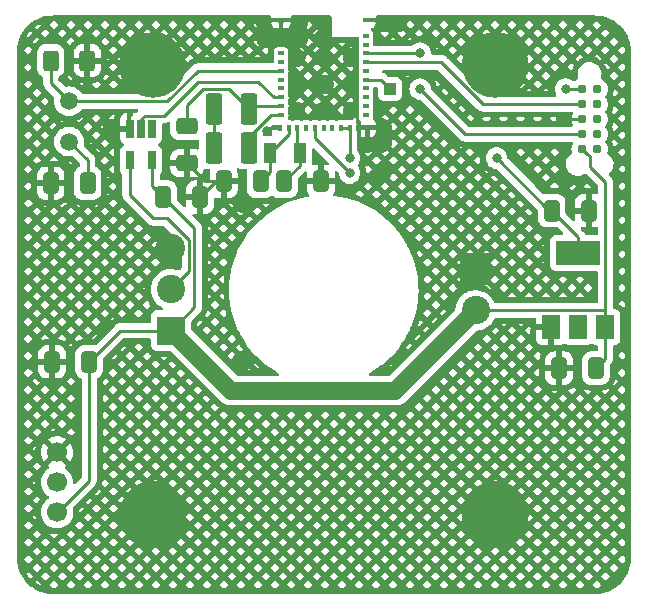
<source format=gbr>
G04 #@! TF.GenerationSoftware,KiCad,Pcbnew,6.0.6*
G04 #@! TF.CreationDate,2022-06-26T18:27:28+02:00*
G04 #@! TF.ProjectId,Sunmachine-A3,53756e6d-6163-4686-996e-652d41332e6b,rev?*
G04 #@! TF.SameCoordinates,Original*
G04 #@! TF.FileFunction,Copper,L1,Top*
G04 #@! TF.FilePolarity,Positive*
%FSLAX46Y46*%
G04 Gerber Fmt 4.6, Leading zero omitted, Abs format (unit mm)*
G04 Created by KiCad (PCBNEW 6.0.6) date 2022-06-26 18:27:28*
%MOMM*%
%LPD*%
G01*
G04 APERTURE LIST*
G04 Aperture macros list*
%AMRoundRect*
0 Rectangle with rounded corners*
0 $1 Rounding radius*
0 $2 $3 $4 $5 $6 $7 $8 $9 X,Y pos of 4 corners*
0 Add a 4 corners polygon primitive as box body*
4,1,4,$2,$3,$4,$5,$6,$7,$8,$9,$2,$3,0*
0 Add four circle primitives for the rounded corners*
1,1,$1+$1,$2,$3*
1,1,$1+$1,$4,$5*
1,1,$1+$1,$6,$7*
1,1,$1+$1,$8,$9*
0 Add four rect primitives between the rounded corners*
20,1,$1+$1,$2,$3,$4,$5,0*
20,1,$1+$1,$4,$5,$6,$7,0*
20,1,$1+$1,$6,$7,$8,$9,0*
20,1,$1+$1,$8,$9,$2,$3,0*%
G04 Aperture macros list end*
G04 #@! TA.AperFunction,ComponentPad*
%ADD10R,2.400000X2.400000*%
G04 #@! TD*
G04 #@! TA.AperFunction,ComponentPad*
%ADD11C,2.400000*%
G04 #@! TD*
G04 #@! TA.AperFunction,SMDPad,CuDef*
%ADD12RoundRect,0.250000X-0.412500X-0.650000X0.412500X-0.650000X0.412500X0.650000X-0.412500X0.650000X0*%
G04 #@! TD*
G04 #@! TA.AperFunction,SMDPad,CuDef*
%ADD13RoundRect,0.250000X0.412500X0.650000X-0.412500X0.650000X-0.412500X-0.650000X0.412500X-0.650000X0*%
G04 #@! TD*
G04 #@! TA.AperFunction,SMDPad,CuDef*
%ADD14RoundRect,0.250000X0.400000X0.625000X-0.400000X0.625000X-0.400000X-0.625000X0.400000X-0.625000X0*%
G04 #@! TD*
G04 #@! TA.AperFunction,ComponentPad*
%ADD15C,1.500000*%
G04 #@! TD*
G04 #@! TA.AperFunction,ComponentPad*
%ADD16C,0.800000*%
G04 #@! TD*
G04 #@! TA.AperFunction,ComponentPad*
%ADD17C,5.400000*%
G04 #@! TD*
G04 #@! TA.AperFunction,ConnectorPad*
%ADD18C,0.787400*%
G04 #@! TD*
G04 #@! TA.AperFunction,SMDPad,CuDef*
%ADD19R,0.650000X1.560000*%
G04 #@! TD*
G04 #@! TA.AperFunction,SMDPad,CuDef*
%ADD20RoundRect,0.250000X-0.650000X0.412500X-0.650000X-0.412500X0.650000X-0.412500X0.650000X0.412500X0*%
G04 #@! TD*
G04 #@! TA.AperFunction,SMDPad,CuDef*
%ADD21RoundRect,0.250001X0.462499X1.074999X-0.462499X1.074999X-0.462499X-1.074999X0.462499X-1.074999X0*%
G04 #@! TD*
G04 #@! TA.AperFunction,SMDPad,CuDef*
%ADD22R,1.000000X1.000000*%
G04 #@! TD*
G04 #@! TA.AperFunction,SMDPad,CuDef*
%ADD23RoundRect,0.250001X-0.462499X-1.074999X0.462499X-1.074999X0.462499X1.074999X-0.462499X1.074999X0*%
G04 #@! TD*
G04 #@! TA.AperFunction,SMDPad,CuDef*
%ADD24R,1.500000X2.000000*%
G04 #@! TD*
G04 #@! TA.AperFunction,SMDPad,CuDef*
%ADD25R,3.800000X2.000000*%
G04 #@! TD*
G04 #@! TA.AperFunction,SMDPad,CuDef*
%ADD26R,1.000000X1.800000*%
G04 #@! TD*
G04 #@! TA.AperFunction,ComponentPad*
%ADD27C,1.700000*%
G04 #@! TD*
G04 #@! TA.AperFunction,SMDPad,CuDef*
%ADD28R,0.600000X0.400000*%
G04 #@! TD*
G04 #@! TA.AperFunction,SMDPad,CuDef*
%ADD29R,0.400000X0.600000*%
G04 #@! TD*
G04 #@! TA.AperFunction,ViaPad*
%ADD30C,0.800000*%
G04 #@! TD*
G04 #@! TA.AperFunction,Conductor*
%ADD31C,0.250000*%
G04 #@! TD*
G04 #@! TA.AperFunction,Conductor*
%ADD32C,1.500000*%
G04 #@! TD*
G04 APERTURE END LIST*
D10*
G04 #@! TO.P,J3,1,Pin_1*
G04 #@! TO.N,VDDH*
X131064000Y-90932000D03*
D11*
G04 #@! TO.P,J3,2,Pin_2*
G04 #@! TO.N,Net-(J3-Pad2)*
X131064000Y-87432000D03*
G04 #@! TO.P,J3,3,Pin_3*
G04 #@! TO.N,GND*
X131064000Y-83932000D03*
G04 #@! TD*
D10*
G04 #@! TO.P,J2,1,Pin_1*
G04 #@! TO.N,GND*
X156845000Y-85725000D03*
D11*
G04 #@! TO.P,J2,2,Pin_2*
G04 #@! TO.N,VDDH*
X156845000Y-89225000D03*
G04 #@! TD*
D12*
G04 #@! TO.P,C2,1*
G04 #@! TO.N,VDD*
X163283500Y-80772000D03*
G04 #@! TO.P,C2,2*
G04 #@! TO.N,GND*
X166408500Y-80772000D03*
G04 #@! TD*
D13*
G04 #@! TO.P,C3,1*
G04 #@! TO.N,GND*
X133515500Y-79629000D03*
G04 #@! TO.P,C3,2*
G04 #@! TO.N,VDDH*
X130390500Y-79629000D03*
G04 #@! TD*
D14*
G04 #@! TO.P,R2,1*
G04 #@! TO.N,GND*
X123978000Y-68072000D03*
G04 #@! TO.P,R2,2*
G04 #@! TO.N,ALS*
X120878000Y-68072000D03*
G04 #@! TD*
D15*
G04 #@! TO.P,R1,1*
G04 #@! TO.N,ALS*
X122416513Y-71527836D03*
G04 #@! TO.P,R1,2*
G04 #@! TO.N,VDD*
X122416513Y-74927836D03*
G04 #@! TD*
D16*
G04 #@! TO.P,REF\u002A\u002A,1*
G04 #@! TO.N,GND*
X157068109Y-67080109D03*
X158500000Y-66487000D03*
X160525000Y-68512000D03*
X156475000Y-68512000D03*
X158500000Y-70537000D03*
D17*
X158500000Y-68512000D03*
D16*
X159931891Y-69943891D03*
X157068109Y-69943891D03*
X159931891Y-67080109D03*
G04 #@! TD*
G04 #@! TO.P,REF\u002A\u002A,1*
G04 #@! TO.N,GND*
X130931891Y-69943891D03*
X131525000Y-68512000D03*
X127475000Y-68512000D03*
X129500000Y-66487000D03*
X129500000Y-70537000D03*
X128068109Y-69943891D03*
X130931891Y-67080109D03*
D17*
X129500000Y-68512000D03*
D16*
X128068109Y-67080109D03*
G04 #@! TD*
G04 #@! TO.P,REF\u002A\u002A,1*
G04 #@! TO.N,GND*
X129500000Y-108537000D03*
X128068109Y-105080109D03*
X127475000Y-106512000D03*
X129500000Y-104487000D03*
X131525000Y-106512000D03*
X130931891Y-105080109D03*
D17*
X129500000Y-106512000D03*
D16*
X128068109Y-107943891D03*
X130931891Y-107943891D03*
G04 #@! TD*
G04 #@! TO.P,REF\u002A\u002A,1*
G04 #@! TO.N,GND*
X159931891Y-105080109D03*
X160525000Y-106512000D03*
D17*
X158500000Y-106512000D03*
D16*
X157068109Y-107943891D03*
X157068109Y-105080109D03*
X158500000Y-108537000D03*
X158500000Y-104487000D03*
X156475000Y-106512000D03*
X159931891Y-107943891D03*
G04 #@! TD*
D18*
G04 #@! TO.P,J1,1,Pin_1*
G04 #@! TO.N,VDD*
X165862000Y-70485000D03*
G04 #@! TO.P,J1,2,Pin_2*
G04 #@! TO.N,Net-(J1-Pad2)*
X165862000Y-71755000D03*
G04 #@! TO.P,J1,3,Pin_3*
G04 #@! TO.N,GND*
X165862000Y-73025000D03*
G04 #@! TO.P,J1,4,Pin_4*
G04 #@! TO.N,Net-(J1-Pad4)*
X165862000Y-74295000D03*
G04 #@! TO.P,J1,5,Pin_5*
G04 #@! TO.N,VDDH*
X165862000Y-75565000D03*
G04 #@! TO.P,J1,6,Pin_6*
G04 #@! TO.N,unconnected-(J1-Pad6)*
X167132000Y-75565000D03*
G04 #@! TO.P,J1,7,Pin_7*
G04 #@! TO.N,unconnected-(J1-Pad7)*
X167132000Y-74295000D03*
G04 #@! TO.P,J1,8,Pin_8*
G04 #@! TO.N,unconnected-(J1-Pad8)*
X167132000Y-73025000D03*
G04 #@! TO.P,J1,9,Pin_9*
G04 #@! TO.N,unconnected-(J1-Pad9)*
X167132000Y-71755000D03*
G04 #@! TO.P,J1,10,Pin_10*
G04 #@! TO.N,unconnected-(J1-Pad10)*
X167132000Y-70485000D03*
G04 #@! TD*
D19*
G04 #@! TO.P,U3,1,NC*
G04 #@! TO.N,unconnected-(U3-Pad1)*
X129474000Y-73834000D03*
G04 #@! TO.P,U3,2,A*
G04 #@! TO.N,2812*
X128524000Y-73834000D03*
G04 #@! TO.P,U3,3,GND*
G04 #@! TO.N,GND*
X127574000Y-73834000D03*
G04 #@! TO.P,U3,4,Y*
G04 #@! TO.N,Net-(J3-Pad2)*
X127574000Y-76534000D03*
G04 #@! TO.P,U3,5,VCC*
G04 #@! TO.N,VDDH*
X129474000Y-76534000D03*
G04 #@! TD*
D20*
G04 #@! TO.P,C6,1*
G04 #@! TO.N,Net-(C6-Pad1)*
X132410200Y-73621500D03*
G04 #@! TO.P,C6,2*
G04 #@! TO.N,GND*
X132410200Y-76746500D03*
G04 #@! TD*
D12*
G04 #@! TO.P,C7,1*
G04 #@! TO.N,GND*
X135521300Y-78308200D03*
G04 #@! TO.P,C7,2*
G04 #@! TO.N,Net-(C7-Pad2)*
X138646300Y-78308200D03*
G04 #@! TD*
D13*
G04 #@! TO.P,C5,1*
G04 #@! TO.N,VDDH*
X124117500Y-93582067D03*
G04 #@! TO.P,C5,2*
G04 #@! TO.N,GND*
X120992500Y-93582067D03*
G04 #@! TD*
D21*
G04 #@! TO.P,L2,1*
G04 #@! TO.N,Net-(C6-Pad1)*
X137631500Y-72136000D03*
G04 #@! TO.P,L2,2*
G04 #@! TO.N,Net-(L1-Pad1)*
X134656500Y-72136000D03*
G04 #@! TD*
D12*
G04 #@! TO.P,C4,1*
G04 #@! TO.N,GND*
X120865500Y-78459259D03*
G04 #@! TO.P,C4,2*
G04 #@! TO.N,VDD*
X123990500Y-78459259D03*
G04 #@! TD*
D22*
G04 #@! TO.P,rst,1,1*
G04 #@! TO.N,Net-(TP1-Pad1)*
X149592305Y-70485000D03*
G04 #@! TD*
D23*
G04 #@! TO.P,L1,1*
G04 #@! TO.N,Net-(L1-Pad1)*
X134656500Y-75438000D03*
G04 #@! TO.P,L1,2*
G04 #@! TO.N,Net-(L1-Pad2)*
X137631500Y-75438000D03*
G04 #@! TD*
D24*
G04 #@! TO.P,U2,1,GND*
G04 #@! TO.N,GND*
X163241528Y-90653000D03*
D25*
G04 #@! TO.P,U2,2,VO*
G04 #@! TO.N,VDD*
X165541528Y-84353000D03*
D24*
X165541528Y-90653000D03*
G04 #@! TO.P,U2,3,VI*
G04 #@! TO.N,VDDH*
X167841528Y-90653000D03*
G04 #@! TD*
D26*
G04 #@! TO.P,Y1,1,1*
G04 #@! TO.N,Net-(C7-Pad2)*
X139466000Y-75869800D03*
G04 #@! TO.P,Y1,2,2*
G04 #@! TO.N,Net-(C8-Pad2)*
X141966000Y-75869800D03*
G04 #@! TD*
D27*
G04 #@! TO.P,IC1,2,VIN*
G04 #@! TO.N,VDDH*
X121412000Y-106324400D03*
G04 #@! TO.P,IC1,3,OUT*
G04 #@! TO.N,MOT*
X121412000Y-103784400D03*
G04 #@! TO.P,IC1,4,GND*
G04 #@! TO.N,GND*
X121412000Y-101244400D03*
G04 #@! TD*
D13*
G04 #@! TO.P,C1,1*
G04 #@! TO.N,VDDH*
X167043500Y-94107000D03*
G04 #@! TO.P,C1,2*
G04 #@! TO.N,GND*
X163918500Y-94107000D03*
G04 #@! TD*
D28*
G04 #@! TO.P,U1,1,GND*
G04 #@! TO.N,GND*
X140367987Y-64652011D03*
G04 #@! TO.P,U1,2,P0.03/AIN1*
G04 #@! TO.N,unconnected-(U1-Pad2)*
X140367987Y-67472011D03*
G04 #@! TO.P,U1,3,P0.02/AIN0*
G04 #@! TO.N,unconnected-(U1-Pad3)*
X140367987Y-68212011D03*
G04 #@! TO.P,U1,4,P0.28/AIN4*
G04 #@! TO.N,ALS*
X140367987Y-68952011D03*
G04 #@! TO.P,U1,5,P0.29/AIN5*
G04 #@! TO.N,unconnected-(U1-Pad5)*
X140367987Y-69692011D03*
G04 #@! TO.P,U1,6,P0.30/AIN6*
G04 #@! TO.N,unconnected-(U1-Pad6)*
X140367987Y-70432011D03*
G04 #@! TO.P,U1,7,P0.31/AIN7*
G04 #@! TO.N,2812*
X140367987Y-71172011D03*
G04 #@! TO.P,U1,8,DEC4*
G04 #@! TO.N,Net-(C6-Pad1)*
X140367987Y-71912011D03*
G04 #@! TO.P,U1,9,DCC*
G04 #@! TO.N,Net-(L1-Pad2)*
X140367987Y-72652011D03*
D29*
G04 #@! TO.P,U1,10,GND*
G04 #@! TO.N,GND*
X140267987Y-73752011D03*
G04 #@! TO.P,U1,11,XL1/P0.00*
G04 #@! TO.N,Net-(C7-Pad2)*
X141007987Y-73752011D03*
G04 #@! TO.P,U1,12,XL2/P0.01*
G04 #@! TO.N,Net-(C8-Pad2)*
X141747987Y-73752011D03*
G04 #@! TO.P,U1,13,P0.04/AIN2*
G04 #@! TO.N,unconnected-(U1-Pad13)*
X142487987Y-73752011D03*
G04 #@! TO.P,U1,14,P0.05/AIN3*
G04 #@! TO.N,MOT*
X143227987Y-73752011D03*
G04 #@! TO.P,U1,15,TRACEDATA3/P1.09*
G04 #@! TO.N,unconnected-(U1-Pad15)*
X143967987Y-73752011D03*
G04 #@! TO.P,U1,16,TRACEDATA2/P0.11*
G04 #@! TO.N,unconnected-(U1-Pad16)*
X144707987Y-73752011D03*
G04 #@! TO.P,U1,17,VDD*
G04 #@! TO.N,VDD*
X145447987Y-73752011D03*
G04 #@! TO.P,U1,18,VDDH*
X146187987Y-73752011D03*
G04 #@! TO.P,U1,19,VBUS*
G04 #@! TO.N,GND*
X146927987Y-73752011D03*
G04 #@! TO.P,U1,20,GND*
X147667987Y-73752011D03*
D28*
G04 #@! TO.P,U1,21,D-*
G04 #@! TO.N,unconnected-(U1-Pad21)*
X147567987Y-72652011D03*
G04 #@! TO.P,U1,22,D+*
G04 #@! TO.N,unconnected-(U1-Pad22)*
X147567987Y-71912011D03*
G04 #@! TO.P,U1,23,P0.15*
G04 #@! TO.N,unconnected-(U1-Pad23)*
X147567987Y-71172011D03*
G04 #@! TO.P,U1,24,P0.17*
G04 #@! TO.N,unconnected-(U1-Pad24)*
X147567987Y-70432011D03*
G04 #@! TO.P,U1,25,~{RESET}/P0.18*
G04 #@! TO.N,Net-(TP1-Pad1)*
X147567987Y-69692011D03*
G04 #@! TO.P,U1,26,P0.20*
G04 #@! TO.N,unconnected-(U1-Pad26)*
X147567987Y-68952011D03*
G04 #@! TO.P,U1,27,SWDIO*
G04 #@! TO.N,Net-(J1-Pad2)*
X147567987Y-68212011D03*
G04 #@! TO.P,U1,28,SWDCLK*
G04 #@! TO.N,Net-(J1-Pad4)*
X147567987Y-67472011D03*
G04 #@! TO.P,U1,29,P0.09/NFC1*
G04 #@! TO.N,unconnected-(U1-Pad29)*
X147567987Y-66732011D03*
G04 #@! TO.P,U1,30,P0.10/NFC2*
G04 #@! TO.N,unconnected-(U1-Pad30)*
X147567987Y-65992011D03*
G04 #@! TO.P,U1,31,GND*
G04 #@! TO.N,GND*
X147567987Y-64652011D03*
G04 #@! TD*
D13*
G04 #@! TO.P,C8,1*
G04 #@! TO.N,GND*
X143751700Y-78308200D03*
G04 #@! TO.P,C8,2*
G04 #@! TO.N,Net-(C8-Pad2)*
X140626700Y-78308200D03*
G04 #@! TD*
D30*
G04 #@! TO.N,GND*
X164465000Y-73025000D03*
X137077340Y-93472000D03*
X146425018Y-67818000D03*
X144018000Y-72375987D03*
X146431000Y-72390000D03*
X148887482Y-77597000D03*
X148954458Y-64858657D03*
X147701000Y-75057000D03*
X126111000Y-73863200D03*
X146425018Y-70104000D03*
X144016265Y-66167000D03*
X148927957Y-73787000D03*
X148910414Y-75056999D03*
X141604999Y-70104000D03*
X141853827Y-64871330D03*
X144018000Y-64861177D03*
X140462000Y-66167000D03*
X141859000Y-66150519D03*
X143999852Y-70104000D03*
X139192000Y-74041000D03*
X143967987Y-67798485D03*
X150217556Y-64858646D03*
X141604999Y-67818000D03*
X137083800Y-80137000D03*
X139065000Y-66160671D03*
X141605000Y-72390000D03*
X130810000Y-75184000D03*
X164464077Y-78105000D03*
X139061947Y-64881482D03*
G04 #@! TO.N,VDD*
X164465000Y-70485000D03*
X158623000Y-76327000D03*
X146177000Y-76323324D03*
G04 #@! TO.N,MOT*
X146177000Y-77597000D03*
G04 #@! TO.N,Net-(J1-Pad4)*
X152146000Y-67437000D03*
X152146000Y-70485000D03*
G04 #@! TD*
D31*
G04 #@! TO.N,GND*
X165862000Y-73025000D02*
X164465000Y-73025000D01*
X134836300Y-78308200D02*
X133515500Y-79629000D01*
X133971900Y-78308200D02*
X132410200Y-76746500D01*
X135521300Y-78308200D02*
X134836300Y-78308200D01*
X135521300Y-78308200D02*
X133971900Y-78308200D01*
G04 #@! TO.N,Net-(J3-Pad2)*
X127574000Y-79441000D02*
X129540000Y-81407000D01*
X132588511Y-85907489D02*
X132588511Y-83300526D01*
X127574000Y-76534000D02*
X127574000Y-79441000D01*
X130694985Y-81407000D02*
X129540000Y-81407000D01*
X131064000Y-87432000D02*
X132588511Y-85907489D01*
X132588511Y-83300526D02*
X130694985Y-81407000D01*
D32*
G04 #@! TO.N,VDDH*
X136148727Y-96016727D02*
X150053273Y-96016727D01*
X131064000Y-90932000D02*
X136148727Y-96016727D01*
X150053273Y-96016727D02*
X156845000Y-89225000D01*
D31*
X129474000Y-78712500D02*
X130390500Y-79629000D01*
X167841538Y-89101538D02*
X167841538Y-90653000D01*
X124117500Y-103635866D02*
X124117500Y-93582067D01*
X167841538Y-89101538D02*
X167718076Y-89225000D01*
X126767567Y-90932000D02*
X124117500Y-93582067D01*
X129474000Y-76534000D02*
X129474000Y-78712500D01*
X167841538Y-93308962D02*
X167043500Y-94107000D01*
X131064000Y-90932000D02*
X126767567Y-90932000D01*
X121413691Y-106339675D02*
X124117500Y-103635866D01*
X167841538Y-78393652D02*
X167841538Y-89101538D01*
X166497000Y-77049114D02*
X167841538Y-78393652D01*
X133038031Y-82276531D02*
X130390500Y-79629000D01*
X167718076Y-89225000D02*
X156845000Y-89225000D01*
X131064000Y-90932000D02*
X133038031Y-88957969D01*
X166255699Y-75958699D02*
X166274090Y-75958699D01*
X166274090Y-75958699D02*
X166497000Y-76181609D01*
X167841538Y-90653000D02*
X167841538Y-93308962D01*
X165862000Y-75565000D02*
X166255699Y-75958699D01*
X166497000Y-76181609D02*
X166497000Y-77049114D01*
X133038031Y-88957969D02*
X133038031Y-82276531D01*
G04 #@! TO.N,VDD*
X165862000Y-70485000D02*
X164465000Y-70485000D01*
X146187987Y-76312337D02*
X146177000Y-76323324D01*
X146187987Y-73752011D02*
X146187987Y-76312337D01*
X163068000Y-80772000D02*
X158623000Y-76327000D01*
X146187987Y-73752011D02*
X145447987Y-73752011D01*
X165541538Y-84353000D02*
X165541538Y-83030038D01*
X123990500Y-78459259D02*
X123990500Y-76501823D01*
X123990500Y-76501823D02*
X122416513Y-74927836D01*
X163283500Y-80772000D02*
X163068000Y-80772000D01*
X165541538Y-83030038D02*
X163283500Y-80772000D01*
G04 #@! TO.N,Net-(C6-Pad1)*
X140367987Y-71912011D02*
X137855489Y-71912011D01*
X133729520Y-70486480D02*
X132410200Y-71805800D01*
X137855489Y-71912011D02*
X137631500Y-72136000D01*
X137631500Y-72136000D02*
X135981980Y-70486480D01*
X132410200Y-71805800D02*
X132410200Y-73621500D01*
X135981980Y-70486480D02*
X133729520Y-70486480D01*
G04 #@! TO.N,Net-(C7-Pad2)*
X138646300Y-78308200D02*
X139466000Y-77488500D01*
X139466000Y-77488500D02*
X139466000Y-75869800D01*
X141007987Y-73752011D02*
X141007987Y-74327813D01*
X141007987Y-74327813D02*
X139466000Y-75869800D01*
G04 #@! TO.N,MOT*
X143227987Y-74647987D02*
X143227987Y-73752011D01*
X146177000Y-77597000D02*
X143227987Y-74647987D01*
G04 #@! TO.N,ALS*
X130752795Y-71536511D02*
X133337295Y-68952011D01*
X133337295Y-68952011D02*
X140367987Y-68952011D01*
X120878000Y-68072000D02*
X120878000Y-69989323D01*
X130752795Y-71536511D02*
X122425188Y-71536511D01*
X122425188Y-71536511D02*
X122416513Y-71527836D01*
X120878000Y-69989323D02*
X122416513Y-71527836D01*
G04 #@! TO.N,2812*
X139749365Y-71172011D02*
X140367987Y-71172011D01*
X128819511Y-72729489D02*
X128524000Y-73025000D01*
X128524000Y-73025000D02*
X128524000Y-73834000D01*
X133350000Y-69850000D02*
X130470511Y-72729489D01*
X133350000Y-69850000D02*
X138427354Y-69850000D01*
X138427354Y-69850000D02*
X139749365Y-71172011D01*
X130470511Y-72729489D02*
X128819511Y-72729489D01*
G04 #@! TO.N,Net-(L1-Pad1)*
X134656500Y-72136000D02*
X134656500Y-75438000D01*
G04 #@! TO.N,Net-(C8-Pad2)*
X141966000Y-75869800D02*
X141966000Y-76968900D01*
X141966000Y-76968900D02*
X140626700Y-78308200D01*
X141747987Y-73752011D02*
X141747987Y-75651787D01*
X141747987Y-75651787D02*
X141966000Y-75869800D01*
G04 #@! TO.N,Net-(TP1-Pad1)*
X148799316Y-69692011D02*
X147567987Y-69692011D01*
X149592305Y-70485000D02*
X148799316Y-69692011D01*
G04 #@! TO.N,Net-(J1-Pad2)*
X157465694Y-71755000D02*
X165862000Y-71755000D01*
X147567987Y-68212011D02*
X153922705Y-68212011D01*
X153922705Y-68212011D02*
X157465694Y-71755000D01*
G04 #@! TO.N,Net-(J1-Pad4)*
X155956000Y-74295000D02*
X152146000Y-70485000D01*
X147567987Y-67472011D02*
X152110989Y-67472011D01*
X165862000Y-74295000D02*
X155956000Y-74295000D01*
X152110989Y-67472011D02*
X152146000Y-67437000D01*
G04 #@! TO.N,Net-(L1-Pad2)*
X140367987Y-72652011D02*
X139556375Y-72652011D01*
X139556375Y-72652011D02*
X137631500Y-74576886D01*
X137631500Y-74576886D02*
X137631500Y-75438000D01*
G04 #@! TD*
G04 #@! TA.AperFunction,Conductor*
G04 #@! TO.N,GND*
G36*
X139503477Y-64278502D02*
G01*
X139549970Y-64332158D01*
X139560458Y-64397124D01*
X139560540Y-64397128D01*
X139560520Y-64397506D01*
X139560618Y-64398116D01*
X139560356Y-64400527D01*
X139559987Y-64407339D01*
X139559987Y-64433896D01*
X139564462Y-64449135D01*
X139565852Y-64450340D01*
X139573535Y-64452011D01*
X141157871Y-64452011D01*
X141173110Y-64447536D01*
X141174315Y-64446146D01*
X141175986Y-64438463D01*
X141175986Y-64407342D01*
X141175617Y-64400526D01*
X141175354Y-64398107D01*
X141175455Y-64397543D01*
X141175433Y-64397134D01*
X141175529Y-64397129D01*
X141187882Y-64328225D01*
X141236203Y-64276209D01*
X141300617Y-64258500D01*
X144527979Y-64258500D01*
X144596100Y-64278502D01*
X144642593Y-64332158D01*
X144650766Y-64389000D01*
X144653000Y-64389000D01*
X144653000Y-66040000D01*
X146812000Y-66040000D01*
X146812000Y-66037855D01*
X146872184Y-66037855D01*
X146931911Y-66076238D01*
X146961404Y-66140818D01*
X146962687Y-66158751D01*
X146962687Y-66237369D01*
X146965854Y-66263989D01*
X146969693Y-66272631D01*
X146986680Y-66310874D01*
X146996054Y-66381249D01*
X146986769Y-66412970D01*
X146976680Y-66435790D01*
X146969783Y-66451391D01*
X146965729Y-66460560D01*
X146962687Y-66486653D01*
X146962687Y-66977369D01*
X146965854Y-67003989D01*
X146986141Y-67049660D01*
X146986680Y-67050874D01*
X146996054Y-67121249D01*
X146986769Y-67152970D01*
X146965729Y-67200560D01*
X146962687Y-67226653D01*
X146962687Y-67252388D01*
X146960455Y-67275998D01*
X146932313Y-67423526D01*
X146930712Y-67431917D01*
X146935301Y-67504853D01*
X146939935Y-67578511D01*
X146940762Y-67591661D01*
X146943211Y-67599197D01*
X146943211Y-67599199D01*
X146956520Y-67640159D01*
X146962687Y-67679095D01*
X146962687Y-67717369D01*
X146965854Y-67743989D01*
X146976388Y-67767703D01*
X146986680Y-67790874D01*
X146996054Y-67861249D01*
X146986769Y-67892970D01*
X146965729Y-67940560D01*
X146962687Y-67966653D01*
X146962687Y-67992388D01*
X146960455Y-68015998D01*
X146933873Y-68155348D01*
X146930712Y-68171917D01*
X146933268Y-68212541D01*
X146940252Y-68323550D01*
X146940762Y-68331661D01*
X146943211Y-68339197D01*
X146943211Y-68339199D01*
X146956520Y-68380159D01*
X146962687Y-68419095D01*
X146962687Y-68457369D01*
X146965854Y-68483989D01*
X146984153Y-68525184D01*
X146986680Y-68530874D01*
X146996054Y-68601249D01*
X146986769Y-68632970D01*
X146965729Y-68680560D01*
X146962687Y-68706653D01*
X146962687Y-69197369D01*
X146965854Y-69223989D01*
X146986083Y-69269529D01*
X146986680Y-69270874D01*
X146996054Y-69341249D01*
X146986769Y-69372970D01*
X146965729Y-69420560D01*
X146962687Y-69446653D01*
X146962687Y-69472388D01*
X146960455Y-69495998D01*
X146941226Y-69596803D01*
X146930712Y-69651917D01*
X146940762Y-69811661D01*
X146943211Y-69819197D01*
X146943211Y-69819199D01*
X146956520Y-69860159D01*
X146962687Y-69899095D01*
X146962687Y-69937369D01*
X146965854Y-69963989D01*
X146983774Y-70004331D01*
X146986680Y-70010874D01*
X146996054Y-70081249D01*
X146986769Y-70112970D01*
X146965729Y-70160560D01*
X146962687Y-70186653D01*
X146962687Y-70677369D01*
X146965854Y-70703989D01*
X146975855Y-70726503D01*
X146986680Y-70750874D01*
X146996054Y-70821249D01*
X146986769Y-70852970D01*
X146965729Y-70900560D01*
X146962687Y-70926653D01*
X146962687Y-71417369D01*
X146965854Y-71443989D01*
X146985948Y-71489225D01*
X146986680Y-71490874D01*
X146996054Y-71561249D01*
X146986769Y-71592970D01*
X146965729Y-71640560D01*
X146962687Y-71666653D01*
X146962687Y-72157369D01*
X146965854Y-72183989D01*
X146982985Y-72222555D01*
X146986680Y-72230874D01*
X146996054Y-72301249D01*
X146986769Y-72332970D01*
X146965729Y-72380560D01*
X146962687Y-72406653D01*
X146962687Y-72885093D01*
X146954786Y-72912001D01*
X146969138Y-72931382D01*
X146978977Y-72953532D01*
X147002223Y-73005866D01*
X147012023Y-73027930D01*
X147051981Y-73067818D01*
X147091005Y-73106774D01*
X147125084Y-73169056D01*
X147127987Y-73195947D01*
X147127987Y-73533896D01*
X147132462Y-73549135D01*
X147133852Y-73550340D01*
X147141535Y-73552011D01*
X148357871Y-73552011D01*
X148373110Y-73547536D01*
X148374315Y-73546146D01*
X148375986Y-73538463D01*
X148375986Y-73474718D01*
X149701548Y-73474718D01*
X149738436Y-73572340D01*
X149745657Y-73601741D01*
X149766244Y-73771863D01*
X149767150Y-73788316D01*
X149766994Y-73803252D01*
X149765744Y-73819690D01*
X149754707Y-73897236D01*
X149877493Y-74020022D01*
X150238117Y-73659397D01*
X150953709Y-73659397D01*
X151314334Y-74020022D01*
X151674958Y-73659397D01*
X152390550Y-73659397D01*
X152751175Y-74020022D01*
X153111800Y-73659396D01*
X152751176Y-73298772D01*
X152390550Y-73659397D01*
X151674958Y-73659397D01*
X151674959Y-73659396D01*
X151314335Y-73298772D01*
X150953709Y-73659397D01*
X150238117Y-73659397D01*
X150238118Y-73659396D01*
X149877494Y-73298772D01*
X149701548Y-73474718D01*
X148375986Y-73474718D01*
X148375986Y-73407342D01*
X148375616Y-73400521D01*
X148370092Y-73349659D01*
X148366466Y-73334407D01*
X148321311Y-73213957D01*
X148312773Y-73198362D01*
X148236272Y-73096287D01*
X148223709Y-73083724D01*
X148210337Y-73073702D01*
X148167822Y-73016842D01*
X148164396Y-72940976D01*
X148798448Y-72940976D01*
X148814078Y-72956606D01*
X148816571Y-72956008D01*
X148846644Y-72952529D01*
X149018005Y-72953426D01*
X149048040Y-72957220D01*
X149214240Y-72998966D01*
X149242504Y-73009816D01*
X149378730Y-73081944D01*
X149519698Y-72940976D01*
X150235289Y-72940976D01*
X150595914Y-73301601D01*
X150956539Y-72940976D01*
X151672130Y-72940976D01*
X152032755Y-73301601D01*
X152393380Y-72940976D01*
X152032755Y-72580351D01*
X151672130Y-72940976D01*
X150956539Y-72940976D01*
X150595914Y-72580351D01*
X150235289Y-72940976D01*
X149519698Y-72940976D01*
X149159073Y-72580351D01*
X148798448Y-72940976D01*
X148164396Y-72940976D01*
X148164340Y-72939735D01*
X148166414Y-72932127D01*
X148170245Y-72923462D01*
X148173287Y-72897369D01*
X148173287Y-72406653D01*
X148170120Y-72380033D01*
X148149294Y-72333147D01*
X148142490Y-72282067D01*
X148665461Y-72282067D01*
X148671112Y-72310936D01*
X148672577Y-72320256D01*
X148675744Y-72346876D01*
X148675858Y-72347976D01*
X148801278Y-72222556D01*
X149516868Y-72222556D01*
X149877493Y-72583181D01*
X150238117Y-72222556D01*
X150953709Y-72222556D01*
X151314334Y-72583181D01*
X151674959Y-72222555D01*
X151314335Y-71861931D01*
X150953709Y-72222556D01*
X150238117Y-72222556D01*
X150238118Y-72222555D01*
X150015063Y-71999500D01*
X149739924Y-71999500D01*
X149516868Y-72222556D01*
X148801278Y-72222556D01*
X148679287Y-72100566D01*
X148679287Y-72157369D01*
X148679234Y-72161027D01*
X148678806Y-72175764D01*
X148678647Y-72179417D01*
X148677799Y-72194008D01*
X148677534Y-72197653D01*
X148676253Y-72212329D01*
X148675882Y-72215964D01*
X148672840Y-72242057D01*
X148671394Y-72251399D01*
X148665461Y-72282067D01*
X148142490Y-72282067D01*
X148139920Y-72262773D01*
X148149206Y-72231049D01*
X148149284Y-72230874D01*
X148170245Y-72183462D01*
X148173287Y-72157369D01*
X148173287Y-71666653D01*
X148170120Y-71640033D01*
X148149294Y-71593147D01*
X148139920Y-71522773D01*
X148149206Y-71491049D01*
X148149284Y-71490874D01*
X148170245Y-71443462D01*
X148173287Y-71417369D01*
X148173287Y-70926653D01*
X148170120Y-70900033D01*
X148149294Y-70853147D01*
X148139920Y-70782773D01*
X148149206Y-70751049D01*
X148149284Y-70750874D01*
X148170245Y-70703462D01*
X148173287Y-70677369D01*
X148173287Y-70451511D01*
X148193289Y-70383390D01*
X148246945Y-70336897D01*
X148299287Y-70325511D01*
X148457805Y-70325511D01*
X148525926Y-70345513D01*
X148572419Y-70399169D01*
X148583805Y-70451511D01*
X148583805Y-71033134D01*
X148590560Y-71095316D01*
X148641690Y-71231705D01*
X148729044Y-71348261D01*
X148845600Y-71435615D01*
X148981989Y-71486745D01*
X149044171Y-71493500D01*
X150140439Y-71493500D01*
X150202621Y-71486745D01*
X150339010Y-71435615D01*
X150455566Y-71348261D01*
X150542920Y-71231705D01*
X150594050Y-71095316D01*
X150600805Y-71033134D01*
X150600805Y-69936866D01*
X150594050Y-69874684D01*
X150542920Y-69738295D01*
X150455566Y-69621739D01*
X150339010Y-69534385D01*
X150202621Y-69483255D01*
X150140439Y-69476500D01*
X149531900Y-69476500D01*
X149463779Y-69456498D01*
X149442805Y-69439595D01*
X149354721Y-69351511D01*
X150956346Y-69351511D01*
X151117815Y-69512980D01*
X151158716Y-69467555D01*
X151163257Y-69462770D01*
X151182054Y-69443973D01*
X151186837Y-69439433D01*
X151206412Y-69421807D01*
X151211428Y-69417523D01*
X151232092Y-69400789D01*
X151237327Y-69396772D01*
X151299623Y-69351511D01*
X150956346Y-69351511D01*
X149354721Y-69351511D01*
X149302968Y-69299758D01*
X149295428Y-69291472D01*
X149291316Y-69284993D01*
X149241664Y-69238367D01*
X149238823Y-69235613D01*
X149219086Y-69215876D01*
X149215889Y-69213396D01*
X149206867Y-69205691D01*
X149180416Y-69180852D01*
X149174637Y-69175425D01*
X149167691Y-69171606D01*
X149167688Y-69171604D01*
X149156882Y-69165663D01*
X149140363Y-69154812D01*
X149133294Y-69149329D01*
X149124357Y-69142397D01*
X149117088Y-69139252D01*
X149117084Y-69139249D01*
X149083779Y-69124837D01*
X149073129Y-69119620D01*
X149034376Y-69098316D01*
X149015821Y-69093552D01*
X148954815Y-69057237D01*
X148923127Y-68993705D01*
X148930818Y-68923126D01*
X148975445Y-68867909D01*
X149047157Y-68845511D01*
X153608111Y-68845511D01*
X153676232Y-68865513D01*
X153697206Y-68882416D01*
X155346102Y-70531313D01*
X156962042Y-72147253D01*
X156969582Y-72155539D01*
X156973694Y-72162018D01*
X156979471Y-72167443D01*
X157023345Y-72208643D01*
X157026187Y-72211398D01*
X157045924Y-72231135D01*
X157049121Y-72233615D01*
X157058141Y-72241318D01*
X157090373Y-72271586D01*
X157097319Y-72275405D01*
X157097322Y-72275407D01*
X157108128Y-72281348D01*
X157124647Y-72292199D01*
X157140653Y-72304614D01*
X157147922Y-72307759D01*
X157147926Y-72307762D01*
X157181231Y-72322174D01*
X157191881Y-72327391D01*
X157230634Y-72348695D01*
X157238309Y-72350666D01*
X157238310Y-72350666D01*
X157250256Y-72353733D01*
X157268961Y-72360137D01*
X157287549Y-72368181D01*
X157295372Y-72369420D01*
X157295382Y-72369423D01*
X157331218Y-72375099D01*
X157342838Y-72377505D01*
X157377983Y-72386528D01*
X157385664Y-72388500D01*
X157405918Y-72388500D01*
X157425628Y-72390051D01*
X157445637Y-72393220D01*
X157453529Y-72392474D01*
X157479701Y-72390000D01*
X157489656Y-72389059D01*
X157501513Y-72388500D01*
X164970051Y-72388500D01*
X165038172Y-72408502D01*
X165084665Y-72462158D01*
X165094769Y-72532432D01*
X165079170Y-72577500D01*
X165037022Y-72650502D01*
X165031676Y-72662510D01*
X164977186Y-72830214D01*
X164974456Y-72843057D01*
X164956023Y-73018435D01*
X164956023Y-73031565D01*
X164974456Y-73206943D01*
X164977186Y-73219786D01*
X165031676Y-73387490D01*
X165037022Y-73399498D01*
X165079170Y-73472500D01*
X165095908Y-73541495D01*
X165072688Y-73608587D01*
X165016881Y-73652474D01*
X164970051Y-73661500D01*
X156270594Y-73661500D01*
X156202473Y-73641498D01*
X156181499Y-73624595D01*
X155382472Y-72825567D01*
X156098062Y-72825567D01*
X156427995Y-73155500D01*
X156489379Y-73155500D01*
X156703903Y-72940976D01*
X157419494Y-72940976D01*
X157634018Y-73155500D01*
X157926220Y-73155500D01*
X158140744Y-72940976D01*
X158856334Y-72940976D01*
X159070858Y-73155500D01*
X159363061Y-73155500D01*
X159577585Y-72940976D01*
X160293175Y-72940976D01*
X160507699Y-73155500D01*
X160799902Y-73155500D01*
X161014426Y-72940976D01*
X161730016Y-72940976D01*
X161944540Y-73155500D01*
X162236743Y-73155500D01*
X162451267Y-72940976D01*
X163166857Y-72940976D01*
X163381381Y-73155500D01*
X163640306Y-73155500D01*
X163626600Y-73031359D01*
X163626917Y-73001086D01*
X163640949Y-72894500D01*
X163213333Y-72894500D01*
X163166857Y-72940976D01*
X162451267Y-72940976D01*
X162404791Y-72894500D01*
X161776492Y-72894500D01*
X161730016Y-72940976D01*
X161014426Y-72940976D01*
X160967950Y-72894500D01*
X160339651Y-72894500D01*
X160293175Y-72940976D01*
X159577585Y-72940976D01*
X159531109Y-72894500D01*
X158902810Y-72894500D01*
X158856334Y-72940976D01*
X158140744Y-72940976D01*
X158094268Y-72894500D01*
X157519439Y-72894500D01*
X157493257Y-72896975D01*
X157485357Y-72897472D01*
X157462272Y-72898198D01*
X157419494Y-72940976D01*
X156703903Y-72940976D01*
X156343278Y-72580351D01*
X156098062Y-72825567D01*
X155382472Y-72825567D01*
X154664052Y-72107147D01*
X155379641Y-72107147D01*
X155740266Y-72467772D01*
X155985482Y-72222555D01*
X155624858Y-71861931D01*
X155379641Y-72107147D01*
X154664052Y-72107147D01*
X153945631Y-71388726D01*
X154661221Y-71388726D01*
X155021846Y-71749351D01*
X155267062Y-71504135D01*
X154906437Y-71143510D01*
X154661221Y-71388726D01*
X153945631Y-71388726D01*
X153227211Y-70670306D01*
X153942800Y-70670306D01*
X154303425Y-71030931D01*
X154548641Y-70785715D01*
X154188016Y-70425090D01*
X153942800Y-70670306D01*
X153227211Y-70670306D01*
X153093122Y-70536217D01*
X153059096Y-70473905D01*
X153056907Y-70460292D01*
X153056311Y-70454616D01*
X153049130Y-70386296D01*
X153040232Y-70301635D01*
X153040232Y-70301633D01*
X153039542Y-70295072D01*
X152980527Y-70113444D01*
X152885040Y-69948056D01*
X152878744Y-69941063D01*
X152761675Y-69811045D01*
X152761674Y-69811044D01*
X152757253Y-69806134D01*
X152742202Y-69795199D01*
X153381066Y-69795199D01*
X153418735Y-69860444D01*
X153421883Y-69866242D01*
X153433953Y-69889931D01*
X153436793Y-69895884D01*
X153447507Y-69919948D01*
X153450030Y-69926041D01*
X153459558Y-69950861D01*
X153461761Y-69957081D01*
X153520776Y-70138709D01*
X153522649Y-70145032D01*
X153529530Y-70170711D01*
X153531070Y-70177126D01*
X153536547Y-70202892D01*
X153537749Y-70209377D01*
X153541909Y-70235639D01*
X153542771Y-70242182D01*
X153546070Y-70273575D01*
X153585005Y-70312510D01*
X153830221Y-70067294D01*
X153469596Y-69706669D01*
X153381066Y-69795199D01*
X152742202Y-69795199D01*
X152613623Y-69701780D01*
X152608094Y-69697763D01*
X152608093Y-69697762D01*
X152602752Y-69693882D01*
X152596724Y-69691198D01*
X152596722Y-69691197D01*
X152434319Y-69618891D01*
X152434318Y-69618891D01*
X152428288Y-69616206D01*
X152334888Y-69596353D01*
X152247944Y-69577872D01*
X152247939Y-69577872D01*
X152241487Y-69576500D01*
X152050513Y-69576500D01*
X152044061Y-69577872D01*
X152044056Y-69577872D01*
X151957112Y-69596353D01*
X151863712Y-69616206D01*
X151857682Y-69618891D01*
X151857681Y-69618891D01*
X151695278Y-69691197D01*
X151695276Y-69691198D01*
X151689248Y-69693882D01*
X151683907Y-69697762D01*
X151683906Y-69697763D01*
X151678377Y-69701780D01*
X151534747Y-69806134D01*
X151530326Y-69811044D01*
X151530325Y-69811045D01*
X151413257Y-69941063D01*
X151406960Y-69948056D01*
X151311473Y-70113444D01*
X151252458Y-70295072D01*
X151251768Y-70301633D01*
X151251768Y-70301635D01*
X151239326Y-70420017D01*
X151232496Y-70485000D01*
X151233186Y-70491565D01*
X151251630Y-70667047D01*
X151252458Y-70674928D01*
X151311473Y-70856556D01*
X151314776Y-70862278D01*
X151314777Y-70862279D01*
X151336632Y-70900132D01*
X151406960Y-71021944D01*
X151411378Y-71026851D01*
X151411379Y-71026852D01*
X151527137Y-71155414D01*
X151534747Y-71163866D01*
X151689248Y-71276118D01*
X151695276Y-71278802D01*
X151695278Y-71278803D01*
X151857681Y-71351109D01*
X151863712Y-71353794D01*
X151956623Y-71373543D01*
X152044056Y-71392128D01*
X152044061Y-71392128D01*
X152050513Y-71393500D01*
X152106406Y-71393500D01*
X152174527Y-71413502D01*
X152195501Y-71430405D01*
X155452343Y-74687247D01*
X155459887Y-74695537D01*
X155464000Y-74702018D01*
X155469777Y-74707443D01*
X155513667Y-74748658D01*
X155516509Y-74751413D01*
X155536231Y-74771135D01*
X155539355Y-74773558D01*
X155539359Y-74773562D01*
X155539424Y-74773612D01*
X155548445Y-74781317D01*
X155580679Y-74811586D01*
X155587627Y-74815405D01*
X155587629Y-74815407D01*
X155598432Y-74821346D01*
X155614959Y-74832202D01*
X155624698Y-74839757D01*
X155624700Y-74839758D01*
X155630960Y-74844614D01*
X155671540Y-74862174D01*
X155682188Y-74867391D01*
X155711094Y-74883282D01*
X155720940Y-74888695D01*
X155728616Y-74890666D01*
X155728619Y-74890667D01*
X155740562Y-74893733D01*
X155759267Y-74900137D01*
X155777855Y-74908181D01*
X155785678Y-74909420D01*
X155785688Y-74909423D01*
X155821524Y-74915099D01*
X155833144Y-74917505D01*
X155868289Y-74926528D01*
X155875970Y-74928500D01*
X155896224Y-74928500D01*
X155915934Y-74930051D01*
X155935943Y-74933220D01*
X155943835Y-74932474D01*
X155979961Y-74929059D01*
X155991819Y-74928500D01*
X164969474Y-74928500D01*
X165037595Y-74948502D01*
X165084088Y-75002158D01*
X165094192Y-75072432D01*
X165078593Y-75117500D01*
X165033259Y-75196021D01*
X164974654Y-75376389D01*
X164954830Y-75565000D01*
X164955520Y-75571565D01*
X164973775Y-75745244D01*
X164974654Y-75753611D01*
X164976694Y-75759889D01*
X164976694Y-75759890D01*
X165001574Y-75836463D01*
X165003601Y-75907431D01*
X164966939Y-75968229D01*
X164942828Y-75985600D01*
X164910746Y-76003384D01*
X164910744Y-76003386D01*
X164905163Y-76006479D01*
X164750327Y-76139190D01*
X164625339Y-76300324D01*
X164535304Y-76483299D01*
X164533695Y-76489477D01*
X164533694Y-76489479D01*
X164485529Y-76674389D01*
X164483900Y-76680641D01*
X164482961Y-76698556D01*
X164474230Y-76865171D01*
X164473228Y-76884288D01*
X164503722Y-77085922D01*
X164505928Y-77091917D01*
X164505928Y-77091918D01*
X164558756Y-77235500D01*
X164574137Y-77277306D01*
X164643186Y-77388670D01*
X164673256Y-77437167D01*
X164681598Y-77450622D01*
X164685979Y-77455255D01*
X164685980Y-77455256D01*
X164715546Y-77486521D01*
X164821714Y-77598791D01*
X164826944Y-77602453D01*
X164826945Y-77602454D01*
X164983528Y-77712094D01*
X164988761Y-77715758D01*
X165080935Y-77755645D01*
X165153226Y-77786928D01*
X165175916Y-77796747D01*
X165182164Y-77798052D01*
X165182163Y-77798052D01*
X165370788Y-77837459D01*
X165370792Y-77837459D01*
X165375533Y-77838450D01*
X165380370Y-77838703D01*
X165380374Y-77838704D01*
X165380440Y-77838707D01*
X165382212Y-77838800D01*
X165531967Y-77838800D01*
X165604613Y-77831421D01*
X165677534Y-77824014D01*
X165677535Y-77824014D01*
X165683883Y-77823369D01*
X165878478Y-77762386D01*
X166056837Y-77663521D01*
X166061686Y-77659365D01*
X166063470Y-77658125D01*
X166130822Y-77635672D01*
X166199622Y-77653196D01*
X166224472Y-77672490D01*
X167171135Y-78619154D01*
X167205159Y-78681464D01*
X167208038Y-78708247D01*
X167208038Y-79277197D01*
X167188036Y-79345318D01*
X167134380Y-79391811D01*
X167064106Y-79401915D01*
X167042371Y-79396790D01*
X166982293Y-79376863D01*
X166968914Y-79373995D01*
X166874562Y-79364328D01*
X166868145Y-79364000D01*
X166680615Y-79364000D01*
X166665376Y-79368475D01*
X166664171Y-79369865D01*
X166662500Y-79377548D01*
X166662500Y-82161884D01*
X166666975Y-82177123D01*
X166668365Y-82178328D01*
X166676048Y-82179999D01*
X166868095Y-82179999D01*
X166874614Y-82179662D01*
X166970206Y-82169743D01*
X166983603Y-82166850D01*
X167042163Y-82147314D01*
X167113113Y-82144730D01*
X167174196Y-82180914D01*
X167206020Y-82244379D01*
X167208038Y-82266838D01*
X167208038Y-82718500D01*
X167188036Y-82786621D01*
X167134380Y-82833114D01*
X167082038Y-82844500D01*
X166238690Y-82844500D01*
X166170569Y-82824498D01*
X166129026Y-82775577D01*
X166127557Y-82776446D01*
X166117245Y-82759010D01*
X166108550Y-82741262D01*
X166101090Y-82722421D01*
X166075102Y-82686651D01*
X166068586Y-82676731D01*
X166050118Y-82645503D01*
X166050116Y-82645500D01*
X166046080Y-82638676D01*
X166031759Y-82624355D01*
X166018918Y-82609321D01*
X166011669Y-82599344D01*
X166007010Y-82592931D01*
X165972933Y-82564740D01*
X165964154Y-82556750D01*
X165797065Y-82389661D01*
X165763039Y-82327349D01*
X165768104Y-82256534D01*
X165810651Y-82199698D01*
X165877171Y-82174887D01*
X165899002Y-82175222D01*
X165942438Y-82179672D01*
X165948854Y-82180000D01*
X166136385Y-82180000D01*
X166151624Y-82175525D01*
X166152829Y-82174135D01*
X166154500Y-82166452D01*
X166154500Y-81044115D01*
X166150025Y-81028876D01*
X166148635Y-81027671D01*
X166140952Y-81026000D01*
X165256116Y-81026000D01*
X165240877Y-81030475D01*
X165239672Y-81031865D01*
X165238001Y-81039548D01*
X165238001Y-81469095D01*
X165238338Y-81475614D01*
X165242830Y-81518905D01*
X165229965Y-81588726D01*
X165181394Y-81640508D01*
X165112538Y-81657810D01*
X165045258Y-81635139D01*
X165028408Y-81621003D01*
X164491405Y-81084000D01*
X164457379Y-81021688D01*
X164454500Y-80994905D01*
X164454500Y-80499885D01*
X165238000Y-80499885D01*
X165242475Y-80515124D01*
X165243865Y-80516329D01*
X165251548Y-80518000D01*
X166136385Y-80518000D01*
X166151624Y-80513525D01*
X166152829Y-80512135D01*
X166154500Y-80504452D01*
X166154500Y-79382116D01*
X166150025Y-79366877D01*
X166148635Y-79365672D01*
X166140952Y-79364001D01*
X165948905Y-79364001D01*
X165942386Y-79364338D01*
X165846794Y-79374257D01*
X165833400Y-79377149D01*
X165679216Y-79428588D01*
X165666038Y-79434761D01*
X165528193Y-79520063D01*
X165516792Y-79529099D01*
X165402261Y-79643829D01*
X165393249Y-79655240D01*
X165308184Y-79793243D01*
X165302037Y-79806424D01*
X165250862Y-79960710D01*
X165247995Y-79974086D01*
X165238328Y-80068438D01*
X165238000Y-80074855D01*
X165238000Y-80499885D01*
X164454500Y-80499885D01*
X164454500Y-80071600D01*
X164453127Y-80058365D01*
X164444238Y-79972692D01*
X164444237Y-79972688D01*
X164443526Y-79965834D01*
X164410806Y-79867759D01*
X164389868Y-79805002D01*
X164387550Y-79798054D01*
X164294478Y-79647652D01*
X164169303Y-79522695D01*
X164052816Y-79450891D01*
X164024968Y-79433725D01*
X164024966Y-79433724D01*
X164018738Y-79429885D01*
X163897113Y-79389544D01*
X163857389Y-79376368D01*
X163857387Y-79376368D01*
X163850861Y-79374203D01*
X163844025Y-79373503D01*
X163844022Y-79373502D01*
X163800969Y-79369091D01*
X163746400Y-79363500D01*
X162820600Y-79363500D01*
X162817354Y-79363837D01*
X162817350Y-79363837D01*
X162721692Y-79373762D01*
X162721688Y-79373763D01*
X162714834Y-79374474D01*
X162708294Y-79376656D01*
X162708289Y-79376657D01*
X162677405Y-79386960D01*
X162606456Y-79389544D01*
X162548436Y-79356531D01*
X162066558Y-78874653D01*
X164790011Y-78874653D01*
X164964323Y-79048965D01*
X165324949Y-78688340D01*
X166040539Y-78688340D01*
X166216096Y-78863897D01*
X166221957Y-78864527D01*
X166235273Y-78866684D01*
X166287615Y-78878070D01*
X166294167Y-78879681D01*
X166320390Y-78886875D01*
X166349405Y-78898893D01*
X166407903Y-78932205D01*
X166464417Y-78902643D01*
X166487321Y-78893395D01*
X166555442Y-78873393D01*
X166573009Y-78869571D01*
X166581828Y-78868303D01*
X166643261Y-78806870D01*
X166282635Y-78446244D01*
X166040539Y-78688340D01*
X165324949Y-78688340D01*
X165177726Y-78541117D01*
X165091383Y-78661275D01*
X165070891Y-78683559D01*
X164940586Y-78794850D01*
X164915370Y-78811604D01*
X164790011Y-78874653D01*
X162066558Y-78874653D01*
X161880246Y-78688341D01*
X163166858Y-78688341D01*
X163336017Y-78857500D01*
X163718948Y-78857500D01*
X163877529Y-78698919D01*
X163839389Y-78664214D01*
X163819606Y-78641296D01*
X163775650Y-78575882D01*
X163527483Y-78327715D01*
X163166858Y-78688341D01*
X161880246Y-78688341D01*
X161161825Y-77969920D01*
X162448437Y-77969920D01*
X162809062Y-78330545D01*
X163169687Y-77969919D01*
X162809063Y-77609295D01*
X162448437Y-77969920D01*
X161161825Y-77969920D01*
X160443405Y-77251500D01*
X161730017Y-77251500D01*
X162090641Y-77612124D01*
X162451266Y-77251500D01*
X163166858Y-77251500D01*
X163527482Y-77612124D01*
X163888108Y-77251499D01*
X163527483Y-76890874D01*
X163166858Y-77251500D01*
X162451266Y-77251500D01*
X162451267Y-77251499D01*
X162090642Y-76890874D01*
X161730017Y-77251500D01*
X160443405Y-77251500D01*
X159724984Y-76533079D01*
X161011596Y-76533079D01*
X161372221Y-76893704D01*
X161732845Y-76533079D01*
X162448437Y-76533079D01*
X162809062Y-76893704D01*
X163169686Y-76533079D01*
X163885278Y-76533079D01*
X163981047Y-76628848D01*
X163981730Y-76622237D01*
X163982546Y-76615913D01*
X163986442Y-76590746D01*
X163987577Y-76584471D01*
X163992789Y-76559303D01*
X163994240Y-76553093D01*
X164039669Y-76378688D01*
X163885278Y-76533079D01*
X163169686Y-76533079D01*
X163169687Y-76533078D01*
X162809063Y-76172454D01*
X162448437Y-76533079D01*
X161732845Y-76533079D01*
X161732846Y-76533078D01*
X161372222Y-76172454D01*
X161011596Y-76533079D01*
X159724984Y-76533079D01*
X159570122Y-76378217D01*
X159536096Y-76315905D01*
X159533907Y-76302292D01*
X159532688Y-76290688D01*
X159526393Y-76230795D01*
X159517232Y-76143635D01*
X159517232Y-76143633D01*
X159516542Y-76137072D01*
X159457527Y-75955444D01*
X159452101Y-75946045D01*
X159417131Y-75885477D01*
X159376244Y-75814659D01*
X160293176Y-75814659D01*
X160653800Y-76175283D01*
X161014425Y-75814659D01*
X161730017Y-75814659D01*
X162090641Y-76175283D01*
X162451266Y-75814659D01*
X163166858Y-75814659D01*
X163527482Y-76175283D01*
X163888108Y-75814658D01*
X163527483Y-75454033D01*
X163166858Y-75814659D01*
X162451266Y-75814659D01*
X162451267Y-75814658D01*
X162090642Y-75454033D01*
X161730017Y-75814659D01*
X161014425Y-75814659D01*
X161014426Y-75814658D01*
X160653801Y-75454033D01*
X160293176Y-75814659D01*
X159376244Y-75814659D01*
X159362040Y-75790056D01*
X159334879Y-75759890D01*
X159238675Y-75653045D01*
X159238674Y-75653044D01*
X159234253Y-75648134D01*
X159112244Y-75559489D01*
X159085094Y-75539763D01*
X159085093Y-75539762D01*
X159079752Y-75535882D01*
X159073724Y-75533198D01*
X159073722Y-75533197D01*
X158911319Y-75460891D01*
X158911318Y-75460891D01*
X158905288Y-75458206D01*
X158794702Y-75434700D01*
X158724944Y-75419872D01*
X158724939Y-75419872D01*
X158718487Y-75418500D01*
X158527513Y-75418500D01*
X158521061Y-75419872D01*
X158521056Y-75419872D01*
X158451298Y-75434700D01*
X158340712Y-75458206D01*
X158334682Y-75460891D01*
X158334681Y-75460891D01*
X158172278Y-75533197D01*
X158172276Y-75533198D01*
X158166248Y-75535882D01*
X158160907Y-75539762D01*
X158160906Y-75539763D01*
X158133756Y-75559489D01*
X158011747Y-75648134D01*
X158007326Y-75653044D01*
X158007325Y-75653045D01*
X157911122Y-75759890D01*
X157883960Y-75790056D01*
X157828869Y-75885477D01*
X157793900Y-75946045D01*
X157788473Y-75955444D01*
X157729458Y-76137072D01*
X157728768Y-76143633D01*
X157728768Y-76143635D01*
X157712093Y-76302292D01*
X157709496Y-76327000D01*
X157710186Y-76333565D01*
X157726891Y-76492500D01*
X157729458Y-76516928D01*
X157788473Y-76698556D01*
X157883960Y-76863944D01*
X157888378Y-76868851D01*
X157888379Y-76868852D01*
X157925840Y-76910457D01*
X158011747Y-77005866D01*
X158080384Y-77055734D01*
X158157873Y-77112033D01*
X158166248Y-77118118D01*
X158172276Y-77120802D01*
X158172278Y-77120803D01*
X158334681Y-77193109D01*
X158340712Y-77195794D01*
X158431657Y-77215125D01*
X158521056Y-77234128D01*
X158521061Y-77234128D01*
X158527513Y-77235500D01*
X158583406Y-77235500D01*
X158651527Y-77255502D01*
X158672501Y-77272405D01*
X162075595Y-80675499D01*
X162109621Y-80737811D01*
X162112500Y-80764594D01*
X162112500Y-81472400D01*
X162112837Y-81475646D01*
X162112837Y-81475650D01*
X162122570Y-81569450D01*
X162123474Y-81578166D01*
X162125655Y-81584702D01*
X162125655Y-81584704D01*
X162140380Y-81628839D01*
X162179450Y-81745946D01*
X162272522Y-81896348D01*
X162397697Y-82021305D01*
X162403927Y-82025145D01*
X162403928Y-82025146D01*
X162488708Y-82077405D01*
X162548262Y-82114115D01*
X162619782Y-82137837D01*
X162709611Y-82167632D01*
X162709613Y-82167632D01*
X162716139Y-82169797D01*
X162722975Y-82170497D01*
X162722978Y-82170498D01*
X162765817Y-82174887D01*
X162820600Y-82180500D01*
X163743905Y-82180500D01*
X163812026Y-82200502D01*
X163833001Y-82217405D01*
X164245000Y-82629405D01*
X164279025Y-82691717D01*
X164273960Y-82762533D01*
X164231413Y-82819368D01*
X164164893Y-82844179D01*
X164155904Y-82844500D01*
X163593394Y-82844500D01*
X163531212Y-82851255D01*
X163394823Y-82902385D01*
X163278267Y-82989739D01*
X163190913Y-83106295D01*
X163139783Y-83242684D01*
X163133028Y-83304866D01*
X163133028Y-85401134D01*
X163139783Y-85463316D01*
X163190913Y-85599705D01*
X163278267Y-85716261D01*
X163394823Y-85803615D01*
X163531212Y-85854745D01*
X163593394Y-85861500D01*
X167082038Y-85861500D01*
X167150159Y-85881502D01*
X167196652Y-85935158D01*
X167208038Y-85987500D01*
X167208038Y-88465500D01*
X167188036Y-88533621D01*
X167134380Y-88580114D01*
X167082038Y-88591500D01*
X158518063Y-88591500D01*
X158449942Y-88571498D01*
X158403449Y-88517842D01*
X158400630Y-88511167D01*
X158393084Y-88491762D01*
X158393083Y-88491760D01*
X158391391Y-88487409D01*
X158370866Y-88451498D01*
X158267702Y-88270997D01*
X158267700Y-88270995D01*
X158265383Y-88266940D01*
X158108171Y-88067517D01*
X157923209Y-87893523D01*
X157879483Y-87863189D01*
X157718393Y-87751437D01*
X157718390Y-87751435D01*
X157714561Y-87748779D01*
X157710384Y-87746719D01*
X157710377Y-87746715D01*
X157625548Y-87704882D01*
X158460839Y-87704882D01*
X158471451Y-87715634D01*
X158474669Y-87719018D01*
X158487286Y-87732787D01*
X158490375Y-87736286D01*
X158502578Y-87750636D01*
X158505542Y-87754255D01*
X158662754Y-87953678D01*
X158665582Y-87957405D01*
X158676689Y-87972624D01*
X158679371Y-87976447D01*
X158689814Y-87991930D01*
X158692352Y-87995847D01*
X158702297Y-88011839D01*
X158704692Y-88015855D01*
X158744497Y-88085500D01*
X158801472Y-88085500D01*
X158859165Y-88027807D01*
X159574755Y-88027807D01*
X159632448Y-88085500D01*
X160238313Y-88085500D01*
X160296006Y-88027807D01*
X161011596Y-88027807D01*
X161069289Y-88085500D01*
X161675154Y-88085500D01*
X161732847Y-88027807D01*
X162448437Y-88027807D01*
X162506130Y-88085500D01*
X163111995Y-88085500D01*
X163169688Y-88027807D01*
X163885278Y-88027807D01*
X163942971Y-88085500D01*
X164548836Y-88085500D01*
X164606529Y-88027807D01*
X165322119Y-88027807D01*
X165379812Y-88085500D01*
X165985677Y-88085500D01*
X166043370Y-88027807D01*
X165682745Y-87667182D01*
X165322119Y-88027807D01*
X164606529Y-88027807D01*
X164245904Y-87667182D01*
X163885278Y-88027807D01*
X163169688Y-88027807D01*
X162809063Y-87667182D01*
X162448437Y-88027807D01*
X161732847Y-88027807D01*
X161372222Y-87667182D01*
X161011596Y-88027807D01*
X160296006Y-88027807D01*
X159935381Y-87667182D01*
X159574755Y-88027807D01*
X158859165Y-88027807D01*
X158498540Y-87667182D01*
X158460839Y-87704882D01*
X157625548Y-87704882D01*
X157490996Y-87638528D01*
X157490992Y-87638527D01*
X157486810Y-87636464D01*
X157244960Y-87559047D01*
X157240355Y-87558297D01*
X156998935Y-87518980D01*
X156998934Y-87518980D01*
X156994323Y-87518229D01*
X156867364Y-87516567D01*
X156745083Y-87514966D01*
X156745080Y-87514966D01*
X156740406Y-87514905D01*
X156488787Y-87549149D01*
X156244993Y-87620208D01*
X156014380Y-87726522D01*
X155983581Y-87746715D01*
X155805928Y-87863189D01*
X155805923Y-87863193D01*
X155802015Y-87865755D01*
X155748978Y-87913092D01*
X155620451Y-88027807D01*
X155612562Y-88034848D01*
X155450183Y-88230087D01*
X155318447Y-88447182D01*
X155316638Y-88451496D01*
X155316637Y-88451498D01*
X155231719Y-88654006D01*
X155220246Y-88681365D01*
X155219095Y-88685897D01*
X155219094Y-88685900D01*
X155208254Y-88728584D01*
X155157738Y-88927490D01*
X155157269Y-88932148D01*
X155139287Y-89110725D01*
X155112561Y-89176499D01*
X155103016Y-89187196D01*
X149568890Y-94721322D01*
X149506578Y-94755348D01*
X149479795Y-94758227D01*
X147913159Y-94758227D01*
X147845038Y-94738225D01*
X147798545Y-94684569D01*
X147788441Y-94614295D01*
X147817935Y-94549715D01*
X147854006Y-94520976D01*
X147905510Y-94493591D01*
X148006691Y-94439792D01*
X148012168Y-94436370D01*
X148240740Y-94293542D01*
X148481026Y-94143395D01*
X148495380Y-94132966D01*
X148830292Y-93889639D01*
X149631336Y-93889639D01*
X149658159Y-93916462D01*
X150018785Y-93555837D01*
X150002729Y-93539781D01*
X149713496Y-93819090D01*
X149711898Y-93820607D01*
X149705414Y-93826653D01*
X149703795Y-93828136D01*
X149697259Y-93834021D01*
X149695609Y-93835480D01*
X149688918Y-93841296D01*
X149687249Y-93842722D01*
X149631336Y-93889639D01*
X148830292Y-93889639D01*
X148931737Y-93815935D01*
X148931748Y-93815927D01*
X148933531Y-93814631D01*
X148980559Y-93775170D01*
X149360312Y-93456519D01*
X149360319Y-93456513D01*
X149361999Y-93455103D01*
X149655293Y-93171873D01*
X150350412Y-93171873D01*
X150376581Y-93198042D01*
X150737206Y-92837417D01*
X150679833Y-92780044D01*
X150537340Y-92962427D01*
X150535967Y-92964153D01*
X150530387Y-92971043D01*
X150528993Y-92972735D01*
X150523340Y-92979472D01*
X150521914Y-92981141D01*
X150516098Y-92987832D01*
X150514638Y-92989482D01*
X150350412Y-93171873D01*
X149655293Y-93171873D01*
X149764345Y-93066563D01*
X149765807Y-93064940D01*
X149765816Y-93064930D01*
X150086301Y-92708995D01*
X150138607Y-92650903D01*
X150358021Y-92370065D01*
X150985444Y-92370065D01*
X151095000Y-92479621D01*
X151455626Y-92118996D01*
X151314335Y-91977705D01*
X151116967Y-92175073D01*
X150985444Y-92370065D01*
X150358021Y-92370065D01*
X150482962Y-92210148D01*
X150554819Y-92103615D01*
X150794501Y-91748272D01*
X150794505Y-91748265D01*
X150795733Y-91746445D01*
X150868789Y-91619909D01*
X151672130Y-91619909D01*
X151813422Y-91761201D01*
X152174047Y-91400576D01*
X152032755Y-91259284D01*
X151672130Y-91619909D01*
X150868789Y-91619909D01*
X151075396Y-91262055D01*
X151126730Y-91156806D01*
X151251257Y-90901489D01*
X152390550Y-90901489D01*
X152531841Y-91042780D01*
X152892467Y-90682155D01*
X152751176Y-90540864D01*
X152390550Y-90901489D01*
X151251257Y-90901489D01*
X151319623Y-90761317D01*
X151319625Y-90761312D01*
X151320589Y-90759336D01*
X151321411Y-90757301D01*
X151321417Y-90757288D01*
X151430535Y-90487211D01*
X151976273Y-90487211D01*
X152032755Y-90543693D01*
X152393380Y-90183068D01*
X153108971Y-90183068D01*
X153250263Y-90324360D01*
X153610888Y-89963735D01*
X153469596Y-89822443D01*
X153108971Y-90183068D01*
X152393380Y-90183068D01*
X152157526Y-89947214D01*
X152011350Y-90397100D01*
X152010656Y-90399174D01*
X152007769Y-90407561D01*
X152007031Y-90409647D01*
X152004023Y-90417911D01*
X152003252Y-90419973D01*
X152000076Y-90428246D01*
X151999271Y-90430288D01*
X151976273Y-90487211D01*
X151430535Y-90487211D01*
X151529287Y-90242791D01*
X151529291Y-90242779D01*
X151530116Y-90240738D01*
X151548855Y-90183067D01*
X151702273Y-89710893D01*
X151702275Y-89710886D01*
X151702957Y-89708787D01*
X151710018Y-89680469D01*
X151763828Y-89464648D01*
X152390550Y-89464648D01*
X152751175Y-89825273D01*
X153111799Y-89464648D01*
X153827391Y-89464648D01*
X153968682Y-89605939D01*
X154329308Y-89245314D01*
X154188017Y-89104023D01*
X153827391Y-89464648D01*
X153111799Y-89464648D01*
X153111800Y-89464647D01*
X152751176Y-89104023D01*
X152390550Y-89464648D01*
X151763828Y-89464648D01*
X151837736Y-89168218D01*
X151837736Y-89168216D01*
X151838270Y-89166076D01*
X151840884Y-89151255D01*
X151912301Y-88746227D01*
X153108971Y-88746227D01*
X153469596Y-89106852D01*
X153830221Y-88746227D01*
X154545812Y-88746227D01*
X154656892Y-88857307D01*
X154657419Y-88853494D01*
X154658145Y-88848876D01*
X154661388Y-88830485D01*
X154662285Y-88825900D01*
X154666241Y-88807486D01*
X154667307Y-88802937D01*
X154727973Y-88564066D01*
X154545812Y-88746227D01*
X153830221Y-88746227D01*
X153469596Y-88385602D01*
X153108971Y-88746227D01*
X151912301Y-88746227D01*
X151914896Y-88731509D01*
X151935396Y-88615247D01*
X151935699Y-88612371D01*
X151986084Y-88132984D01*
X151986165Y-88132211D01*
X152494954Y-88132211D01*
X152751175Y-88388432D01*
X153111799Y-88027807D01*
X153827391Y-88027807D01*
X154188016Y-88388432D01*
X154548641Y-88027806D01*
X154188017Y-87667182D01*
X153827391Y-88027807D01*
X153111799Y-88027807D01*
X153111800Y-88027806D01*
X152751175Y-87667181D01*
X152505264Y-87913092D01*
X152499553Y-88076643D01*
X152499457Y-88078837D01*
X152498994Y-88087676D01*
X152498861Y-88089867D01*
X152498248Y-88098641D01*
X152498076Y-88100826D01*
X152497303Y-88109673D01*
X152497091Y-88111876D01*
X152494954Y-88132211D01*
X151986165Y-88132211D01*
X151993862Y-88058985D01*
X152013382Y-87500000D01*
X152006726Y-87309386D01*
X153108971Y-87309386D01*
X153469596Y-87670011D01*
X153830221Y-87309386D01*
X154545812Y-87309386D01*
X154906437Y-87670011D01*
X155267062Y-87309386D01*
X155096044Y-87138368D01*
X157590512Y-87138368D01*
X157641072Y-87154552D01*
X157645493Y-87156058D01*
X157663206Y-87162461D01*
X157667572Y-87164132D01*
X157684888Y-87171128D01*
X157689189Y-87172959D01*
X157706382Y-87180659D01*
X157710610Y-87182647D01*
X157938361Y-87294962D01*
X157942510Y-87297105D01*
X157959079Y-87306054D01*
X157963149Y-87308351D01*
X157979240Y-87317829D01*
X157983225Y-87320276D01*
X157999093Y-87330434D01*
X158002979Y-87333025D01*
X158070361Y-87379769D01*
X158140743Y-87309387D01*
X158856335Y-87309387D01*
X159216959Y-87670011D01*
X159577584Y-87309387D01*
X160293176Y-87309387D01*
X160653800Y-87670011D01*
X161014425Y-87309387D01*
X161730017Y-87309387D01*
X162090641Y-87670011D01*
X162451266Y-87309387D01*
X163166858Y-87309387D01*
X163527482Y-87670011D01*
X163888107Y-87309387D01*
X164603699Y-87309387D01*
X164964323Y-87670011D01*
X165324948Y-87309387D01*
X166040540Y-87309387D01*
X166401164Y-87670011D01*
X166702038Y-87369137D01*
X166702038Y-87249634D01*
X166401165Y-86948761D01*
X166040540Y-87309387D01*
X165324948Y-87309387D01*
X165324949Y-87309386D01*
X164964324Y-86948761D01*
X164603699Y-87309387D01*
X163888107Y-87309387D01*
X163888108Y-87309386D01*
X163527483Y-86948761D01*
X163166858Y-87309387D01*
X162451266Y-87309387D01*
X162451267Y-87309386D01*
X162090642Y-86948761D01*
X161730017Y-87309387D01*
X161014425Y-87309387D01*
X161014426Y-87309386D01*
X160653801Y-86948761D01*
X160293176Y-87309387D01*
X159577584Y-87309387D01*
X159577585Y-87309386D01*
X159216960Y-86948761D01*
X158856335Y-87309387D01*
X158140743Y-87309387D01*
X158140744Y-87309386D01*
X157882358Y-87051000D01*
X157677880Y-87051000D01*
X157590512Y-87138368D01*
X155096044Y-87138368D01*
X155069796Y-87112120D01*
X156179919Y-87112120D01*
X156347195Y-87063364D01*
X156351703Y-87062140D01*
X156369966Y-87057544D01*
X156374518Y-87056488D01*
X156392785Y-87052605D01*
X156397375Y-87051718D01*
X156401500Y-87051000D01*
X156241039Y-87051000D01*
X156179919Y-87112120D01*
X155069796Y-87112120D01*
X154906437Y-86948761D01*
X154545812Y-87309386D01*
X153830221Y-87309386D01*
X153469596Y-86948761D01*
X153108971Y-87309386D01*
X152006726Y-87309386D01*
X151993862Y-86941015D01*
X151949908Y-86522821D01*
X152458696Y-86522821D01*
X152474703Y-86675119D01*
X152751175Y-86951591D01*
X153111799Y-86590966D01*
X153827391Y-86590966D01*
X154188016Y-86951591D01*
X154548640Y-86590966D01*
X155264232Y-86590966D01*
X155519000Y-86845734D01*
X155519000Y-86624052D01*
X158171000Y-86624052D01*
X158498539Y-86951591D01*
X158859163Y-86590966D01*
X159574755Y-86590966D01*
X159935380Y-86951591D01*
X160296004Y-86590966D01*
X161011596Y-86590966D01*
X161372221Y-86951591D01*
X161732845Y-86590966D01*
X162448437Y-86590966D01*
X162809062Y-86951591D01*
X163169686Y-86590966D01*
X163885278Y-86590966D01*
X164245903Y-86951591D01*
X164606527Y-86590966D01*
X165322119Y-86590966D01*
X165682744Y-86951591D01*
X166043369Y-86590965D01*
X165819904Y-86367500D01*
X165545585Y-86367500D01*
X165322119Y-86590966D01*
X164606527Y-86590966D01*
X164606528Y-86590965D01*
X164383063Y-86367500D01*
X164108744Y-86367500D01*
X163885278Y-86590966D01*
X163169686Y-86590966D01*
X163169687Y-86590965D01*
X162809063Y-86230341D01*
X162448437Y-86590966D01*
X161732845Y-86590966D01*
X161732846Y-86590965D01*
X161372222Y-86230341D01*
X161011596Y-86590966D01*
X160296004Y-86590966D01*
X160296005Y-86590965D01*
X159935381Y-86230341D01*
X159574755Y-86590966D01*
X158859163Y-86590966D01*
X158859164Y-86590965D01*
X158498540Y-86230341D01*
X158171000Y-86557881D01*
X158171000Y-86624052D01*
X155519000Y-86624052D01*
X155519000Y-86336198D01*
X155264232Y-86590966D01*
X154548640Y-86590966D01*
X154548641Y-86590965D01*
X154188017Y-86230341D01*
X153827391Y-86590966D01*
X153111799Y-86590966D01*
X153111800Y-86590965D01*
X152751176Y-86230341D01*
X152458696Y-86522821D01*
X151949908Y-86522821D01*
X151935396Y-86384753D01*
X151865350Y-85987500D01*
X151845080Y-85872545D01*
X153108971Y-85872545D01*
X153469596Y-86233170D01*
X153830221Y-85872545D01*
X154545812Y-85872545D01*
X154906437Y-86233170D01*
X155267061Y-85872546D01*
X158856335Y-85872546D01*
X159216959Y-86233170D01*
X159577584Y-85872546D01*
X160293176Y-85872546D01*
X160653800Y-86233170D01*
X161014425Y-85872546D01*
X161730017Y-85872546D01*
X162090641Y-86233170D01*
X162451267Y-85872545D01*
X162090642Y-85511920D01*
X161730017Y-85872546D01*
X161014425Y-85872546D01*
X161014426Y-85872545D01*
X160653801Y-85511920D01*
X160293176Y-85872546D01*
X159577584Y-85872546D01*
X159577585Y-85872545D01*
X159216960Y-85511920D01*
X158856335Y-85872546D01*
X155267061Y-85872546D01*
X155267062Y-85872545D01*
X154906437Y-85511920D01*
X154545812Y-85872545D01*
X153830221Y-85872545D01*
X153469596Y-85511920D01*
X153108971Y-85872545D01*
X151845080Y-85872545D01*
X151838652Y-85836089D01*
X151838651Y-85836082D01*
X151838270Y-85833924D01*
X151837085Y-85829169D01*
X151703493Y-85293364D01*
X151702957Y-85291213D01*
X151702273Y-85289107D01*
X151658415Y-85154125D01*
X152390550Y-85154125D01*
X152751175Y-85514750D01*
X153111799Y-85154125D01*
X153827391Y-85154125D01*
X154188016Y-85514750D01*
X154548640Y-85154125D01*
X155264232Y-85154125D01*
X155519000Y-85408893D01*
X155519000Y-85187211D01*
X158171000Y-85187211D01*
X158498539Y-85514750D01*
X158859163Y-85154125D01*
X159574755Y-85154125D01*
X159935380Y-85514750D01*
X160296004Y-85154125D01*
X161011596Y-85154125D01*
X161372221Y-85514750D01*
X161732845Y-85154125D01*
X162448437Y-85154125D01*
X162627028Y-85332716D01*
X162627028Y-84975534D01*
X162448437Y-85154125D01*
X161732845Y-85154125D01*
X161732846Y-85154124D01*
X161372222Y-84793500D01*
X161011596Y-85154125D01*
X160296004Y-85154125D01*
X160296005Y-85154124D01*
X159935381Y-84793500D01*
X159574755Y-85154125D01*
X158859163Y-85154125D01*
X158859164Y-85154124D01*
X158498540Y-84793500D01*
X158171000Y-85121040D01*
X158171000Y-85187211D01*
X155519000Y-85187211D01*
X155519000Y-84899357D01*
X155264232Y-85154125D01*
X154548640Y-85154125D01*
X154548641Y-85154124D01*
X154188017Y-84793500D01*
X153827391Y-85154125D01*
X153111799Y-85154125D01*
X153111800Y-85154124D01*
X152751176Y-84793500D01*
X152390550Y-85154125D01*
X151658415Y-85154125D01*
X151530800Y-84761366D01*
X151530797Y-84761357D01*
X151530116Y-84759262D01*
X151466104Y-84600826D01*
X151321417Y-84242712D01*
X151321411Y-84242699D01*
X151320831Y-84241264D01*
X151866570Y-84241264D01*
X151999271Y-84569712D01*
X152000076Y-84571754D01*
X152003252Y-84580027D01*
X152004023Y-84582089D01*
X152007031Y-84590353D01*
X152007769Y-84592439D01*
X152010656Y-84600826D01*
X152011350Y-84602900D01*
X152064035Y-84765049D01*
X152393380Y-84435704D01*
X153108971Y-84435704D01*
X153469596Y-84796329D01*
X153830221Y-84435704D01*
X154545812Y-84435704D01*
X154906437Y-84796329D01*
X155267062Y-84435704D01*
X155230358Y-84399000D01*
X156019357Y-84399000D01*
X156667199Y-84399000D01*
X157456198Y-84399000D01*
X158045000Y-84399000D01*
X158113121Y-84419002D01*
X158133698Y-84442749D01*
X158140743Y-84435705D01*
X158856335Y-84435705D01*
X159216959Y-84796329D01*
X159577584Y-84435705D01*
X160293176Y-84435705D01*
X160653800Y-84796329D01*
X161014425Y-84435705D01*
X161730017Y-84435705D01*
X162090641Y-84796329D01*
X162451267Y-84435704D01*
X162090642Y-84075079D01*
X161730017Y-84435705D01*
X161014425Y-84435705D01*
X161014426Y-84435704D01*
X160653801Y-84075079D01*
X160293176Y-84435705D01*
X159577584Y-84435705D01*
X159577585Y-84435704D01*
X159216960Y-84075079D01*
X158856335Y-84435705D01*
X158140743Y-84435705D01*
X158140744Y-84435704D01*
X157780119Y-84075079D01*
X157456198Y-84399000D01*
X156667199Y-84399000D01*
X156343278Y-84075079D01*
X156019357Y-84399000D01*
X155230358Y-84399000D01*
X154906437Y-84075079D01*
X154545812Y-84435704D01*
X153830221Y-84435704D01*
X153469596Y-84075079D01*
X153108971Y-84435704D01*
X152393380Y-84435704D01*
X152032755Y-84075079D01*
X151866570Y-84241264D01*
X151320831Y-84241264D01*
X151320589Y-84240664D01*
X151232289Y-84059622D01*
X151076366Y-83739933D01*
X151076361Y-83739924D01*
X151075396Y-83737945D01*
X151063467Y-83717284D01*
X152390550Y-83717284D01*
X152751175Y-84077909D01*
X153111799Y-83717284D01*
X153827391Y-83717284D01*
X154188016Y-84077909D01*
X154548640Y-83717284D01*
X155264232Y-83717284D01*
X155624857Y-84077909D01*
X155985481Y-83717284D01*
X156701073Y-83717284D01*
X157061698Y-84077909D01*
X157422322Y-83717284D01*
X158137914Y-83717284D01*
X158498539Y-84077909D01*
X158859163Y-83717284D01*
X159574755Y-83717284D01*
X159935380Y-84077909D01*
X160296004Y-83717284D01*
X161011596Y-83717284D01*
X161372221Y-84077909D01*
X161732845Y-83717284D01*
X162448437Y-83717284D01*
X162627028Y-83895875D01*
X162627028Y-83538693D01*
X162448437Y-83717284D01*
X161732845Y-83717284D01*
X161732846Y-83717283D01*
X161372222Y-83356659D01*
X161011596Y-83717284D01*
X160296004Y-83717284D01*
X160296005Y-83717283D01*
X159935381Y-83356659D01*
X159574755Y-83717284D01*
X158859163Y-83717284D01*
X158859164Y-83717283D01*
X158498540Y-83356659D01*
X158137914Y-83717284D01*
X157422322Y-83717284D01*
X157422323Y-83717283D01*
X157061699Y-83356659D01*
X156701073Y-83717284D01*
X155985481Y-83717284D01*
X155985482Y-83717283D01*
X155624858Y-83356659D01*
X155264232Y-83717284D01*
X154548640Y-83717284D01*
X154548641Y-83717283D01*
X154188017Y-83356659D01*
X153827391Y-83717284D01*
X153111799Y-83717284D01*
X153111800Y-83717283D01*
X152751176Y-83356659D01*
X152390550Y-83717284D01*
X151063467Y-83717284D01*
X150795733Y-83253555D01*
X150793700Y-83250540D01*
X150623942Y-82998863D01*
X151672130Y-82998863D01*
X152032755Y-83359488D01*
X152393380Y-82998863D01*
X153108971Y-82998863D01*
X153469596Y-83359488D01*
X153830221Y-82998863D01*
X154545812Y-82998863D01*
X154906437Y-83359488D01*
X155267062Y-82998863D01*
X155982653Y-82998863D01*
X156343278Y-83359488D01*
X156703903Y-82998863D01*
X157419494Y-82998863D01*
X157780119Y-83359488D01*
X158140743Y-82998864D01*
X158856335Y-82998864D01*
X159216959Y-83359488D01*
X159577584Y-82998864D01*
X160293176Y-82998864D01*
X160653800Y-83359488D01*
X161014425Y-82998864D01*
X161730017Y-82998864D01*
X162090641Y-83359488D01*
X162451267Y-82998863D01*
X162090642Y-82638238D01*
X161730017Y-82998864D01*
X161014425Y-82998864D01*
X161014426Y-82998863D01*
X160653801Y-82638238D01*
X160293176Y-82998864D01*
X159577584Y-82998864D01*
X159577585Y-82998863D01*
X159216960Y-82638238D01*
X158856335Y-82998864D01*
X158140743Y-82998864D01*
X158140744Y-82998863D01*
X157780119Y-82638238D01*
X157419494Y-82998863D01*
X156703903Y-82998863D01*
X156343278Y-82638238D01*
X155982653Y-82998863D01*
X155267062Y-82998863D01*
X154906437Y-82638238D01*
X154545812Y-82998863D01*
X153830221Y-82998863D01*
X153469596Y-82638238D01*
X153108971Y-82998863D01*
X152393380Y-82998863D01*
X152032755Y-82638238D01*
X151672130Y-82998863D01*
X150623942Y-82998863D01*
X150484197Y-82791683D01*
X150482962Y-82789852D01*
X150138607Y-82349097D01*
X150076791Y-82280443D01*
X150953709Y-82280443D01*
X151314334Y-82641068D01*
X151674958Y-82280443D01*
X152390550Y-82280443D01*
X152751175Y-82641068D01*
X153111799Y-82280443D01*
X153827391Y-82280443D01*
X154188016Y-82641068D01*
X154548640Y-82280443D01*
X155264232Y-82280443D01*
X155624857Y-82641068D01*
X155985481Y-82280443D01*
X156701073Y-82280443D01*
X157061698Y-82641068D01*
X157422322Y-82280443D01*
X158137914Y-82280443D01*
X158498539Y-82641068D01*
X158859163Y-82280443D01*
X159574755Y-82280443D01*
X159935380Y-82641068D01*
X160296004Y-82280443D01*
X161011596Y-82280443D01*
X161372221Y-82641068D01*
X161732846Y-82280442D01*
X161372222Y-81919818D01*
X161011596Y-82280443D01*
X160296004Y-82280443D01*
X160296005Y-82280442D01*
X159935381Y-81919818D01*
X159574755Y-82280443D01*
X158859163Y-82280443D01*
X158859164Y-82280442D01*
X158498540Y-81919818D01*
X158137914Y-82280443D01*
X157422322Y-82280443D01*
X157422323Y-82280442D01*
X157061699Y-81919818D01*
X156701073Y-82280443D01*
X155985481Y-82280443D01*
X155985482Y-82280442D01*
X155624858Y-81919818D01*
X155264232Y-82280443D01*
X154548640Y-82280443D01*
X154548641Y-82280442D01*
X154188017Y-81919818D01*
X153827391Y-82280443D01*
X153111799Y-82280443D01*
X153111800Y-82280442D01*
X152751176Y-81919818D01*
X152390550Y-82280443D01*
X151674958Y-82280443D01*
X151674959Y-82280442D01*
X151314335Y-81919818D01*
X150953709Y-82280443D01*
X150076791Y-82280443D01*
X150055263Y-82256534D01*
X149765816Y-81935070D01*
X149765807Y-81935060D01*
X149764345Y-81933437D01*
X149379733Y-81562022D01*
X150235289Y-81562022D01*
X150595914Y-81922647D01*
X150956539Y-81562022D01*
X151672130Y-81562022D01*
X152032755Y-81922647D01*
X152393380Y-81562022D01*
X153108971Y-81562022D01*
X153469596Y-81922647D01*
X153830221Y-81562022D01*
X154545812Y-81562022D01*
X154906437Y-81922647D01*
X155267062Y-81562022D01*
X155982653Y-81562022D01*
X156343278Y-81922647D01*
X156703903Y-81562022D01*
X157419494Y-81562022D01*
X157780119Y-81922647D01*
X158140743Y-81562023D01*
X158856335Y-81562023D01*
X159216959Y-81922647D01*
X159577584Y-81562023D01*
X160293176Y-81562023D01*
X160653800Y-81922647D01*
X161014426Y-81562022D01*
X160653801Y-81201397D01*
X160293176Y-81562023D01*
X159577584Y-81562023D01*
X159577585Y-81562022D01*
X159216960Y-81201397D01*
X158856335Y-81562023D01*
X158140743Y-81562023D01*
X158140744Y-81562022D01*
X157780119Y-81201397D01*
X157419494Y-81562022D01*
X156703903Y-81562022D01*
X156343278Y-81201397D01*
X155982653Y-81562022D01*
X155267062Y-81562022D01*
X154906437Y-81201397D01*
X154545812Y-81562022D01*
X153830221Y-81562022D01*
X153469596Y-81201397D01*
X153108971Y-81562022D01*
X152393380Y-81562022D01*
X152032755Y-81201397D01*
X151672130Y-81562022D01*
X150956539Y-81562022D01*
X150595914Y-81201397D01*
X150235289Y-81562022D01*
X149379733Y-81562022D01*
X149361999Y-81544897D01*
X149360319Y-81543487D01*
X149360312Y-81543481D01*
X148935227Y-81186792D01*
X148935225Y-81186790D01*
X148933531Y-81185369D01*
X148931748Y-81184073D01*
X148931737Y-81184065D01*
X148482814Y-80857904D01*
X148482813Y-80857903D01*
X148481026Y-80856605D01*
X148460217Y-80843602D01*
X149516868Y-80843602D01*
X149877493Y-81204227D01*
X150238117Y-80843602D01*
X150953709Y-80843602D01*
X151314334Y-81204227D01*
X151674958Y-80843602D01*
X152390550Y-80843602D01*
X152751175Y-81204227D01*
X153111799Y-80843602D01*
X153827391Y-80843602D01*
X154188016Y-81204227D01*
X154548640Y-80843602D01*
X155264232Y-80843602D01*
X155624857Y-81204227D01*
X155985481Y-80843602D01*
X156701073Y-80843602D01*
X157061698Y-81204227D01*
X157422322Y-80843602D01*
X158137914Y-80843602D01*
X158498539Y-81204227D01*
X158859163Y-80843602D01*
X159574755Y-80843602D01*
X159935380Y-81204227D01*
X160296004Y-80843602D01*
X161011596Y-80843602D01*
X161372221Y-81204227D01*
X161606500Y-80969948D01*
X161606500Y-80921994D01*
X161269852Y-80585346D01*
X161011596Y-80843602D01*
X160296004Y-80843602D01*
X160296005Y-80843601D01*
X159935381Y-80482977D01*
X159574755Y-80843602D01*
X158859163Y-80843602D01*
X158859164Y-80843601D01*
X158498540Y-80482977D01*
X158137914Y-80843602D01*
X157422322Y-80843602D01*
X157422323Y-80843601D01*
X157061699Y-80482977D01*
X156701073Y-80843602D01*
X155985481Y-80843602D01*
X155985482Y-80843601D01*
X155624858Y-80482977D01*
X155264232Y-80843602D01*
X154548640Y-80843602D01*
X154548641Y-80843601D01*
X154188017Y-80482977D01*
X153827391Y-80843602D01*
X153111799Y-80843602D01*
X153111800Y-80843601D01*
X152751176Y-80482977D01*
X152390550Y-80843602D01*
X151674958Y-80843602D01*
X151674959Y-80843601D01*
X151314335Y-80482977D01*
X150953709Y-80843602D01*
X150238117Y-80843602D01*
X150238118Y-80843601D01*
X149877494Y-80482977D01*
X149516868Y-80843602D01*
X148460217Y-80843602D01*
X148006691Y-80560208D01*
X147654160Y-80372764D01*
X147514795Y-80298662D01*
X147514792Y-80298660D01*
X147512835Y-80297620D01*
X147510829Y-80296727D01*
X147510819Y-80296722D01*
X147125531Y-80125181D01*
X148798448Y-80125181D01*
X149159073Y-80485806D01*
X149519698Y-80125181D01*
X150235289Y-80125181D01*
X150595914Y-80485806D01*
X150956539Y-80125181D01*
X151672130Y-80125181D01*
X152032755Y-80485806D01*
X152393380Y-80125181D01*
X153108971Y-80125181D01*
X153469596Y-80485806D01*
X153830221Y-80125181D01*
X154545812Y-80125181D01*
X154906437Y-80485806D01*
X155267062Y-80125181D01*
X155982653Y-80125181D01*
X156343278Y-80485806D01*
X156703903Y-80125181D01*
X157419494Y-80125181D01*
X157780119Y-80485806D01*
X158140743Y-80125182D01*
X158856335Y-80125182D01*
X159216959Y-80485806D01*
X159577585Y-80125181D01*
X160293175Y-80125181D01*
X160653801Y-80485807D01*
X160912057Y-80227551D01*
X160551431Y-79866925D01*
X160293175Y-80125181D01*
X159577585Y-80125181D01*
X159216960Y-79764556D01*
X158856335Y-80125182D01*
X158140743Y-80125182D01*
X158140744Y-80125181D01*
X157780119Y-79764556D01*
X157419494Y-80125181D01*
X156703903Y-80125181D01*
X156343278Y-79764556D01*
X155982653Y-80125181D01*
X155267062Y-80125181D01*
X154906437Y-79764556D01*
X154545812Y-80125181D01*
X153830221Y-80125181D01*
X153469596Y-79764556D01*
X153108971Y-80125181D01*
X152393380Y-80125181D01*
X152032755Y-79764556D01*
X151672130Y-80125181D01*
X150956539Y-80125181D01*
X150595914Y-79764556D01*
X150235289Y-80125181D01*
X149519698Y-80125181D01*
X149159073Y-79764556D01*
X148798448Y-80125181D01*
X147125531Y-80125181D01*
X147003861Y-80071010D01*
X147003855Y-80071008D01*
X147001866Y-80070122D01*
X146999817Y-80069376D01*
X146999809Y-80069373D01*
X146537523Y-79901115D01*
X146476271Y-79878821D01*
X146252501Y-79814656D01*
X147672132Y-79814656D01*
X147718644Y-79835365D01*
X147720651Y-79836280D01*
X147728709Y-79840038D01*
X147730699Y-79840987D01*
X147738603Y-79844843D01*
X147740565Y-79845822D01*
X147748442Y-79849836D01*
X147750387Y-79850849D01*
X147874536Y-79916860D01*
X147722232Y-79764556D01*
X147672132Y-79814656D01*
X146252501Y-79814656D01*
X145938613Y-79724650D01*
X145391509Y-79608359D01*
X144903562Y-79539783D01*
X144838889Y-79510495D01*
X144800316Y-79450891D01*
X144800163Y-79402624D01*
X146647323Y-79402624D01*
X146649334Y-79403337D01*
X147174929Y-79594638D01*
X147176116Y-79595082D01*
X147364437Y-79406761D01*
X147364436Y-79406760D01*
X148080028Y-79406760D01*
X148440653Y-79767386D01*
X148801278Y-79406761D01*
X149516868Y-79406761D01*
X149877493Y-79767386D01*
X150238117Y-79406761D01*
X150953709Y-79406761D01*
X151314334Y-79767386D01*
X151674958Y-79406761D01*
X152390550Y-79406761D01*
X152751175Y-79767386D01*
X153111799Y-79406761D01*
X153827391Y-79406761D01*
X154188016Y-79767386D01*
X154548640Y-79406761D01*
X155264232Y-79406761D01*
X155624857Y-79767386D01*
X155985481Y-79406761D01*
X156701073Y-79406761D01*
X157061698Y-79767386D01*
X157422322Y-79406761D01*
X158137914Y-79406761D01*
X158498539Y-79767386D01*
X158859163Y-79406761D01*
X159574755Y-79406761D01*
X159935380Y-79767386D01*
X160193636Y-79509130D01*
X159833011Y-79148505D01*
X159574755Y-79406761D01*
X158859163Y-79406761D01*
X158859164Y-79406760D01*
X158498540Y-79046136D01*
X158137914Y-79406761D01*
X157422322Y-79406761D01*
X157422323Y-79406760D01*
X157061699Y-79046136D01*
X156701073Y-79406761D01*
X155985481Y-79406761D01*
X155985482Y-79406760D01*
X155624858Y-79046136D01*
X155264232Y-79406761D01*
X154548640Y-79406761D01*
X154548641Y-79406760D01*
X154188017Y-79046136D01*
X153827391Y-79406761D01*
X153111799Y-79406761D01*
X153111800Y-79406760D01*
X152751176Y-79046136D01*
X152390550Y-79406761D01*
X151674958Y-79406761D01*
X151674959Y-79406760D01*
X151314335Y-79046136D01*
X150953709Y-79406761D01*
X150238117Y-79406761D01*
X150238118Y-79406760D01*
X149877494Y-79046136D01*
X149516868Y-79406761D01*
X148801278Y-79406761D01*
X148440652Y-79046136D01*
X148080028Y-79406760D01*
X147364436Y-79406760D01*
X147003811Y-79046136D01*
X146647323Y-79402624D01*
X144800163Y-79402624D01*
X144800091Y-79379895D01*
X144813839Y-79348893D01*
X144852016Y-79286957D01*
X144858163Y-79273776D01*
X144909338Y-79119490D01*
X144912205Y-79106114D01*
X144921872Y-79011762D01*
X144922200Y-79005346D01*
X144922200Y-78688340D01*
X147361607Y-78688340D01*
X147722232Y-79048965D01*
X148082857Y-78688340D01*
X148798448Y-78688340D01*
X149159073Y-79048965D01*
X149519698Y-78688340D01*
X150235289Y-78688340D01*
X150595914Y-79048965D01*
X150956539Y-78688340D01*
X151672130Y-78688340D01*
X152032755Y-79048965D01*
X152393380Y-78688340D01*
X153108971Y-78688340D01*
X153469596Y-79048965D01*
X153830221Y-78688340D01*
X154545812Y-78688340D01*
X154906437Y-79048965D01*
X155267062Y-78688340D01*
X155982653Y-78688340D01*
X156343278Y-79048965D01*
X156703903Y-78688340D01*
X157419494Y-78688340D01*
X157780119Y-79048965D01*
X158140744Y-78688340D01*
X158856334Y-78688340D01*
X159216960Y-79048966D01*
X159475216Y-78790710D01*
X159114590Y-78430084D01*
X158856334Y-78688340D01*
X158140744Y-78688340D01*
X157780119Y-78327715D01*
X157419494Y-78688340D01*
X156703903Y-78688340D01*
X156343278Y-78327715D01*
X155982653Y-78688340D01*
X155267062Y-78688340D01*
X154906437Y-78327715D01*
X154545812Y-78688340D01*
X153830221Y-78688340D01*
X153469596Y-78327715D01*
X153108971Y-78688340D01*
X152393380Y-78688340D01*
X152032755Y-78327715D01*
X151672130Y-78688340D01*
X150956539Y-78688340D01*
X150595914Y-78327715D01*
X150235289Y-78688340D01*
X149519698Y-78688340D01*
X149203166Y-78371808D01*
X149185684Y-78380601D01*
X149157200Y-78390856D01*
X149077731Y-78409057D01*
X148798448Y-78688340D01*
X148082857Y-78688340D01*
X147722232Y-78327715D01*
X147361607Y-78688340D01*
X144922200Y-78688340D01*
X144922200Y-78580315D01*
X144917725Y-78565076D01*
X144916335Y-78563871D01*
X144908652Y-78562200D01*
X142599316Y-78562200D01*
X142584077Y-78566675D01*
X142582872Y-78568065D01*
X142581201Y-78575748D01*
X142581201Y-79005295D01*
X142581538Y-79011814D01*
X142591457Y-79107406D01*
X142594349Y-79120800D01*
X142645788Y-79274984D01*
X142651961Y-79288162D01*
X142729162Y-79412916D01*
X142748000Y-79481368D01*
X142726839Y-79549137D01*
X142672398Y-79594709D01*
X142639555Y-79603993D01*
X142629116Y-79605460D01*
X142608491Y-79608359D01*
X142061387Y-79724650D01*
X141523729Y-79878821D01*
X141462477Y-79901115D01*
X141000191Y-80069373D01*
X141000183Y-80069376D01*
X140998134Y-80070122D01*
X140996145Y-80071008D01*
X140996139Y-80071010D01*
X140489181Y-80296722D01*
X140489171Y-80296727D01*
X140487165Y-80297620D01*
X140485208Y-80298660D01*
X140485205Y-80298662D01*
X140345840Y-80372764D01*
X139993309Y-80560208D01*
X139518974Y-80856605D01*
X139517187Y-80857903D01*
X139517186Y-80857904D01*
X139068263Y-81184065D01*
X139068252Y-81184073D01*
X139066469Y-81185369D01*
X139064775Y-81186790D01*
X139064773Y-81186792D01*
X138639688Y-81543481D01*
X138639681Y-81543487D01*
X138638001Y-81544897D01*
X138235655Y-81933437D01*
X138234193Y-81935060D01*
X138234184Y-81935070D01*
X137944737Y-82256534D01*
X137861393Y-82349097D01*
X137517038Y-82789852D01*
X137515803Y-82791683D01*
X137206301Y-83250540D01*
X137204267Y-83253555D01*
X136924604Y-83737945D01*
X136923639Y-83739924D01*
X136923634Y-83739933D01*
X136767711Y-84059622D01*
X136679411Y-84240664D01*
X136678589Y-84242699D01*
X136678583Y-84242712D01*
X136533896Y-84600826D01*
X136469884Y-84759262D01*
X136469203Y-84761357D01*
X136469200Y-84761366D01*
X136297727Y-85289107D01*
X136297043Y-85291213D01*
X136296507Y-85293364D01*
X136162916Y-85829169D01*
X136161730Y-85833924D01*
X136161349Y-85836082D01*
X136161348Y-85836089D01*
X136134650Y-85987500D01*
X136064604Y-86384753D01*
X136006138Y-86941015D01*
X135986618Y-87500000D01*
X135989175Y-87573213D01*
X136006138Y-88058985D01*
X136007035Y-88067517D01*
X136064302Y-88612371D01*
X136064604Y-88615247D01*
X136085104Y-88731509D01*
X136159117Y-89151255D01*
X136161730Y-89166076D01*
X136162264Y-89168216D01*
X136162264Y-89168218D01*
X136289983Y-89680469D01*
X136297043Y-89708787D01*
X136297725Y-89710886D01*
X136297727Y-89710893D01*
X136451146Y-90183067D01*
X136469884Y-90240738D01*
X136470709Y-90242779D01*
X136470713Y-90242791D01*
X136678583Y-90757288D01*
X136678589Y-90757301D01*
X136679411Y-90759336D01*
X136680375Y-90761312D01*
X136680377Y-90761317D01*
X136873271Y-91156806D01*
X136924604Y-91262055D01*
X137204267Y-91746445D01*
X137205495Y-91748265D01*
X137205499Y-91748272D01*
X137445181Y-92103615D01*
X137517038Y-92210148D01*
X137861393Y-92650903D01*
X137913699Y-92708995D01*
X138234184Y-93064930D01*
X138234193Y-93064940D01*
X138235655Y-93066563D01*
X138638001Y-93455103D01*
X138639681Y-93456513D01*
X138639688Y-93456519D01*
X139019441Y-93775170D01*
X139066469Y-93814631D01*
X139068252Y-93815927D01*
X139068263Y-93815935D01*
X139504620Y-94132966D01*
X139518974Y-94143395D01*
X139759260Y-94293542D01*
X139987833Y-94436370D01*
X139993309Y-94439792D01*
X140094490Y-94493591D01*
X140145994Y-94520976D01*
X140196751Y-94570617D01*
X140212612Y-94639819D01*
X140188542Y-94706611D01*
X140132182Y-94749786D01*
X140086841Y-94758227D01*
X136722204Y-94758227D01*
X136654083Y-94738225D01*
X136633109Y-94721322D01*
X136164014Y-94252227D01*
X137545084Y-94252227D01*
X137783605Y-94252227D01*
X137664345Y-94132966D01*
X137545084Y-94252227D01*
X136164014Y-94252227D01*
X135686957Y-93775170D01*
X138022141Y-93775170D01*
X138382766Y-94135796D01*
X138510178Y-94008384D01*
X138312751Y-93842722D01*
X138311082Y-93841296D01*
X138304391Y-93835480D01*
X138302741Y-93834021D01*
X138296205Y-93828136D01*
X138294586Y-93826653D01*
X138288102Y-93820607D01*
X138286504Y-93819090D01*
X138129672Y-93667639D01*
X138022141Y-93775170D01*
X135686957Y-93775170D01*
X134968538Y-93056750D01*
X135866879Y-93056750D01*
X136227504Y-93417375D01*
X136245695Y-93399184D01*
X136261624Y-93278188D01*
X136269153Y-93248864D01*
X136331401Y-93089207D01*
X136345707Y-93062526D01*
X136444242Y-92922325D01*
X136448725Y-92917346D01*
X136227504Y-92696125D01*
X135866879Y-93056750D01*
X134968538Y-93056750D01*
X134250117Y-92338329D01*
X135148459Y-92338329D01*
X135509084Y-92698955D01*
X135869709Y-92338330D01*
X135869708Y-92338329D01*
X136585300Y-92338329D01*
X136903074Y-92656104D01*
X136965953Y-92641008D01*
X136996026Y-92637529D01*
X137007292Y-92637588D01*
X137120455Y-92524425D01*
X137118304Y-92521672D01*
X137116965Y-92519927D01*
X137111639Y-92512859D01*
X137110336Y-92511098D01*
X137105166Y-92503983D01*
X137103891Y-92502196D01*
X137098796Y-92494921D01*
X137097544Y-92493099D01*
X136828865Y-92094764D01*
X136585300Y-92338329D01*
X135869708Y-92338329D01*
X135509083Y-91977705D01*
X135148459Y-92338329D01*
X134250117Y-92338329D01*
X133531697Y-91619909D01*
X134430038Y-91619909D01*
X134790663Y-91980534D01*
X135151288Y-91619909D01*
X135866879Y-91619909D01*
X136227504Y-91980534D01*
X136562012Y-91646026D01*
X136490659Y-91522439D01*
X136227504Y-91259284D01*
X135866879Y-91619909D01*
X135151288Y-91619909D01*
X134790663Y-91259284D01*
X134430038Y-91619909D01*
X133531697Y-91619909D01*
X132813276Y-90901488D01*
X133711618Y-90901488D01*
X134072243Y-91262114D01*
X134432868Y-90901489D01*
X134432867Y-90901488D01*
X135148459Y-90901488D01*
X135509084Y-91262114D01*
X135869709Y-90901489D01*
X135509083Y-90540864D01*
X135148459Y-90901488D01*
X134432867Y-90901488D01*
X134072242Y-90540864D01*
X133711618Y-90901488D01*
X132813276Y-90901488D01*
X132809405Y-90897617D01*
X132775379Y-90835305D01*
X132772500Y-90808522D01*
X132772500Y-90468371D01*
X133278500Y-90468371D01*
X133353822Y-90543693D01*
X133714446Y-90183068D01*
X134430038Y-90183068D01*
X134790663Y-90543693D01*
X135151288Y-90183068D01*
X134790663Y-89822443D01*
X134430038Y-90183068D01*
X133714446Y-90183068D01*
X133714447Y-90183067D01*
X133569437Y-90038057D01*
X133278500Y-90328994D01*
X133278500Y-90468371D01*
X132772500Y-90468371D01*
X132772500Y-90171594D01*
X132792502Y-90103473D01*
X132809405Y-90082499D01*
X133213915Y-89677989D01*
X133924959Y-89677989D01*
X134072243Y-89825273D01*
X134432868Y-89464648D01*
X134432867Y-89464647D01*
X135148459Y-89464647D01*
X135509084Y-89825273D01*
X135745621Y-89588736D01*
X135670761Y-89288488D01*
X135670249Y-89286356D01*
X135668258Y-89277734D01*
X135667782Y-89275589D01*
X135665953Y-89266987D01*
X135665514Y-89264827D01*
X135664459Y-89259399D01*
X135509083Y-89104023D01*
X135148459Y-89464647D01*
X134432867Y-89464647D01*
X134155592Y-89187372D01*
X134155094Y-89189313D01*
X134150981Y-89215275D01*
X134149499Y-89223045D01*
X134142542Y-89254172D01*
X134140573Y-89261842D01*
X134131761Y-89292173D01*
X134129314Y-89299703D01*
X134119099Y-89328076D01*
X134109765Y-89356803D01*
X134107083Y-89364252D01*
X134095456Y-89393618D01*
X134092311Y-89400884D01*
X134078730Y-89429744D01*
X134075138Y-89436794D01*
X134062464Y-89459848D01*
X134052025Y-89483971D01*
X134048656Y-89491131D01*
X134034176Y-89519550D01*
X134030363Y-89526487D01*
X134014286Y-89553672D01*
X134010044Y-89560355D01*
X133993082Y-89585314D01*
X133976911Y-89610797D01*
X133972461Y-89617346D01*
X133953896Y-89642899D01*
X133949043Y-89649156D01*
X133928709Y-89673735D01*
X133924959Y-89677989D01*
X133213915Y-89677989D01*
X133430278Y-89461626D01*
X133438568Y-89454082D01*
X133445049Y-89449969D01*
X133491690Y-89400301D01*
X133494444Y-89397460D01*
X133514165Y-89377739D01*
X133516643Y-89374544D01*
X133524349Y-89365522D01*
X133549189Y-89339070D01*
X133554617Y-89333290D01*
X133564377Y-89315537D01*
X133575230Y-89299014D01*
X133582784Y-89289275D01*
X133587644Y-89283010D01*
X133605207Y-89242426D01*
X133610414Y-89231796D01*
X133631726Y-89193029D01*
X133633697Y-89185352D01*
X133633699Y-89185347D01*
X133636763Y-89173411D01*
X133643169Y-89154699D01*
X133644660Y-89151255D01*
X133651212Y-89136114D01*
X133654303Y-89116602D01*
X133658128Y-89092450D01*
X133660535Y-89080829D01*
X133669559Y-89045680D01*
X133669559Y-89045679D01*
X133671531Y-89037999D01*
X133671531Y-89017738D01*
X133673082Y-88998027D01*
X133675010Y-88985854D01*
X133676250Y-88978026D01*
X133672090Y-88934015D01*
X133671531Y-88922158D01*
X133671531Y-88746227D01*
X134430038Y-88746227D01*
X134790663Y-89106852D01*
X135151288Y-88746227D01*
X134790663Y-88385602D01*
X134430038Y-88746227D01*
X133671531Y-88746227D01*
X133671531Y-87772470D01*
X134177531Y-87772470D01*
X134177531Y-88283144D01*
X134432868Y-88027807D01*
X134432867Y-88027806D01*
X135148459Y-88027806D01*
X135509084Y-88388432D01*
X135529799Y-88367717D01*
X135502909Y-88111877D01*
X135502697Y-88109676D01*
X135501924Y-88100831D01*
X135501752Y-88098644D01*
X135501139Y-88089871D01*
X135501005Y-88087678D01*
X135500542Y-88078837D01*
X135500447Y-88076644D01*
X135486923Y-87689342D01*
X135148459Y-88027806D01*
X134432867Y-88027806D01*
X134177531Y-87772470D01*
X133671531Y-87772470D01*
X133671531Y-87309386D01*
X134430038Y-87309386D01*
X134790664Y-87670011D01*
X135151288Y-87309387D01*
X134790663Y-86948761D01*
X134430038Y-87309386D01*
X133671531Y-87309386D01*
X133671531Y-86335629D01*
X134177531Y-86335629D01*
X134177531Y-86846303D01*
X134432868Y-86590966D01*
X134432867Y-86590965D01*
X135148459Y-86590965D01*
X135499786Y-86942292D01*
X135500447Y-86923357D01*
X135500543Y-86921163D01*
X135501006Y-86912324D01*
X135501139Y-86910133D01*
X135501752Y-86901359D01*
X135501924Y-86899174D01*
X135502697Y-86890327D01*
X135502909Y-86888123D01*
X135561375Y-86331861D01*
X135561625Y-86329671D01*
X135562706Y-86320870D01*
X135562992Y-86318695D01*
X135564216Y-86309986D01*
X135564542Y-86307809D01*
X135565929Y-86299053D01*
X135566291Y-86296886D01*
X135567691Y-86288947D01*
X135509084Y-86230340D01*
X135148459Y-86590965D01*
X134432867Y-86590965D01*
X134177531Y-86335629D01*
X133671531Y-86335629D01*
X133671531Y-85872545D01*
X134430038Y-85872545D01*
X134790664Y-86233170D01*
X135151288Y-85872546D01*
X134790663Y-85511920D01*
X134430038Y-85872545D01*
X133671531Y-85872545D01*
X133671531Y-84898788D01*
X134177531Y-84898788D01*
X134177531Y-85409462D01*
X134432868Y-85154125D01*
X134432867Y-85154124D01*
X135148459Y-85154124D01*
X135509084Y-85514750D01*
X135789812Y-85234022D01*
X135806074Y-85168800D01*
X135806622Y-85166680D01*
X135808915Y-85158120D01*
X135809504Y-85155995D01*
X135811928Y-85147541D01*
X135812557Y-85145420D01*
X135815151Y-85136938D01*
X135815809Y-85134852D01*
X135824300Y-85108717D01*
X135509083Y-84793500D01*
X135148459Y-85154124D01*
X134432867Y-85154124D01*
X134177531Y-84898788D01*
X133671531Y-84898788D01*
X133671531Y-84435704D01*
X134430038Y-84435704D01*
X134790664Y-84796329D01*
X135151288Y-84435705D01*
X135151287Y-84435704D01*
X135866879Y-84435704D01*
X136000775Y-84569599D01*
X136182317Y-84120266D01*
X135866879Y-84435704D01*
X135151287Y-84435704D01*
X134790663Y-84075079D01*
X134430038Y-84435704D01*
X133671531Y-84435704D01*
X133671531Y-83461947D01*
X134177531Y-83461947D01*
X134177531Y-83972621D01*
X134432868Y-83717284D01*
X134432867Y-83717283D01*
X135148459Y-83717283D01*
X135509084Y-84077909D01*
X135869709Y-83717284D01*
X135509083Y-83356659D01*
X135148459Y-83717283D01*
X134432867Y-83717283D01*
X134177531Y-83461947D01*
X133671531Y-83461947D01*
X133671531Y-82998863D01*
X134430038Y-82998863D01*
X134790664Y-83359488D01*
X135151288Y-82998864D01*
X135151287Y-82998863D01*
X135866879Y-82998863D01*
X136227505Y-83359488D01*
X136588129Y-82998864D01*
X136227504Y-82638238D01*
X135866879Y-82998863D01*
X135151287Y-82998863D01*
X134790663Y-82638238D01*
X134430038Y-82998863D01*
X133671531Y-82998863D01*
X133671531Y-82355298D01*
X133672058Y-82344115D01*
X133673733Y-82336622D01*
X133671593Y-82268545D01*
X133671531Y-82264586D01*
X133671531Y-82236675D01*
X133671026Y-82232675D01*
X133670093Y-82220832D01*
X133669986Y-82217405D01*
X133668704Y-82176641D01*
X133663053Y-82157189D01*
X133659045Y-82137837D01*
X133657498Y-82125594D01*
X133656505Y-82117734D01*
X133642372Y-82082037D01*
X133640231Y-82076628D01*
X133636386Y-82065401D01*
X133634963Y-82060502D01*
X133624049Y-82022938D01*
X133620015Y-82016116D01*
X133620012Y-82016110D01*
X133613737Y-82005499D01*
X133607904Y-81993593D01*
X134146017Y-81993593D01*
X134149572Y-82007437D01*
X134151299Y-82015160D01*
X134156958Y-82044821D01*
X134163539Y-82074264D01*
X134165021Y-82082037D01*
X134169962Y-82113229D01*
X134170955Y-82121081D01*
X134173958Y-82152841D01*
X134174455Y-82160743D01*
X134175469Y-82192984D01*
X134175479Y-82193094D01*
X134175789Y-82197035D01*
X134176782Y-82212825D01*
X134176968Y-82216775D01*
X134177469Y-82232717D01*
X134177531Y-82236675D01*
X134177531Y-82258594D01*
X134179484Y-82320723D01*
X134179484Y-82328643D01*
X134178481Y-82360532D01*
X134177984Y-82368431D01*
X134177531Y-82373222D01*
X134177531Y-82535780D01*
X134432868Y-82280443D01*
X134432867Y-82280442D01*
X135148459Y-82280442D01*
X135509084Y-82641068D01*
X135869709Y-82280443D01*
X135869708Y-82280442D01*
X136585300Y-82280442D01*
X136945925Y-82641068D01*
X137152741Y-82434252D01*
X137287664Y-82261558D01*
X136945924Y-81919818D01*
X136585300Y-82280442D01*
X135869708Y-82280442D01*
X135509083Y-81919818D01*
X135148459Y-82280442D01*
X134432867Y-82280442D01*
X134146017Y-81993593D01*
X133607904Y-81993593D01*
X133605041Y-81987749D01*
X133600503Y-81976287D01*
X133600500Y-81976282D01*
X133597583Y-81968914D01*
X133575211Y-81938121D01*
X133571604Y-81933156D01*
X133565088Y-81923238D01*
X133546606Y-81891988D01*
X133542573Y-81885168D01*
X133528249Y-81870844D01*
X133515407Y-81855809D01*
X133503503Y-81839424D01*
X133469437Y-81811242D01*
X133460658Y-81803253D01*
X133219427Y-81562022D01*
X134430038Y-81562022D01*
X134790664Y-81922647D01*
X135151288Y-81562023D01*
X135151287Y-81562022D01*
X135866879Y-81562022D01*
X136227505Y-81922647D01*
X136588129Y-81562023D01*
X136588128Y-81562022D01*
X137303720Y-81562022D01*
X137611797Y-81870099D01*
X137859624Y-81594858D01*
X137861107Y-81593239D01*
X137867141Y-81586768D01*
X137868651Y-81585177D01*
X137874760Y-81578850D01*
X137876300Y-81577282D01*
X137882582Y-81570999D01*
X137884158Y-81569450D01*
X137959572Y-81496624D01*
X137664345Y-81201397D01*
X137303720Y-81562022D01*
X136588128Y-81562022D01*
X136227504Y-81201397D01*
X135866879Y-81562022D01*
X135151287Y-81562022D01*
X134791960Y-81202695D01*
X134760142Y-81234568D01*
X134754828Y-81239591D01*
X134733039Y-81259021D01*
X134430038Y-81562022D01*
X133219427Y-81562022D01*
X132904066Y-81246661D01*
X132870040Y-81184349D01*
X132875105Y-81113534D01*
X132917652Y-81056698D01*
X132984172Y-81031887D01*
X133006003Y-81032222D01*
X133049438Y-81036672D01*
X133055854Y-81037000D01*
X133243385Y-81037000D01*
X133258624Y-81032525D01*
X133259829Y-81031135D01*
X133261500Y-81023452D01*
X133261500Y-79901115D01*
X133257025Y-79885876D01*
X133255635Y-79884671D01*
X133247952Y-79883000D01*
X132363116Y-79883000D01*
X132347877Y-79887475D01*
X132346672Y-79888865D01*
X132345001Y-79896548D01*
X132345001Y-80326095D01*
X132345338Y-80332614D01*
X132349830Y-80375905D01*
X132336965Y-80445726D01*
X132288394Y-80497508D01*
X132219538Y-80514810D01*
X132152258Y-80492139D01*
X132135408Y-80478003D01*
X131598405Y-79941000D01*
X131564379Y-79878688D01*
X131561500Y-79851905D01*
X131561500Y-79356885D01*
X132345000Y-79356885D01*
X132349475Y-79372124D01*
X132350865Y-79373329D01*
X132358548Y-79375000D01*
X133243385Y-79375000D01*
X133258624Y-79370525D01*
X133259829Y-79369135D01*
X133261500Y-79361452D01*
X133261500Y-78239116D01*
X133257025Y-78223877D01*
X133255635Y-78222672D01*
X133247952Y-78221001D01*
X133055905Y-78221001D01*
X133049386Y-78221338D01*
X132953794Y-78231257D01*
X132940400Y-78234149D01*
X132786216Y-78285588D01*
X132773038Y-78291761D01*
X132635193Y-78377063D01*
X132623792Y-78386099D01*
X132509261Y-78500829D01*
X132500249Y-78512240D01*
X132415184Y-78650243D01*
X132409037Y-78663424D01*
X132357862Y-78817710D01*
X132354995Y-78831086D01*
X132345328Y-78925438D01*
X132345000Y-78931855D01*
X132345000Y-79356885D01*
X131561500Y-79356885D01*
X131561500Y-78928600D01*
X131560393Y-78917931D01*
X131551238Y-78829692D01*
X131551237Y-78829688D01*
X131550526Y-78822834D01*
X131547042Y-78812389D01*
X131496868Y-78662002D01*
X131494550Y-78655054D01*
X131401478Y-78504652D01*
X131276303Y-78379695D01*
X131263508Y-78371808D01*
X131131968Y-78290725D01*
X131131966Y-78290724D01*
X131125738Y-78286885D01*
X130992572Y-78242716D01*
X130964389Y-78233368D01*
X130964387Y-78233368D01*
X130957861Y-78231203D01*
X130951025Y-78230503D01*
X130951022Y-78230502D01*
X130907969Y-78226091D01*
X130853400Y-78220500D01*
X130233500Y-78220500D01*
X130165379Y-78200498D01*
X130118886Y-78146842D01*
X130107500Y-78094500D01*
X130107500Y-77781329D01*
X130127502Y-77713208D01*
X130149407Y-77689668D01*
X130148731Y-77688992D01*
X130155081Y-77682642D01*
X130162261Y-77677261D01*
X130249615Y-77560705D01*
X130300745Y-77424316D01*
X130307500Y-77362134D01*
X130307500Y-77206095D01*
X131002201Y-77206095D01*
X131002538Y-77212614D01*
X131012457Y-77308206D01*
X131015349Y-77321600D01*
X131066788Y-77475784D01*
X131072961Y-77488962D01*
X131158263Y-77626807D01*
X131167299Y-77638208D01*
X131282029Y-77752739D01*
X131293440Y-77761751D01*
X131431443Y-77846816D01*
X131444624Y-77852963D01*
X131598910Y-77904138D01*
X131612286Y-77907005D01*
X131706638Y-77916672D01*
X131713054Y-77917000D01*
X132138085Y-77917000D01*
X132153324Y-77912525D01*
X132154529Y-77911135D01*
X132156200Y-77903452D01*
X132156200Y-77018615D01*
X132151725Y-77003376D01*
X132150335Y-77002171D01*
X132142652Y-77000500D01*
X131020316Y-77000500D01*
X131005077Y-77004975D01*
X131003872Y-77006365D01*
X131002201Y-77014048D01*
X131002201Y-77206095D01*
X130307500Y-77206095D01*
X130307500Y-76474385D01*
X131002200Y-76474385D01*
X131006675Y-76489624D01*
X131008065Y-76490829D01*
X131015748Y-76492500D01*
X132138085Y-76492500D01*
X132153324Y-76488025D01*
X132154529Y-76486635D01*
X132156200Y-76478952D01*
X132156200Y-75594116D01*
X132151725Y-75578877D01*
X132150335Y-75577672D01*
X132142652Y-75576001D01*
X131713105Y-75576001D01*
X131706586Y-75576338D01*
X131610994Y-75586257D01*
X131597600Y-75589149D01*
X131443416Y-75640588D01*
X131430238Y-75646761D01*
X131292393Y-75732063D01*
X131280992Y-75741099D01*
X131166461Y-75855829D01*
X131157449Y-75867240D01*
X131072384Y-76005243D01*
X131066237Y-76018424D01*
X131015062Y-76172710D01*
X131012195Y-76186086D01*
X131002528Y-76280438D01*
X131002200Y-76286855D01*
X131002200Y-76474385D01*
X130307500Y-76474385D01*
X130307500Y-75705866D01*
X130300745Y-75643684D01*
X130249615Y-75507295D01*
X130162261Y-75390739D01*
X130045705Y-75303385D01*
X130037297Y-75300233D01*
X130029425Y-75295923D01*
X130030728Y-75293543D01*
X129985196Y-75259336D01*
X129960499Y-75192773D01*
X129975709Y-75123425D01*
X130025997Y-75073309D01*
X130033097Y-75070067D01*
X130037299Y-75067766D01*
X130045705Y-75064615D01*
X130162261Y-74977261D01*
X130249615Y-74860705D01*
X130300745Y-74724316D01*
X130307500Y-74662134D01*
X130307500Y-73490528D01*
X130327502Y-73422407D01*
X130381158Y-73375914D01*
X130429541Y-73364590D01*
X130478497Y-73363051D01*
X130482456Y-73362989D01*
X130510367Y-73362989D01*
X130514302Y-73362492D01*
X130514367Y-73362484D01*
X130526204Y-73361551D01*
X130558462Y-73360537D01*
X130562481Y-73360411D01*
X130570400Y-73360162D01*
X130589854Y-73354510D01*
X130609211Y-73350502D01*
X130621441Y-73348957D01*
X130621442Y-73348957D01*
X130629308Y-73347963D01*
X130636679Y-73345044D01*
X130636681Y-73345044D01*
X130670423Y-73331685D01*
X130681653Y-73327840D01*
X130716494Y-73317718D01*
X130716495Y-73317718D01*
X130724104Y-73315507D01*
X130730923Y-73311474D01*
X130730928Y-73311472D01*
X130741539Y-73305196D01*
X130759287Y-73296501D01*
X130778128Y-73289041D01*
X130801639Y-73271959D01*
X130868508Y-73248101D01*
X130937660Y-73264183D01*
X130987139Y-73315097D01*
X131001700Y-73373896D01*
X131001700Y-74084400D01*
X131002037Y-74087646D01*
X131002037Y-74087650D01*
X131010542Y-74169617D01*
X131012674Y-74190166D01*
X131068650Y-74357946D01*
X131161722Y-74508348D01*
X131286897Y-74633305D01*
X131293127Y-74637145D01*
X131293128Y-74637146D01*
X131421799Y-74716460D01*
X131437462Y-74726115D01*
X131513734Y-74751413D01*
X131598811Y-74779632D01*
X131598813Y-74779632D01*
X131605339Y-74781797D01*
X131612175Y-74782497D01*
X131612178Y-74782498D01*
X131655231Y-74786909D01*
X131709800Y-74792500D01*
X133110600Y-74792500D01*
X133113846Y-74792163D01*
X133113850Y-74792163D01*
X133209508Y-74782238D01*
X133209512Y-74782237D01*
X133216366Y-74781526D01*
X133222900Y-74779346D01*
X133222905Y-74779345D01*
X133269624Y-74763758D01*
X133340574Y-74761174D01*
X133401658Y-74797358D01*
X133433482Y-74860822D01*
X133435500Y-74883282D01*
X133435500Y-75485304D01*
X133415498Y-75553425D01*
X133361842Y-75599918D01*
X133291568Y-75610022D01*
X133269832Y-75604897D01*
X133221490Y-75588862D01*
X133208114Y-75585995D01*
X133113762Y-75576328D01*
X133107345Y-75576000D01*
X132682315Y-75576000D01*
X132667076Y-75580475D01*
X132665871Y-75581865D01*
X132664200Y-75589548D01*
X132664200Y-77898884D01*
X132668675Y-77914123D01*
X132670065Y-77915328D01*
X132677748Y-77916999D01*
X133107295Y-77916999D01*
X133113814Y-77916662D01*
X133209406Y-77906743D01*
X133222800Y-77903851D01*
X133376984Y-77852412D01*
X133390162Y-77846239D01*
X133528007Y-77760937D01*
X133539408Y-77751901D01*
X133653939Y-77637171D01*
X133662951Y-77625760D01*
X133748016Y-77487757D01*
X133754164Y-77474574D01*
X133806620Y-77316424D01*
X133847051Y-77258064D01*
X133912615Y-77230827D01*
X133965879Y-77236498D01*
X134039139Y-77260797D01*
X134045975Y-77261497D01*
X134045978Y-77261498D01*
X134089031Y-77265909D01*
X134143600Y-77271500D01*
X134263885Y-77271500D01*
X134332006Y-77291502D01*
X134378499Y-77345158D01*
X134388603Y-77415432D01*
X134383478Y-77437168D01*
X134363662Y-77496910D01*
X134360795Y-77510286D01*
X134351128Y-77604638D01*
X134350800Y-77611054D01*
X134350801Y-78146059D01*
X134330799Y-78214180D01*
X134277144Y-78260673D01*
X134206870Y-78270777D01*
X134185134Y-78265652D01*
X134089293Y-78233863D01*
X134075914Y-78230995D01*
X133981562Y-78221328D01*
X133975145Y-78221000D01*
X133787615Y-78221000D01*
X133772376Y-78225475D01*
X133771171Y-78226865D01*
X133769500Y-78234548D01*
X133769500Y-81018884D01*
X133773975Y-81034123D01*
X133775365Y-81035328D01*
X133783048Y-81036999D01*
X133975095Y-81036999D01*
X133981614Y-81036662D01*
X134077206Y-81026743D01*
X134090600Y-81023851D01*
X134244784Y-80972412D01*
X134257962Y-80966239D01*
X134395807Y-80880937D01*
X134407208Y-80871901D01*
X134435459Y-80843601D01*
X135148459Y-80843601D01*
X135509084Y-81204227D01*
X135869709Y-80843602D01*
X135869708Y-80843601D01*
X136585300Y-80843601D01*
X136945925Y-81204227D01*
X137180400Y-80969752D01*
X137156371Y-80972277D01*
X136985029Y-80969585D01*
X136955035Y-80965477D01*
X136789281Y-80921993D01*
X136761132Y-80910848D01*
X136637279Y-80843601D01*
X138022141Y-80843601D01*
X138325293Y-81146754D01*
X138717468Y-80817680D01*
X138382765Y-80482977D01*
X138022141Y-80843601D01*
X136637279Y-80843601D01*
X136610535Y-80829080D01*
X136604272Y-80824629D01*
X136585300Y-80843601D01*
X135869708Y-80843601D01*
X135509083Y-80482977D01*
X135148459Y-80843601D01*
X134435459Y-80843601D01*
X134521739Y-80757171D01*
X134530751Y-80745760D01*
X134615816Y-80607757D01*
X134621963Y-80594576D01*
X134673138Y-80440290D01*
X134676005Y-80426914D01*
X134685672Y-80332562D01*
X134686000Y-80326146D01*
X134686000Y-80222199D01*
X135963898Y-80222199D01*
X136227505Y-80485806D01*
X136297649Y-80415662D01*
X136271118Y-80343161D01*
X136264205Y-80313687D01*
X136254159Y-80222700D01*
X138838081Y-80222700D01*
X139101187Y-80485806D01*
X139414378Y-80172615D01*
X139375104Y-80185718D01*
X139368515Y-80187718D01*
X139341744Y-80195051D01*
X139335054Y-80196688D01*
X139308182Y-80202491D01*
X139301416Y-80203760D01*
X139274015Y-80208127D01*
X139267188Y-80209024D01*
X139161422Y-80219998D01*
X139158181Y-80220292D01*
X139145095Y-80221309D01*
X139141844Y-80221520D01*
X139128840Y-80222193D01*
X139125581Y-80222319D01*
X139112453Y-80222658D01*
X139109200Y-80222700D01*
X138838081Y-80222700D01*
X136254159Y-80222700D01*
X136250021Y-80185218D01*
X136249999Y-80185225D01*
X136243406Y-80187226D01*
X136216635Y-80194558D01*
X136209948Y-80196194D01*
X136183075Y-80201997D01*
X136176311Y-80203266D01*
X136148911Y-80207633D01*
X136142082Y-80208530D01*
X136036381Y-80219497D01*
X136033133Y-80219792D01*
X136020049Y-80220808D01*
X136016807Y-80221018D01*
X136003804Y-80221691D01*
X136000553Y-80221817D01*
X135987424Y-80222157D01*
X135984162Y-80222199D01*
X135963898Y-80222199D01*
X134686000Y-80222199D01*
X134685999Y-79791141D01*
X134706001Y-79723020D01*
X134759656Y-79676527D01*
X134829930Y-79666423D01*
X134851666Y-79671548D01*
X134947507Y-79703337D01*
X134960886Y-79706205D01*
X135055238Y-79715872D01*
X135061654Y-79716200D01*
X135249185Y-79716200D01*
X135264424Y-79711725D01*
X135265629Y-79710335D01*
X135267300Y-79702652D01*
X135267300Y-79698084D01*
X135775300Y-79698084D01*
X135779775Y-79713323D01*
X135781165Y-79714528D01*
X135788848Y-79716199D01*
X135980895Y-79716199D01*
X135987414Y-79715862D01*
X136083006Y-79705943D01*
X136096400Y-79703051D01*
X136250584Y-79651612D01*
X136263762Y-79645439D01*
X136401607Y-79560137D01*
X136413008Y-79551101D01*
X136527539Y-79436371D01*
X136536551Y-79424960D01*
X136621616Y-79286957D01*
X136627763Y-79273776D01*
X136678938Y-79119490D01*
X136681805Y-79106114D01*
X136691472Y-79011762D01*
X136691800Y-79005346D01*
X136691800Y-78580315D01*
X136687325Y-78565076D01*
X136685935Y-78563871D01*
X136678252Y-78562200D01*
X135793415Y-78562200D01*
X135778176Y-78566675D01*
X135776971Y-78568065D01*
X135775300Y-78575748D01*
X135775300Y-79698084D01*
X135267300Y-79698084D01*
X135267300Y-78180200D01*
X135287302Y-78112079D01*
X135340958Y-78065586D01*
X135393300Y-78054200D01*
X136673684Y-78054200D01*
X136688923Y-78049725D01*
X136690128Y-78048335D01*
X136691799Y-78040652D01*
X136691799Y-77611105D01*
X136691462Y-77604586D01*
X136681543Y-77508994D01*
X136678651Y-77495600D01*
X136624894Y-77334468D01*
X136626283Y-77334004D01*
X136616739Y-77271910D01*
X136645604Y-77207046D01*
X136704955Y-77168084D01*
X136775948Y-77167395D01*
X136807742Y-77181371D01*
X136840030Y-77201274D01*
X136840033Y-77201275D01*
X136846262Y-77205115D01*
X136923420Y-77230707D01*
X137007611Y-77258632D01*
X137007613Y-77258632D01*
X137014139Y-77260797D01*
X137020975Y-77261497D01*
X137020978Y-77261498D01*
X137064031Y-77265909D01*
X137118600Y-77271500D01*
X137388358Y-77271500D01*
X137456479Y-77291502D01*
X137502972Y-77345158D01*
X137513076Y-77415432D01*
X137507951Y-77437167D01*
X137490772Y-77488962D01*
X137486003Y-77503339D01*
X137485303Y-77510175D01*
X137485302Y-77510178D01*
X137483188Y-77530810D01*
X137475300Y-77607800D01*
X137475300Y-79008600D01*
X137475637Y-79011846D01*
X137475637Y-79011850D01*
X137485552Y-79107406D01*
X137486274Y-79114366D01*
X137488455Y-79120902D01*
X137488455Y-79120904D01*
X137508697Y-79181577D01*
X137542250Y-79282146D01*
X137635322Y-79432548D01*
X137760497Y-79557505D01*
X137766727Y-79561345D01*
X137766728Y-79561346D01*
X137903890Y-79645894D01*
X137911062Y-79650315D01*
X137975078Y-79671548D01*
X138072411Y-79703832D01*
X138072413Y-79703832D01*
X138078939Y-79705997D01*
X138085775Y-79706697D01*
X138085778Y-79706698D01*
X138128831Y-79711109D01*
X138183400Y-79716700D01*
X139109200Y-79716700D01*
X139112446Y-79716363D01*
X139112450Y-79716363D01*
X139208108Y-79706438D01*
X139208112Y-79706437D01*
X139214966Y-79705726D01*
X139221502Y-79703545D01*
X139221504Y-79703545D01*
X139355908Y-79658704D01*
X139382746Y-79649750D01*
X139533148Y-79556678D01*
X139538321Y-79551496D01*
X139538326Y-79551492D01*
X139547410Y-79542392D01*
X139609692Y-79508312D01*
X139680512Y-79513315D01*
X139725600Y-79542235D01*
X139731873Y-79548497D01*
X139740897Y-79557505D01*
X139747127Y-79561345D01*
X139747128Y-79561346D01*
X139884290Y-79645894D01*
X139891462Y-79650315D01*
X139955478Y-79671548D01*
X140052811Y-79703832D01*
X140052813Y-79703832D01*
X140059339Y-79705997D01*
X140066175Y-79706697D01*
X140066178Y-79706698D01*
X140109231Y-79711109D01*
X140163800Y-79716700D01*
X141089600Y-79716700D01*
X141092846Y-79716363D01*
X141092850Y-79716363D01*
X141188508Y-79706438D01*
X141188512Y-79706437D01*
X141195366Y-79705726D01*
X141201902Y-79703545D01*
X141201904Y-79703545D01*
X141336308Y-79658704D01*
X141363146Y-79649750D01*
X141513548Y-79556678D01*
X141638505Y-79431503D01*
X141655867Y-79403337D01*
X141727475Y-79287168D01*
X141727476Y-79287166D01*
X141731315Y-79280938D01*
X141764271Y-79181577D01*
X141784832Y-79119589D01*
X141784832Y-79119587D01*
X141786997Y-79113061D01*
X141797700Y-79008600D01*
X141797700Y-78085294D01*
X141817702Y-78017173D01*
X141834605Y-77996199D01*
X142358247Y-77472557D01*
X142366534Y-77465015D01*
X142373018Y-77460900D01*
X142378447Y-77455119D01*
X142380059Y-77453785D01*
X142445296Y-77425774D01*
X142515321Y-77437479D01*
X142567902Y-77485184D01*
X142586344Y-77553744D01*
X142585721Y-77563710D01*
X142581528Y-77604638D01*
X142581200Y-77611055D01*
X142581200Y-78036085D01*
X142585675Y-78051324D01*
X142587065Y-78052529D01*
X142594748Y-78054200D01*
X143479585Y-78054200D01*
X143494824Y-78049725D01*
X143496029Y-78048335D01*
X143497700Y-78040652D01*
X143497700Y-76918316D01*
X143493225Y-76903077D01*
X143491835Y-76901872D01*
X143484152Y-76900201D01*
X143292105Y-76900201D01*
X143285586Y-76900538D01*
X143189994Y-76910457D01*
X143176600Y-76913349D01*
X143140376Y-76925434D01*
X143069426Y-76928018D01*
X143008342Y-76891834D01*
X142976518Y-76828370D01*
X142974500Y-76805910D01*
X142974500Y-75594594D01*
X142994502Y-75526473D01*
X143048158Y-75479980D01*
X143118432Y-75469876D01*
X143183012Y-75499370D01*
X143189595Y-75505499D01*
X144375948Y-76691852D01*
X144409974Y-76754164D01*
X144404909Y-76824979D01*
X144362362Y-76881815D01*
X144295842Y-76906626D01*
X144274010Y-76906291D01*
X144217760Y-76900528D01*
X144211345Y-76900200D01*
X144023815Y-76900200D01*
X144008576Y-76904675D01*
X144007371Y-76906065D01*
X144005700Y-76913748D01*
X144005700Y-78036085D01*
X144010175Y-78051324D01*
X144011565Y-78052529D01*
X144019248Y-78054200D01*
X144904084Y-78054200D01*
X144919323Y-78049725D01*
X144920528Y-78048335D01*
X144922199Y-78040652D01*
X144922199Y-77611105D01*
X144921862Y-77604588D01*
X144916038Y-77548463D01*
X144928902Y-77478642D01*
X144977473Y-77426860D01*
X145046329Y-77409557D01*
X145113609Y-77432227D01*
X145130460Y-77446364D01*
X145229878Y-77545782D01*
X145263904Y-77608094D01*
X145266092Y-77621703D01*
X145273543Y-77692595D01*
X145280879Y-77762386D01*
X145283458Y-77786928D01*
X145342473Y-77968556D01*
X145345776Y-77974278D01*
X145345777Y-77974279D01*
X145353458Y-77987583D01*
X145437960Y-78133944D01*
X145442378Y-78138851D01*
X145442379Y-78138852D01*
X145556550Y-78265652D01*
X145565747Y-78275866D01*
X145586199Y-78290725D01*
X145714140Y-78383680D01*
X145720248Y-78388118D01*
X145726276Y-78390802D01*
X145726278Y-78390803D01*
X145882954Y-78460559D01*
X145894712Y-78465794D01*
X145988113Y-78485647D01*
X146075056Y-78504128D01*
X146075061Y-78504128D01*
X146081513Y-78505500D01*
X146272487Y-78505500D01*
X146278939Y-78504128D01*
X146278944Y-78504128D01*
X146365887Y-78485647D01*
X146459288Y-78465794D01*
X146471046Y-78460559D01*
X146627722Y-78390803D01*
X146627724Y-78390802D01*
X146633752Y-78388118D01*
X146639861Y-78383680D01*
X146767801Y-78290725D01*
X146788253Y-78275866D01*
X146797450Y-78265652D01*
X146863894Y-78191858D01*
X148301967Y-78191858D01*
X148440653Y-78330545D01*
X148458224Y-78312974D01*
X148414217Y-78289080D01*
X148389540Y-78271543D01*
X148301967Y-78191858D01*
X146863894Y-78191858D01*
X146911621Y-78138852D01*
X146911622Y-78138851D01*
X146916040Y-78133944D01*
X147000542Y-77987583D01*
X147008223Y-77974279D01*
X147008224Y-77974278D01*
X147010740Y-77969919D01*
X148080028Y-77969919D01*
X148242205Y-78132097D01*
X148183931Y-78045375D01*
X149592323Y-78045375D01*
X149877493Y-78330545D01*
X150238117Y-77969920D01*
X150953709Y-77969920D01*
X151314334Y-78330545D01*
X151674958Y-77969920D01*
X152390550Y-77969920D01*
X152751175Y-78330545D01*
X153111799Y-77969920D01*
X153827391Y-77969920D01*
X154188016Y-78330545D01*
X154548640Y-77969920D01*
X155264232Y-77969920D01*
X155624857Y-78330545D01*
X155985481Y-77969920D01*
X156701073Y-77969920D01*
X157061698Y-78330545D01*
X157422322Y-77969920D01*
X158137914Y-77969920D01*
X158498539Y-78330545D01*
X158756795Y-78072289D01*
X158412961Y-77728455D01*
X158385266Y-77722568D01*
X158137914Y-77969920D01*
X157422322Y-77969920D01*
X157422323Y-77969919D01*
X157061699Y-77609295D01*
X156701073Y-77969920D01*
X155985481Y-77969920D01*
X155985482Y-77969919D01*
X155624858Y-77609295D01*
X155264232Y-77969920D01*
X154548640Y-77969920D01*
X154548641Y-77969919D01*
X154188017Y-77609295D01*
X153827391Y-77969920D01*
X153111799Y-77969920D01*
X153111800Y-77969919D01*
X152751176Y-77609295D01*
X152390550Y-77969920D01*
X151674958Y-77969920D01*
X151674959Y-77969919D01*
X151314335Y-77609295D01*
X150953709Y-77969920D01*
X150238117Y-77969920D01*
X150238118Y-77969919D01*
X149877494Y-77609295D01*
X149703393Y-77783396D01*
X149701123Y-77799344D01*
X149693287Y-77828586D01*
X149629371Y-77987583D01*
X149614786Y-78014114D01*
X149592323Y-78045375D01*
X148183931Y-78045375D01*
X148147434Y-77991062D01*
X148133690Y-77964087D01*
X148120876Y-77929071D01*
X148080028Y-77969919D01*
X147010740Y-77969919D01*
X147011527Y-77968556D01*
X147070542Y-77786928D01*
X147073122Y-77762386D01*
X147089814Y-77603565D01*
X147090504Y-77597000D01*
X147079645Y-77493683D01*
X147071232Y-77413635D01*
X147071232Y-77413633D01*
X147070542Y-77407072D01*
X147011527Y-77225444D01*
X147005798Y-77215520D01*
X146974314Y-77160990D01*
X146943589Y-77107773D01*
X147505333Y-77107773D01*
X147551776Y-77250709D01*
X147553649Y-77257032D01*
X147560530Y-77282711D01*
X147562070Y-77289126D01*
X147567547Y-77314892D01*
X147568749Y-77321377D01*
X147572909Y-77347639D01*
X147573771Y-77354182D01*
X147586629Y-77476522D01*
X147722231Y-77612124D01*
X148082857Y-77251499D01*
X150235289Y-77251499D01*
X150595914Y-77612124D01*
X150956539Y-77251499D01*
X151672130Y-77251499D01*
X152032755Y-77612124D01*
X152393380Y-77251499D01*
X153108971Y-77251499D01*
X153469596Y-77612124D01*
X153830221Y-77251499D01*
X154545812Y-77251499D01*
X154906437Y-77612124D01*
X155267062Y-77251499D01*
X155982653Y-77251499D01*
X156343278Y-77612124D01*
X156703903Y-77251499D01*
X157419494Y-77251499D01*
X157780120Y-77612124D01*
X157866474Y-77525770D01*
X157714327Y-77415228D01*
X157709092Y-77411211D01*
X157688428Y-77394477D01*
X157683412Y-77390193D01*
X157663837Y-77372567D01*
X157659054Y-77368027D01*
X157640257Y-77349230D01*
X157635716Y-77344445D01*
X157507929Y-77202523D01*
X157503646Y-77197509D01*
X157490150Y-77180843D01*
X157419494Y-77251499D01*
X156703903Y-77251499D01*
X156343278Y-76890874D01*
X155982653Y-77251499D01*
X155267062Y-77251499D01*
X154906437Y-76890874D01*
X154545812Y-77251499D01*
X153830221Y-77251499D01*
X153469596Y-76890874D01*
X153108971Y-77251499D01*
X152393380Y-77251499D01*
X152032755Y-76890874D01*
X151672130Y-77251499D01*
X150956539Y-77251499D01*
X150595914Y-76890874D01*
X150235289Y-77251499D01*
X148082857Y-77251499D01*
X147722232Y-76890874D01*
X147505333Y-77107773D01*
X146943589Y-77107773D01*
X146916040Y-77060056D01*
X146902007Y-77044471D01*
X146871291Y-76980465D01*
X146880054Y-76910012D01*
X146902006Y-76875855D01*
X146916040Y-76860268D01*
X146992796Y-76727323D01*
X147008223Y-76700603D01*
X147008224Y-76700602D01*
X147011527Y-76694880D01*
X147064100Y-76533079D01*
X148080027Y-76533079D01*
X148437582Y-76890634D01*
X148450272Y-76884085D01*
X148801278Y-76533079D01*
X149516868Y-76533079D01*
X149877493Y-76893704D01*
X150238117Y-76533079D01*
X150953709Y-76533079D01*
X151314334Y-76893704D01*
X151674958Y-76533079D01*
X152390550Y-76533079D01*
X152751175Y-76893704D01*
X153111799Y-76533079D01*
X153827391Y-76533079D01*
X154188016Y-76893704D01*
X154548640Y-76533079D01*
X155264232Y-76533079D01*
X155624857Y-76893704D01*
X155985481Y-76533079D01*
X156701073Y-76533079D01*
X157061698Y-76893704D01*
X157256534Y-76698868D01*
X157248224Y-76673292D01*
X157246351Y-76666968D01*
X157239470Y-76641289D01*
X157237930Y-76634874D01*
X157232453Y-76609108D01*
X157231251Y-76602623D01*
X157227091Y-76576361D01*
X157226229Y-76569818D01*
X157206267Y-76379890D01*
X157205750Y-76373312D01*
X157204359Y-76346762D01*
X157204186Y-76340170D01*
X157204186Y-76314941D01*
X157061699Y-76172454D01*
X156701073Y-76533079D01*
X155985481Y-76533079D01*
X155985482Y-76533078D01*
X155624858Y-76172454D01*
X155264232Y-76533079D01*
X154548640Y-76533079D01*
X154548641Y-76533078D01*
X154188017Y-76172454D01*
X153827391Y-76533079D01*
X153111799Y-76533079D01*
X153111800Y-76533078D01*
X152751176Y-76172454D01*
X152390550Y-76533079D01*
X151674958Y-76533079D01*
X151674959Y-76533078D01*
X151314335Y-76172454D01*
X150953709Y-76533079D01*
X150238117Y-76533079D01*
X150238118Y-76533078D01*
X149877494Y-76172454D01*
X149516868Y-76533079D01*
X148801278Y-76533079D01*
X148440652Y-76172454D01*
X148080027Y-76533079D01*
X147064100Y-76533079D01*
X147070542Y-76513252D01*
X147073026Y-76489624D01*
X147089814Y-76329889D01*
X147090504Y-76323324D01*
X147079092Y-76214744D01*
X147071232Y-76139959D01*
X147071232Y-76139957D01*
X147070542Y-76133396D01*
X147011527Y-75951768D01*
X147001257Y-75933979D01*
X146967511Y-75875530D01*
X146964941Y-75871078D01*
X147517349Y-75871078D01*
X147551776Y-75977033D01*
X147553649Y-75983356D01*
X147560530Y-76009035D01*
X147561966Y-76015016D01*
X147722232Y-76175283D01*
X148006946Y-75890569D01*
X148874360Y-75890569D01*
X149159073Y-76175283D01*
X149519698Y-75814658D01*
X150235289Y-75814658D01*
X150595914Y-76175283D01*
X150956539Y-75814658D01*
X151672130Y-75814658D01*
X152032755Y-76175283D01*
X152393380Y-75814658D01*
X153108971Y-75814658D01*
X153469596Y-76175283D01*
X153830221Y-75814658D01*
X154545812Y-75814658D01*
X154906437Y-76175283D01*
X155267062Y-75814658D01*
X155982653Y-75814658D01*
X156343278Y-76175283D01*
X156703903Y-75814658D01*
X156343278Y-75454033D01*
X155982653Y-75814658D01*
X155267062Y-75814658D01*
X154906437Y-75454033D01*
X154545812Y-75814658D01*
X153830221Y-75814658D01*
X153469596Y-75454033D01*
X153108971Y-75814658D01*
X152393380Y-75814658D01*
X152032755Y-75454033D01*
X151672130Y-75814658D01*
X150956539Y-75814658D01*
X150595914Y-75454033D01*
X150235289Y-75814658D01*
X149519698Y-75814658D01*
X149421963Y-75716923D01*
X149386923Y-75746849D01*
X149361707Y-75763603D01*
X149208616Y-75840600D01*
X149180132Y-75850855D01*
X149013094Y-75889112D01*
X148982985Y-75892276D01*
X148874360Y-75890569D01*
X148006946Y-75890569D01*
X148082857Y-75814658D01*
X148072124Y-75803925D01*
X147999202Y-75840601D01*
X147970718Y-75850856D01*
X147803680Y-75889113D01*
X147773571Y-75892277D01*
X147602229Y-75889585D01*
X147572235Y-75885477D01*
X147517349Y-75871078D01*
X146964941Y-75871078D01*
X146916040Y-75786380D01*
X146880625Y-75747047D01*
X146853851Y-75717312D01*
X146823133Y-75653305D01*
X146821487Y-75633002D01*
X146821487Y-75293581D01*
X149714211Y-75293581D01*
X149877493Y-75456863D01*
X150238117Y-75096238D01*
X150953709Y-75096238D01*
X151314334Y-75456863D01*
X151674958Y-75096238D01*
X152390550Y-75096238D01*
X152751175Y-75456863D01*
X153111799Y-75096238D01*
X153827391Y-75096238D01*
X154188016Y-75456863D01*
X154292410Y-75352469D01*
X155520463Y-75352469D01*
X155624857Y-75456863D01*
X155678114Y-75403605D01*
X155659786Y-75399508D01*
X155652117Y-75397539D01*
X155621789Y-75388727D01*
X155614261Y-75386281D01*
X155585905Y-75376071D01*
X155557169Y-75366734D01*
X155549726Y-75364054D01*
X155520463Y-75352469D01*
X154292410Y-75352469D01*
X154548641Y-75096237D01*
X154188017Y-74735613D01*
X153827391Y-75096238D01*
X153111799Y-75096238D01*
X153111800Y-75096237D01*
X152751176Y-74735613D01*
X152390550Y-75096238D01*
X151674958Y-75096238D01*
X151674959Y-75096237D01*
X151314335Y-74735613D01*
X150953709Y-75096238D01*
X150238117Y-75096238D01*
X150238118Y-75096237D01*
X149877494Y-74735613D01*
X149729545Y-74883562D01*
X149748701Y-75041862D01*
X149749607Y-75058315D01*
X149749451Y-75073251D01*
X149748201Y-75089689D01*
X149724055Y-75259343D01*
X149716220Y-75288585D01*
X149714211Y-75293581D01*
X146821487Y-75293581D01*
X146821487Y-74541895D01*
X147127987Y-74541895D01*
X147132462Y-74557134D01*
X147133852Y-74558339D01*
X147141535Y-74560010D01*
X147172656Y-74560010D01*
X147179477Y-74559640D01*
X147230341Y-74554116D01*
X147245590Y-74550491D01*
X147253757Y-74547429D01*
X147324564Y-74542246D01*
X147342217Y-74547429D01*
X147350380Y-74550489D01*
X147365635Y-74554116D01*
X147416501Y-74559642D01*
X147423315Y-74560011D01*
X147449872Y-74560011D01*
X147465111Y-74555536D01*
X147466316Y-74554146D01*
X147467987Y-74546463D01*
X147467987Y-74541895D01*
X147867987Y-74541895D01*
X147872462Y-74557134D01*
X147873852Y-74558339D01*
X147881535Y-74560010D01*
X147912656Y-74560010D01*
X147919477Y-74559640D01*
X147970339Y-74554116D01*
X147985591Y-74550490D01*
X148106041Y-74505335D01*
X148121636Y-74496797D01*
X148223711Y-74420296D01*
X148236272Y-74407735D01*
X148258694Y-74377817D01*
X150235289Y-74377817D01*
X150595914Y-74738442D01*
X150956539Y-74377817D01*
X151672130Y-74377817D01*
X152032755Y-74738442D01*
X152393380Y-74377817D01*
X153108971Y-74377817D01*
X153469596Y-74738442D01*
X153830221Y-74377817D01*
X153469596Y-74017192D01*
X153108971Y-74377817D01*
X152393380Y-74377817D01*
X152032755Y-74017192D01*
X151672130Y-74377817D01*
X150956539Y-74377817D01*
X150595914Y-74017192D01*
X150235289Y-74377817D01*
X148258694Y-74377817D01*
X148312773Y-74305660D01*
X148321311Y-74290065D01*
X148366465Y-74169617D01*
X148370092Y-74154362D01*
X148375618Y-74103497D01*
X148375987Y-74096683D01*
X148375987Y-73970126D01*
X148371512Y-73954887D01*
X148370122Y-73953682D01*
X148362439Y-73952011D01*
X147886102Y-73952011D01*
X147870863Y-73956486D01*
X147869658Y-73957876D01*
X147867987Y-73965559D01*
X147867987Y-74541895D01*
X147467987Y-74541895D01*
X147467987Y-73970126D01*
X147463512Y-73954887D01*
X147462122Y-73953682D01*
X147454439Y-73952011D01*
X147146102Y-73952011D01*
X147130863Y-73956486D01*
X147129658Y-73957876D01*
X147127987Y-73965559D01*
X147127987Y-74541895D01*
X146821487Y-74541895D01*
X146821487Y-73823804D01*
X146823719Y-73800195D01*
X146823777Y-73799892D01*
X146823777Y-73799888D01*
X146825262Y-73792105D01*
X146821736Y-73736060D01*
X146821487Y-73728149D01*
X146821487Y-73712155D01*
X146819481Y-73696281D01*
X146818738Y-73688413D01*
X146818533Y-73685144D01*
X146815212Y-73632361D01*
X146812666Y-73624524D01*
X146807493Y-73601380D01*
X146807455Y-73601076D01*
X146807454Y-73601071D01*
X146806461Y-73593214D01*
X146803545Y-73585849D01*
X146803544Y-73585845D01*
X146785788Y-73541000D01*
X146783116Y-73533581D01*
X146765751Y-73480136D01*
X146761501Y-73473439D01*
X146761337Y-73473180D01*
X146750572Y-73452053D01*
X146750459Y-73451767D01*
X146750456Y-73451761D01*
X146747539Y-73444394D01*
X146743451Y-73438768D01*
X146727987Y-73378540D01*
X146727987Y-72982530D01*
X146735422Y-72957208D01*
X146722122Y-72945683D01*
X146714439Y-72944012D01*
X146683318Y-72944012D01*
X146676497Y-72944382D01*
X146625635Y-72949906D01*
X146610383Y-72953532D01*
X146489933Y-72998687D01*
X146474338Y-73007225D01*
X146365083Y-73089107D01*
X146364262Y-73088012D01*
X146310134Y-73117569D01*
X146271085Y-73119299D01*
X146268017Y-73118511D01*
X146259780Y-73118511D01*
X146236171Y-73116279D01*
X146235868Y-73116221D01*
X146235864Y-73116221D01*
X146228081Y-73114736D01*
X146172036Y-73118262D01*
X146164125Y-73118511D01*
X145408131Y-73118511D01*
X145289190Y-73133537D01*
X145278262Y-73137864D01*
X145231881Y-73146711D01*
X145202629Y-73146711D01*
X145176009Y-73149878D01*
X145129123Y-73170704D01*
X145058749Y-73180078D01*
X145027028Y-73170793D01*
X144979438Y-73149753D01*
X144953345Y-73146711D01*
X144462629Y-73146711D01*
X144436009Y-73149878D01*
X144389123Y-73170704D01*
X144318749Y-73180078D01*
X144287028Y-73170793D01*
X144239438Y-73149753D01*
X144213345Y-73146711D01*
X143722629Y-73146711D01*
X143696009Y-73149878D01*
X143649123Y-73170704D01*
X143578749Y-73180078D01*
X143547028Y-73170793D01*
X143499438Y-73149753D01*
X143473345Y-73146711D01*
X143447610Y-73146711D01*
X143424000Y-73144479D01*
X143275867Y-73116221D01*
X143275865Y-73116221D01*
X143268081Y-73114736D01*
X143179587Y-73120303D01*
X143116249Y-73124288D01*
X143116247Y-73124288D01*
X143108337Y-73124786D01*
X143100801Y-73127235D01*
X143100799Y-73127235D01*
X143059839Y-73140544D01*
X143020903Y-73146711D01*
X142982629Y-73146711D01*
X142956009Y-73149878D01*
X142909123Y-73170704D01*
X142838749Y-73180078D01*
X142807028Y-73170793D01*
X142759438Y-73149753D01*
X142733345Y-73146711D01*
X142242629Y-73146711D01*
X142216009Y-73149878D01*
X142169123Y-73170704D01*
X142098749Y-73180078D01*
X142067028Y-73170793D01*
X142019438Y-73149753D01*
X141993345Y-73146711D01*
X141967610Y-73146711D01*
X141944000Y-73144479D01*
X141795867Y-73116221D01*
X141795865Y-73116221D01*
X141788081Y-73114736D01*
X141699587Y-73120303D01*
X141636249Y-73124288D01*
X141636247Y-73124288D01*
X141628337Y-73124786D01*
X141620801Y-73127235D01*
X141620799Y-73127235D01*
X141579839Y-73140544D01*
X141540903Y-73146711D01*
X141502629Y-73146711D01*
X141476009Y-73149878D01*
X141429123Y-73170704D01*
X141358749Y-73180078D01*
X141327028Y-73170793D01*
X141279438Y-73149753D01*
X141253345Y-73146711D01*
X141227610Y-73146711D01*
X141204000Y-73144479D01*
X141161931Y-73136454D01*
X141054050Y-73115875D01*
X140990885Y-73083463D01*
X140955270Y-73022046D01*
X140958513Y-72951123D01*
X140962417Y-72941169D01*
X140970245Y-72923462D01*
X140973287Y-72897369D01*
X140973287Y-72871634D01*
X140975519Y-72848024D01*
X141003777Y-72699891D01*
X141003777Y-72699889D01*
X141005262Y-72692105D01*
X140997210Y-72564116D01*
X140995710Y-72540273D01*
X140995710Y-72540271D01*
X140995212Y-72532361D01*
X140991621Y-72521307D01*
X140979454Y-72483863D01*
X140973287Y-72444927D01*
X140973287Y-72406653D01*
X140970120Y-72380033D01*
X140949294Y-72333147D01*
X140939920Y-72262773D01*
X140949206Y-72231049D01*
X140949284Y-72230874D01*
X140970245Y-72183462D01*
X140973287Y-72157369D01*
X140973287Y-72149503D01*
X142405716Y-72149503D01*
X142415479Y-72175339D01*
X142422700Y-72204741D01*
X142437548Y-72327440D01*
X142693289Y-72583181D01*
X143053914Y-72222556D01*
X143053913Y-72222555D01*
X145206346Y-72222555D01*
X145566971Y-72583181D01*
X145608627Y-72541525D01*
X145592600Y-72396359D01*
X145592917Y-72366086D01*
X145615284Y-72196188D01*
X145622813Y-72166864D01*
X145685061Y-72007207D01*
X145694550Y-71989509D01*
X145566971Y-71861930D01*
X145206346Y-72222555D01*
X143053913Y-72222555D01*
X142693288Y-71861931D01*
X142405716Y-72149503D01*
X140973287Y-72149503D01*
X140973287Y-72131634D01*
X140975519Y-72108024D01*
X141003777Y-71959891D01*
X141003777Y-71959889D01*
X141005262Y-71952105D01*
X140995212Y-71792361D01*
X140979454Y-71743863D01*
X140973287Y-71704927D01*
X140973287Y-71666653D01*
X140970120Y-71640033D01*
X140949294Y-71593147D01*
X140939920Y-71522773D01*
X140945376Y-71504135D01*
X141614243Y-71504135D01*
X141666384Y-71556276D01*
X141695047Y-71556426D01*
X141725083Y-71560220D01*
X141891283Y-71601966D01*
X141919547Y-71612816D01*
X142070992Y-71693002D01*
X142095852Y-71710280D01*
X142113566Y-71726062D01*
X142335493Y-71504135D01*
X143051084Y-71504135D01*
X143380097Y-71833148D01*
X143384902Y-71826312D01*
X143405160Y-71803814D01*
X143534293Y-71691164D01*
X143559331Y-71674148D01*
X143648180Y-71628289D01*
X143772334Y-71504135D01*
X144487925Y-71504135D01*
X144848550Y-71864760D01*
X145209175Y-71504135D01*
X145924766Y-71504135D01*
X146062337Y-71641706D01*
X146124608Y-71609565D01*
X146152985Y-71599011D01*
X146319614Y-71559008D01*
X146349687Y-71555529D01*
X146467768Y-71556147D01*
X146470513Y-71541955D01*
X146464862Y-71513086D01*
X146463397Y-71503766D01*
X146460230Y-71477146D01*
X146459844Y-71473435D01*
X146458510Y-71458452D01*
X146458235Y-71454731D01*
X146457353Y-71439846D01*
X146457187Y-71436123D01*
X146456742Y-71421099D01*
X146456687Y-71417369D01*
X146456687Y-71314806D01*
X146285391Y-71143510D01*
X145924766Y-71504135D01*
X145209175Y-71504135D01*
X144848550Y-71143510D01*
X144487925Y-71504135D01*
X143772334Y-71504135D01*
X143411709Y-71143510D01*
X143051084Y-71504135D01*
X142335493Y-71504135D01*
X141974868Y-71143510D01*
X141614243Y-71504135D01*
X140945376Y-71504135D01*
X140949206Y-71491049D01*
X140949284Y-71490874D01*
X140970245Y-71443462D01*
X140973287Y-71417369D01*
X140973287Y-71391634D01*
X140975519Y-71368024D01*
X141003777Y-71219891D01*
X141003777Y-71219889D01*
X141005262Y-71212105D01*
X140998303Y-71101498D01*
X140995710Y-71060273D01*
X140995710Y-71060271D01*
X140995212Y-71052361D01*
X140987855Y-71029717D01*
X140979454Y-71003863D01*
X140973287Y-70964927D01*
X140973287Y-70926653D01*
X140970120Y-70900033D01*
X140949294Y-70853147D01*
X140940312Y-70785715D01*
X142332664Y-70785715D01*
X142693289Y-71146340D01*
X142902736Y-70936893D01*
X143920683Y-70936893D01*
X144130130Y-71146340D01*
X144490755Y-70785715D01*
X145206346Y-70785715D01*
X145566971Y-71146340D01*
X145927596Y-70785715D01*
X145853229Y-70711348D01*
X145800330Y-70663214D01*
X145780548Y-70640296D01*
X145777211Y-70635330D01*
X145566971Y-70425090D01*
X145206346Y-70785715D01*
X144490755Y-70785715D01*
X144488512Y-70783472D01*
X144476362Y-70793850D01*
X144451145Y-70810604D01*
X144298054Y-70887601D01*
X144269570Y-70897856D01*
X144102532Y-70936113D01*
X144072423Y-70939277D01*
X143920683Y-70936893D01*
X142902736Y-70936893D01*
X143053914Y-70785715D01*
X142693289Y-70425090D01*
X142332664Y-70785715D01*
X140940312Y-70785715D01*
X140939920Y-70782773D01*
X140949206Y-70751049D01*
X140949284Y-70750874D01*
X140970245Y-70703462D01*
X140973287Y-70677369D01*
X140973287Y-70186653D01*
X140970120Y-70160033D01*
X140949294Y-70113147D01*
X140943186Y-70067294D01*
X143051084Y-70067294D01*
X143169805Y-70186014D01*
X143161452Y-70110359D01*
X143161769Y-70080086D01*
X143180489Y-69937889D01*
X143051084Y-70067294D01*
X140943186Y-70067294D01*
X140939920Y-70042773D01*
X140949206Y-70011049D01*
X140949284Y-70010874D01*
X140970245Y-69963462D01*
X140973287Y-69937369D01*
X140973287Y-69784503D01*
X144770716Y-69784503D01*
X144810331Y-69889340D01*
X144817552Y-69918741D01*
X144838139Y-70088863D01*
X144839045Y-70105316D01*
X144838889Y-70120252D01*
X144837639Y-70136690D01*
X144813493Y-70306344D01*
X144805658Y-70335586D01*
X144791482Y-70370852D01*
X144848549Y-70427919D01*
X145209175Y-70067294D01*
X144848550Y-69706669D01*
X144770716Y-69784503D01*
X140973287Y-69784503D01*
X140973287Y-69446653D01*
X140970120Y-69420033D01*
X140949294Y-69373147D01*
X140946061Y-69348874D01*
X142332664Y-69348874D01*
X142693289Y-69709499D01*
X143053914Y-69348874D01*
X142991662Y-69286622D01*
X143831757Y-69286622D01*
X143888466Y-69273008D01*
X143918539Y-69269529D01*
X144089900Y-69270426D01*
X144119935Y-69274220D01*
X144286135Y-69315966D01*
X144314399Y-69326816D01*
X144444126Y-69395503D01*
X144490755Y-69348874D01*
X145206346Y-69348874D01*
X145566971Y-69709499D01*
X145927596Y-69348874D01*
X145566971Y-68988249D01*
X145206346Y-69348874D01*
X144490755Y-69348874D01*
X144130130Y-68988249D01*
X143831757Y-69286622D01*
X142991662Y-69286622D01*
X142693289Y-68988249D01*
X142332664Y-69348874D01*
X140946061Y-69348874D01*
X140939920Y-69302773D01*
X140949206Y-69271049D01*
X140949284Y-69270874D01*
X140970245Y-69223462D01*
X140973287Y-69197369D01*
X140973287Y-69171634D01*
X140975519Y-69148024D01*
X141003777Y-68999891D01*
X141003777Y-68999889D01*
X141005262Y-68992105D01*
X140997547Y-68869479D01*
X140995710Y-68840273D01*
X140995710Y-68840271D01*
X140995212Y-68832361D01*
X140991125Y-68819781D01*
X140979454Y-68783863D01*
X140973287Y-68744927D01*
X140973287Y-68706653D01*
X140970120Y-68680033D01*
X140957948Y-68652630D01*
X141636421Y-68652630D01*
X141974868Y-68991078D01*
X142335493Y-68630453D01*
X143051084Y-68630453D01*
X143411709Y-68991078D01*
X143772334Y-68630453D01*
X144487925Y-68630453D01*
X144848550Y-68991078D01*
X145209175Y-68630453D01*
X145924766Y-68630453D01*
X146285391Y-68991078D01*
X146456687Y-68819781D01*
X146456687Y-68706653D01*
X146456740Y-68702995D01*
X146457168Y-68688258D01*
X146457327Y-68684605D01*
X146458175Y-68670014D01*
X146458440Y-68666369D01*
X146459635Y-68652681D01*
X146326247Y-68650585D01*
X146296253Y-68646477D01*
X146130499Y-68602993D01*
X146102350Y-68591848D01*
X146012277Y-68542942D01*
X145924766Y-68630453D01*
X145209175Y-68630453D01*
X144848550Y-68269828D01*
X144487925Y-68630453D01*
X143772334Y-68630453D01*
X143743813Y-68601932D01*
X143673468Y-68583478D01*
X143645319Y-68572333D01*
X143494722Y-68490565D01*
X143470045Y-68473028D01*
X143343299Y-68357699D01*
X143334283Y-68347254D01*
X143051084Y-68630453D01*
X142335493Y-68630453D01*
X142152369Y-68447329D01*
X142081508Y-68507850D01*
X142056292Y-68524604D01*
X141903201Y-68601601D01*
X141874717Y-68611856D01*
X141707679Y-68650113D01*
X141677569Y-68653277D01*
X141636421Y-68652630D01*
X140957948Y-68652630D01*
X140949294Y-68633147D01*
X140939920Y-68562773D01*
X140949206Y-68531049D01*
X140949284Y-68530874D01*
X140970245Y-68483462D01*
X140973287Y-68457369D01*
X140973287Y-68000792D01*
X142421423Y-68000792D01*
X142693289Y-68272658D01*
X143053914Y-67912033D01*
X145206346Y-67912033D01*
X145566971Y-68272658D01*
X145666756Y-68172873D01*
X145612336Y-68024161D01*
X145605423Y-67994687D01*
X145586618Y-67824359D01*
X145586935Y-67794086D01*
X145609302Y-67624188D01*
X145615523Y-67599960D01*
X145566971Y-67551408D01*
X145206346Y-67912033D01*
X143053914Y-67912033D01*
X142693289Y-67551408D01*
X142443129Y-67801568D01*
X142443286Y-67802863D01*
X142444192Y-67819316D01*
X142444036Y-67834252D01*
X142442786Y-67850690D01*
X142421423Y-68000792D01*
X140973287Y-68000792D01*
X140973287Y-67966653D01*
X140970120Y-67940033D01*
X140949294Y-67893147D01*
X140939920Y-67822773D01*
X140949206Y-67791049D01*
X140949284Y-67790874D01*
X140970245Y-67743462D01*
X140973287Y-67717369D01*
X140973287Y-67226653D01*
X140971395Y-67210747D01*
X140971237Y-67209418D01*
X140971236Y-67209415D01*
X140970120Y-67200033D01*
X140923951Y-67096092D01*
X140867878Y-67040117D01*
X140851692Y-67023959D01*
X140851690Y-67023958D01*
X140843459Y-67015741D01*
X140824145Y-67007202D01*
X141800653Y-67007202D01*
X141891282Y-67029966D01*
X141919546Y-67040816D01*
X142070991Y-67121002D01*
X142095851Y-67138280D01*
X142223797Y-67252276D01*
X142243818Y-67274985D01*
X142248014Y-67281090D01*
X142335493Y-67193612D01*
X143051084Y-67193612D01*
X143240535Y-67383062D01*
X143334889Y-67248810D01*
X143355147Y-67226312D01*
X143422295Y-67167735D01*
X144513802Y-67167735D01*
X144586785Y-67232761D01*
X144606806Y-67255470D01*
X144703867Y-67396695D01*
X144717894Y-67423526D01*
X144717928Y-67423616D01*
X144848549Y-67554237D01*
X145209175Y-67193612D01*
X145093462Y-67077899D01*
X146040479Y-67077899D01*
X146118626Y-67037564D01*
X146147003Y-67027011D01*
X146313632Y-66987008D01*
X146343705Y-66983529D01*
X146436418Y-66984014D01*
X146285391Y-66832987D01*
X146040479Y-67077899D01*
X145093462Y-67077899D01*
X144848550Y-66832987D01*
X144513802Y-67167735D01*
X143422295Y-67167735D01*
X143484280Y-67113662D01*
X143509319Y-67096645D01*
X143618839Y-67040117D01*
X143411709Y-66832987D01*
X143051084Y-67193612D01*
X142335493Y-67193612D01*
X142094169Y-66952288D01*
X141961680Y-66982632D01*
X141931571Y-66985796D01*
X141823753Y-66984102D01*
X141800653Y-67007202D01*
X140824145Y-67007202D01*
X140765020Y-66981063D01*
X140739438Y-66969753D01*
X140713345Y-66966711D01*
X140022629Y-66966711D01*
X140011735Y-66968007D01*
X140005394Y-66968761D01*
X140005391Y-66968762D01*
X139996009Y-66969878D01*
X139892068Y-67016047D01*
X139858514Y-67049660D01*
X139819935Y-67088306D01*
X139819934Y-67088308D01*
X139811717Y-67096539D01*
X139765729Y-67200560D01*
X139762687Y-67226653D01*
X139762687Y-67717369D01*
X139765854Y-67743989D01*
X139776388Y-67767703D01*
X139786680Y-67790874D01*
X139796054Y-67861249D01*
X139786769Y-67892970D01*
X139765729Y-67940560D01*
X139762687Y-67966653D01*
X139762687Y-68192511D01*
X139742685Y-68260632D01*
X139689029Y-68307125D01*
X139636687Y-68318511D01*
X133416062Y-68318511D01*
X133404879Y-68317984D01*
X133397386Y-68316309D01*
X133389460Y-68316558D01*
X133389459Y-68316558D01*
X133329296Y-68318449D01*
X133325338Y-68318511D01*
X133297439Y-68318511D01*
X133293449Y-68319015D01*
X133281615Y-68319947D01*
X133237406Y-68321337D01*
X133229792Y-68323549D01*
X133229787Y-68323550D01*
X133217954Y-68326988D01*
X133198591Y-68330999D01*
X133178498Y-68333537D01*
X133171131Y-68336454D01*
X133171126Y-68336455D01*
X133137387Y-68349813D01*
X133126160Y-68353657D01*
X133083702Y-68365993D01*
X133076876Y-68370030D01*
X133066267Y-68376304D01*
X133048519Y-68384999D01*
X133029678Y-68392459D01*
X133023262Y-68397121D01*
X133023261Y-68397121D01*
X132993908Y-68418447D01*
X132983988Y-68424963D01*
X132952760Y-68443431D01*
X132952757Y-68443433D01*
X132945933Y-68447469D01*
X132931612Y-68461790D01*
X132916579Y-68474630D01*
X132900188Y-68486539D01*
X132895137Y-68492645D01*
X132871997Y-68520616D01*
X132864007Y-68529395D01*
X130527295Y-70866106D01*
X130464983Y-70900132D01*
X130438200Y-70903011D01*
X123580942Y-70903011D01*
X123512821Y-70883009D01*
X123477729Y-70849282D01*
X123387421Y-70720309D01*
X123387419Y-70720306D01*
X123384262Y-70715798D01*
X123228551Y-70560087D01*
X123196854Y-70537892D01*
X123121316Y-70485000D01*
X123048167Y-70433780D01*
X122848589Y-70340716D01*
X122635884Y-70283721D01*
X122416513Y-70264529D01*
X122197142Y-70283721D01*
X122191827Y-70285145D01*
X122191828Y-70285145D01*
X122165796Y-70292120D01*
X122094819Y-70290430D01*
X122044090Y-70259508D01*
X121685165Y-69900583D01*
X123102021Y-69900583D01*
X123262011Y-69975187D01*
X123266944Y-69977620D01*
X123286602Y-69987854D01*
X123291420Y-69990497D01*
X123310441Y-70001479D01*
X123315140Y-70004331D01*
X123333827Y-70016236D01*
X123338398Y-70019290D01*
X123518782Y-70145597D01*
X123523214Y-70148847D01*
X123540800Y-70162341D01*
X123545092Y-70165785D01*
X123552148Y-70171706D01*
X123656561Y-70067294D01*
X124372151Y-70067294D01*
X124701868Y-70397011D01*
X124763685Y-70397011D01*
X125093401Y-70067295D01*
X125093400Y-70067294D01*
X125808992Y-70067294D01*
X126138709Y-70397011D01*
X126200526Y-70397011D01*
X126530242Y-70067295D01*
X126169617Y-69706669D01*
X125808992Y-70067294D01*
X125093400Y-70067294D01*
X124885129Y-69859023D01*
X124868735Y-69865572D01*
X124861868Y-69868087D01*
X124694199Y-69924025D01*
X124687606Y-69926026D01*
X124660835Y-69933358D01*
X124654148Y-69934994D01*
X124627275Y-69940797D01*
X124620511Y-69942066D01*
X124593111Y-69946433D01*
X124586282Y-69947330D01*
X124481214Y-69958231D01*
X124372151Y-70067294D01*
X123656561Y-70067294D01*
X123550267Y-69961000D01*
X123527637Y-69961000D01*
X123524419Y-69960959D01*
X123511461Y-69960628D01*
X123508251Y-69960505D01*
X123495409Y-69959849D01*
X123492199Y-69959644D01*
X123479269Y-69958652D01*
X123476065Y-69958365D01*
X123371669Y-69947669D01*
X123364856Y-69946783D01*
X123337501Y-69942463D01*
X123330744Y-69941206D01*
X123303918Y-69935455D01*
X123297240Y-69933831D01*
X123270518Y-69926558D01*
X123263940Y-69924574D01*
X123124335Y-69878269D01*
X123102021Y-69900583D01*
X121685165Y-69900583D01*
X121548405Y-69763823D01*
X121514379Y-69701511D01*
X121511500Y-69674728D01*
X121511500Y-69509516D01*
X121531502Y-69441395D01*
X121535005Y-69438360D01*
X122306376Y-69438360D01*
X122577515Y-69709499D01*
X122690211Y-69596803D01*
X122653771Y-69560426D01*
X125302124Y-69560426D01*
X125451197Y-69709499D01*
X125811822Y-69348874D01*
X126527413Y-69348874D01*
X126888038Y-69709499D01*
X126923626Y-69673911D01*
X126844305Y-69491920D01*
X126839094Y-69477679D01*
X126745815Y-69165776D01*
X126742352Y-69151012D01*
X126739848Y-69136440D01*
X126527413Y-69348874D01*
X125811822Y-69348874D01*
X125572804Y-69109856D01*
X125549928Y-69178826D01*
X125547427Y-69185694D01*
X125536545Y-69213075D01*
X125533648Y-69219789D01*
X125521315Y-69246237D01*
X125518034Y-69252770D01*
X125504055Y-69278705D01*
X125500401Y-69285038D01*
X125407653Y-69435504D01*
X125403637Y-69441615D01*
X125386747Y-69465758D01*
X125382385Y-69471623D01*
X125364298Y-69494525D01*
X125359602Y-69500129D01*
X125340030Y-69522154D01*
X125335017Y-69527476D01*
X125302124Y-69560426D01*
X122653771Y-69560426D01*
X122622432Y-69529142D01*
X122617409Y-69523828D01*
X122597798Y-69501836D01*
X122593092Y-69496240D01*
X122574966Y-69473370D01*
X122570594Y-69467512D01*
X122553665Y-69443402D01*
X122549640Y-69437300D01*
X122456629Y-69286997D01*
X122452964Y-69280673D01*
X122438941Y-69254766D01*
X122435649Y-69248239D01*
X122428276Y-69232500D01*
X122421773Y-69246445D01*
X122418494Y-69252977D01*
X122404513Y-69278917D01*
X122400857Y-69285252D01*
X122308047Y-69435817D01*
X122306376Y-69438360D01*
X121535005Y-69438360D01*
X121585158Y-69394902D01*
X121592874Y-69391863D01*
X121594997Y-69390868D01*
X121601946Y-69388550D01*
X121752348Y-69295478D01*
X121877305Y-69170303D01*
X121914565Y-69109856D01*
X121966275Y-69025968D01*
X121966276Y-69025966D01*
X121970115Y-69019738D01*
X122002160Y-68923126D01*
X122023632Y-68858389D01*
X122023632Y-68858387D01*
X122025797Y-68851861D01*
X122026985Y-68840273D01*
X122034464Y-68767271D01*
X122036500Y-68747400D01*
X122036500Y-68744095D01*
X122820001Y-68744095D01*
X122820338Y-68750614D01*
X122830257Y-68846206D01*
X122833149Y-68859600D01*
X122884588Y-69013784D01*
X122890761Y-69026962D01*
X122976063Y-69164807D01*
X122985099Y-69176208D01*
X123099829Y-69290739D01*
X123111240Y-69299751D01*
X123249243Y-69384816D01*
X123262424Y-69390963D01*
X123416710Y-69442138D01*
X123430086Y-69445005D01*
X123524438Y-69454672D01*
X123530854Y-69455000D01*
X123705885Y-69455000D01*
X123721124Y-69450525D01*
X123722329Y-69449135D01*
X123724000Y-69441452D01*
X123724000Y-69436884D01*
X124232000Y-69436884D01*
X124236475Y-69452123D01*
X124237865Y-69453328D01*
X124245548Y-69454999D01*
X124425095Y-69454999D01*
X124431614Y-69454662D01*
X124527206Y-69444743D01*
X124540600Y-69441851D01*
X124694784Y-69390412D01*
X124707962Y-69384239D01*
X124845807Y-69298937D01*
X124857208Y-69289901D01*
X124971739Y-69175171D01*
X124980751Y-69163760D01*
X125065816Y-69025757D01*
X125071963Y-69012576D01*
X125123138Y-68858290D01*
X125126005Y-68844914D01*
X125135672Y-68750562D01*
X125136000Y-68744146D01*
X125136000Y-68630453D01*
X125808992Y-68630453D01*
X126169618Y-68991078D01*
X126530242Y-68630454D01*
X126169617Y-68269828D01*
X125808992Y-68630453D01*
X125136000Y-68630453D01*
X125136000Y-68344115D01*
X125131525Y-68328876D01*
X125130135Y-68327671D01*
X125122452Y-68326000D01*
X124250115Y-68326000D01*
X124234876Y-68330475D01*
X124233671Y-68331865D01*
X124232000Y-68339548D01*
X124232000Y-69436884D01*
X123724000Y-69436884D01*
X123724000Y-68344115D01*
X123719525Y-68328876D01*
X123718135Y-68327671D01*
X123710452Y-68326000D01*
X122838116Y-68326000D01*
X122822877Y-68330475D01*
X122821672Y-68331865D01*
X122820001Y-68339548D01*
X122820001Y-68744095D01*
X122036500Y-68744095D01*
X122036500Y-68071403D01*
X125567795Y-68071403D01*
X125596870Y-68126985D01*
X125811821Y-67912034D01*
X126527413Y-67912034D01*
X126703559Y-68088180D01*
X126737639Y-67912033D01*
X132274777Y-67912033D01*
X132518093Y-68155348D01*
X132537382Y-68134808D01*
X132542981Y-68129209D01*
X132566005Y-68107589D01*
X132571941Y-68102356D01*
X132595224Y-68083095D01*
X132617828Y-68063166D01*
X132623926Y-68058120D01*
X132648881Y-68038762D01*
X132655285Y-68034109D01*
X132681670Y-68016177D01*
X132688354Y-68011935D01*
X132711002Y-67998541D01*
X132732263Y-67983094D01*
X132738807Y-67978646D01*
X132765744Y-67961551D01*
X132772561Y-67957519D01*
X132800239Y-67942304D01*
X132807292Y-67938711D01*
X132834613Y-67925856D01*
X132861482Y-67912165D01*
X132868645Y-67908794D01*
X132897630Y-67896251D01*
X132904988Y-67893338D01*
X132934996Y-67882534D01*
X132942523Y-67880088D01*
X132959228Y-67875234D01*
X132896505Y-67812511D01*
X133811140Y-67812511D01*
X134333346Y-67812511D01*
X135247981Y-67812511D01*
X135770187Y-67812511D01*
X136684822Y-67812511D01*
X137207028Y-67812511D01*
X138121663Y-67812511D01*
X138643869Y-67812511D01*
X138382766Y-67551408D01*
X138121663Y-67812511D01*
X137207028Y-67812511D01*
X136945925Y-67551408D01*
X136684822Y-67812511D01*
X135770187Y-67812511D01*
X135509084Y-67551408D01*
X135247981Y-67812511D01*
X134333346Y-67812511D01*
X134072243Y-67551408D01*
X133811140Y-67812511D01*
X132896505Y-67812511D01*
X132635402Y-67551408D01*
X132274777Y-67912033D01*
X126737639Y-67912033D01*
X126756340Y-67815376D01*
X126760111Y-67800688D01*
X126817751Y-67621695D01*
X126527413Y-67912034D01*
X125811821Y-67912034D01*
X125811822Y-67912033D01*
X125641999Y-67742210D01*
X125641999Y-67818000D01*
X125641277Y-67831468D01*
X125635473Y-67885458D01*
X125633316Y-67898773D01*
X125621930Y-67951115D01*
X125620319Y-67957667D01*
X125613125Y-67983890D01*
X125601107Y-68012905D01*
X125567795Y-68071403D01*
X122036500Y-68071403D01*
X122036500Y-67799885D01*
X122820000Y-67799885D01*
X122824475Y-67815124D01*
X122825865Y-67816329D01*
X122833548Y-67818000D01*
X123705885Y-67818000D01*
X123721124Y-67813525D01*
X123722329Y-67812135D01*
X123724000Y-67804452D01*
X123724000Y-67799885D01*
X124232000Y-67799885D01*
X124236475Y-67815124D01*
X124237865Y-67816329D01*
X124245548Y-67818000D01*
X125117884Y-67818000D01*
X125133123Y-67813525D01*
X125134328Y-67812135D01*
X125135999Y-67804452D01*
X125135999Y-67399905D01*
X125135662Y-67393386D01*
X125125743Y-67297794D01*
X125122851Y-67284400D01*
X125092562Y-67193612D01*
X125808992Y-67193612D01*
X126169618Y-67554237D01*
X126530242Y-67193613D01*
X126250301Y-66913671D01*
X131836297Y-66913671D01*
X131837154Y-66914919D01*
X132005069Y-67193825D01*
X132012095Y-67207264D01*
X132090063Y-67381156D01*
X132277606Y-67193613D01*
X132277605Y-67193612D01*
X132993197Y-67193612D01*
X133353823Y-67554237D01*
X133714447Y-67193613D01*
X133714446Y-67193612D01*
X134430038Y-67193612D01*
X134790664Y-67554237D01*
X135151288Y-67193613D01*
X135151287Y-67193612D01*
X135866879Y-67193612D01*
X136227505Y-67554237D01*
X136588129Y-67193613D01*
X136588128Y-67193612D01*
X137303720Y-67193612D01*
X137664346Y-67554237D01*
X138024970Y-67193613D01*
X138024969Y-67193612D01*
X138740561Y-67193612D01*
X139101187Y-67554237D01*
X139256687Y-67398737D01*
X139256687Y-67226653D01*
X139256740Y-67222995D01*
X139257168Y-67208258D01*
X139257327Y-67204605D01*
X139258175Y-67190014D01*
X139258440Y-67186369D01*
X139259721Y-67171693D01*
X139260092Y-67168058D01*
X139263134Y-67141965D01*
X139264580Y-67132623D01*
X139271815Y-67095226D01*
X139273958Y-67086017D01*
X139283870Y-67049660D01*
X139286697Y-67040640D01*
X139292499Y-67024299D01*
X139243596Y-66975396D01*
X139167680Y-66992784D01*
X139137571Y-66995948D01*
X138966229Y-66993256D01*
X138943966Y-66990207D01*
X138740561Y-67193612D01*
X138024969Y-67193612D01*
X137664345Y-66832987D01*
X137303720Y-67193612D01*
X136588128Y-67193612D01*
X136227504Y-66832987D01*
X135866879Y-67193612D01*
X135151287Y-67193612D01*
X134790663Y-66832987D01*
X134430038Y-67193612D01*
X133714446Y-67193612D01*
X133353822Y-66832987D01*
X132993197Y-67193612D01*
X132277605Y-67193612D01*
X131916981Y-66832987D01*
X131836297Y-66913671D01*
X126250301Y-66913671D01*
X126169617Y-66832987D01*
X125808992Y-67193612D01*
X125092562Y-67193612D01*
X125071412Y-67130216D01*
X125065239Y-67117038D01*
X124979937Y-66979193D01*
X124970901Y-66967792D01*
X124856171Y-66853261D01*
X124844760Y-66844249D01*
X124706757Y-66759184D01*
X124693576Y-66753037D01*
X124539290Y-66701862D01*
X124525914Y-66698995D01*
X124431562Y-66689328D01*
X124425145Y-66689000D01*
X124250115Y-66689000D01*
X124234876Y-66693475D01*
X124233671Y-66694865D01*
X124232000Y-66702548D01*
X124232000Y-67799885D01*
X123724000Y-67799885D01*
X123724000Y-66707116D01*
X123719525Y-66691877D01*
X123718135Y-66690672D01*
X123710452Y-66689001D01*
X123530905Y-66689001D01*
X123524386Y-66689338D01*
X123428794Y-66699257D01*
X123415400Y-66702149D01*
X123261216Y-66753588D01*
X123248038Y-66759761D01*
X123110193Y-66845063D01*
X123098792Y-66854099D01*
X122984261Y-66968829D01*
X122975249Y-66980240D01*
X122890184Y-67118243D01*
X122884037Y-67131424D01*
X122832862Y-67285710D01*
X122829995Y-67299086D01*
X122820328Y-67393438D01*
X122820000Y-67399855D01*
X122820000Y-67799885D01*
X122036500Y-67799885D01*
X122036500Y-67396600D01*
X122036163Y-67393350D01*
X122026238Y-67297692D01*
X122026237Y-67297688D01*
X122025526Y-67290834D01*
X122020577Y-67275998D01*
X121971868Y-67130002D01*
X121969550Y-67123054D01*
X121876478Y-66972652D01*
X121751303Y-66847695D01*
X121736404Y-66838511D01*
X121606968Y-66758725D01*
X121606966Y-66758724D01*
X121600738Y-66754885D01*
X121460879Y-66708496D01*
X121439389Y-66701368D01*
X121439387Y-66701368D01*
X121432861Y-66699203D01*
X121426025Y-66698503D01*
X121426022Y-66698502D01*
X121382969Y-66694091D01*
X121328400Y-66688500D01*
X120427600Y-66688500D01*
X120424354Y-66688837D01*
X120424350Y-66688837D01*
X120328692Y-66698762D01*
X120328688Y-66698763D01*
X120321834Y-66699474D01*
X120315298Y-66701655D01*
X120315296Y-66701655D01*
X120282757Y-66712511D01*
X120154054Y-66755450D01*
X120003652Y-66848522D01*
X119878695Y-66973697D01*
X119874855Y-66979927D01*
X119874854Y-66979928D01*
X119808049Y-67088306D01*
X119785885Y-67124262D01*
X119771466Y-67167735D01*
X119733095Y-67283421D01*
X119730203Y-67292139D01*
X119729503Y-67298975D01*
X119729502Y-67298978D01*
X119728441Y-67309333D01*
X119719500Y-67396600D01*
X119719500Y-68747400D01*
X119719837Y-68750646D01*
X119719837Y-68750650D01*
X119729752Y-68846206D01*
X119730474Y-68853166D01*
X119732655Y-68859702D01*
X119732655Y-68859704D01*
X119757140Y-68933093D01*
X119786450Y-69020946D01*
X119879522Y-69171348D01*
X120004697Y-69296305D01*
X120010927Y-69300145D01*
X120010928Y-69300146D01*
X120148288Y-69384816D01*
X120155262Y-69389115D01*
X120162209Y-69391419D01*
X120168844Y-69394513D01*
X120167801Y-69396749D01*
X120216538Y-69430523D01*
X120243766Y-69496091D01*
X120244500Y-69509672D01*
X120244500Y-69910556D01*
X120243973Y-69921739D01*
X120242298Y-69929232D01*
X120242547Y-69937158D01*
X120242547Y-69937159D01*
X120244438Y-69997309D01*
X120244500Y-70001268D01*
X120244500Y-70029179D01*
X120244997Y-70033113D01*
X120244997Y-70033114D01*
X120245005Y-70033179D01*
X120245938Y-70045016D01*
X120247327Y-70089212D01*
X120252978Y-70108662D01*
X120256987Y-70128023D01*
X120259526Y-70148120D01*
X120262445Y-70155491D01*
X120262445Y-70155493D01*
X120275804Y-70189235D01*
X120279649Y-70200465D01*
X120291982Y-70242916D01*
X120296015Y-70249735D01*
X120296017Y-70249740D01*
X120302293Y-70260351D01*
X120310988Y-70278099D01*
X120318448Y-70296940D01*
X120323110Y-70303356D01*
X120323110Y-70303357D01*
X120344436Y-70332710D01*
X120350952Y-70342630D01*
X120368561Y-70372404D01*
X120373458Y-70380685D01*
X120387779Y-70395006D01*
X120400619Y-70410039D01*
X120412528Y-70426430D01*
X120418632Y-70431480D01*
X120418637Y-70431485D01*
X120446598Y-70454616D01*
X120455379Y-70462606D01*
X121148186Y-71155414D01*
X121182211Y-71217726D01*
X121180797Y-71277120D01*
X121172398Y-71308465D01*
X121153206Y-71527836D01*
X121172398Y-71747207D01*
X121229393Y-71959912D01*
X121246456Y-71996503D01*
X121320131Y-72154502D01*
X121320134Y-72154507D01*
X121322457Y-72159489D01*
X121325613Y-72163996D01*
X121325614Y-72163998D01*
X121441777Y-72329895D01*
X121448764Y-72339874D01*
X121604475Y-72495585D01*
X121608984Y-72498742D01*
X121608986Y-72498744D01*
X121657909Y-72533000D01*
X121784859Y-72621892D01*
X121984437Y-72714956D01*
X122197142Y-72771951D01*
X122416513Y-72791143D01*
X122635884Y-72771951D01*
X122848589Y-72714956D01*
X123048167Y-72621892D01*
X123175117Y-72533000D01*
X123224040Y-72498744D01*
X123224042Y-72498742D01*
X123228551Y-72495585D01*
X123384262Y-72339874D01*
X123465581Y-72223739D01*
X123521036Y-72179412D01*
X123568792Y-72170011D01*
X128178894Y-72170011D01*
X128247015Y-72190013D01*
X128293508Y-72243669D01*
X128303612Y-72313943D01*
X128274118Y-72378523D01*
X128267994Y-72385102D01*
X128197856Y-72455239D01*
X128131788Y-72521307D01*
X128069476Y-72555332D01*
X128013549Y-72554794D01*
X128001356Y-72551895D01*
X127950486Y-72546369D01*
X127943672Y-72546000D01*
X127846115Y-72546000D01*
X127830876Y-72550475D01*
X127829671Y-72551865D01*
X127828000Y-72559548D01*
X127828000Y-72659090D01*
X127807998Y-72727211D01*
X127802829Y-72734650D01*
X127748385Y-72807295D01*
X127697255Y-72943684D01*
X127690500Y-73005866D01*
X127690500Y-73962000D01*
X127670498Y-74030121D01*
X127616842Y-74076614D01*
X127564500Y-74088000D01*
X126759116Y-74088000D01*
X126743877Y-74092475D01*
X126742672Y-74093865D01*
X126741001Y-74101548D01*
X126741001Y-74658669D01*
X126741371Y-74665490D01*
X126746895Y-74716352D01*
X126750521Y-74731604D01*
X126795676Y-74852054D01*
X126804214Y-74867649D01*
X126880715Y-74969724D01*
X126893276Y-74982285D01*
X126995351Y-75058786D01*
X127018818Y-75071634D01*
X127017583Y-75073889D01*
X127063514Y-75108392D01*
X127088214Y-75174954D01*
X127073007Y-75244303D01*
X127022721Y-75294421D01*
X127014266Y-75298282D01*
X127010702Y-75300233D01*
X127002295Y-75303385D01*
X126885739Y-75390739D01*
X126798385Y-75507295D01*
X126747255Y-75643684D01*
X126740500Y-75705866D01*
X126740500Y-77362134D01*
X126747255Y-77424316D01*
X126798385Y-77560705D01*
X126885739Y-77677261D01*
X126892919Y-77682642D01*
X126899269Y-77688992D01*
X126897634Y-77690627D01*
X126932579Y-77737359D01*
X126940500Y-77781329D01*
X126940500Y-79362233D01*
X126939973Y-79373416D01*
X126938298Y-79380909D01*
X126938547Y-79388835D01*
X126938547Y-79388836D01*
X126940438Y-79448986D01*
X126940500Y-79452945D01*
X126940500Y-79480856D01*
X126940997Y-79484790D01*
X126940997Y-79484791D01*
X126941005Y-79484856D01*
X126941938Y-79496693D01*
X126943327Y-79540889D01*
X126948919Y-79560137D01*
X126948978Y-79560339D01*
X126952987Y-79579700D01*
X126955526Y-79599797D01*
X126958445Y-79607168D01*
X126958445Y-79607170D01*
X126971804Y-79640912D01*
X126975649Y-79652142D01*
X126979453Y-79665236D01*
X126987982Y-79694593D01*
X126992015Y-79701412D01*
X126992017Y-79701417D01*
X126998293Y-79712028D01*
X127006988Y-79729776D01*
X127014448Y-79748617D01*
X127019110Y-79755033D01*
X127019110Y-79755034D01*
X127040436Y-79784387D01*
X127046952Y-79794307D01*
X127058987Y-79814656D01*
X127069458Y-79832362D01*
X127083779Y-79846683D01*
X127096619Y-79861716D01*
X127108528Y-79878107D01*
X127117919Y-79885876D01*
X127142605Y-79906298D01*
X127151384Y-79914288D01*
X129036348Y-81799253D01*
X129043888Y-81807539D01*
X129048000Y-81814018D01*
X129053777Y-81819443D01*
X129097651Y-81860643D01*
X129100493Y-81863398D01*
X129120230Y-81883135D01*
X129123427Y-81885615D01*
X129132447Y-81893318D01*
X129164679Y-81923586D01*
X129171625Y-81927405D01*
X129171628Y-81927407D01*
X129182434Y-81933348D01*
X129198953Y-81944199D01*
X129214959Y-81956614D01*
X129222228Y-81959759D01*
X129222232Y-81959762D01*
X129255537Y-81974174D01*
X129266187Y-81979391D01*
X129304940Y-82000695D01*
X129323651Y-82005499D01*
X129324562Y-82005733D01*
X129343267Y-82012137D01*
X129361855Y-82020181D01*
X129369678Y-82021420D01*
X129369688Y-82021423D01*
X129405524Y-82027099D01*
X129417144Y-82029505D01*
X129452289Y-82038528D01*
X129459970Y-82040500D01*
X129480224Y-82040500D01*
X129499934Y-82042051D01*
X129519943Y-82045220D01*
X129527835Y-82044474D01*
X129563961Y-82041059D01*
X129575819Y-82040500D01*
X130380391Y-82040500D01*
X130448512Y-82060502D01*
X130469486Y-82077405D01*
X131918106Y-83526025D01*
X131952132Y-83588337D01*
X131955011Y-83615120D01*
X131955011Y-85592895D01*
X131935009Y-85661016D01*
X131918106Y-85681990D01*
X131798640Y-85801456D01*
X131736328Y-85835482D01*
X131671132Y-85832363D01*
X131468405Y-85767470D01*
X131468407Y-85767470D01*
X131463960Y-85766047D01*
X131459355Y-85765297D01*
X131217935Y-85725980D01*
X131217934Y-85725980D01*
X131213323Y-85725229D01*
X131086364Y-85723567D01*
X130964083Y-85721966D01*
X130964080Y-85721966D01*
X130959406Y-85721905D01*
X130707787Y-85756149D01*
X130463993Y-85827208D01*
X130459740Y-85829168D01*
X130459739Y-85829169D01*
X130428731Y-85843464D01*
X130233380Y-85933522D01*
X130229471Y-85936085D01*
X130024928Y-86070189D01*
X130024923Y-86070193D01*
X130021015Y-86072755D01*
X130017523Y-86075872D01*
X129844455Y-86230341D01*
X129831562Y-86241848D01*
X129669183Y-86437087D01*
X129537447Y-86654182D01*
X129535638Y-86658496D01*
X129535637Y-86658498D01*
X129457123Y-86845734D01*
X129439246Y-86888365D01*
X129438095Y-86892897D01*
X129438094Y-86892900D01*
X129413953Y-86987955D01*
X129376738Y-87134490D01*
X129351296Y-87387151D01*
X129363480Y-87640798D01*
X129381778Y-87732787D01*
X129408847Y-87868872D01*
X129413021Y-87889857D01*
X129414600Y-87894255D01*
X129414602Y-87894262D01*
X129483264Y-88085500D01*
X129498831Y-88128858D01*
X129619025Y-88352551D01*
X129621820Y-88356294D01*
X129621822Y-88356297D01*
X129768171Y-88552282D01*
X129768176Y-88552288D01*
X129770963Y-88556020D01*
X129774272Y-88559300D01*
X129774277Y-88559306D01*
X129947990Y-88731509D01*
X129951307Y-88734797D01*
X129955069Y-88737555D01*
X129955072Y-88737558D01*
X130151959Y-88881921D01*
X130156094Y-88884953D01*
X130160229Y-88887129D01*
X130160233Y-88887131D01*
X130348137Y-88985992D01*
X130399109Y-89035411D01*
X130415272Y-89104544D01*
X130391493Y-89171440D01*
X130335322Y-89214860D01*
X130289469Y-89223500D01*
X129815866Y-89223500D01*
X129753684Y-89230255D01*
X129617295Y-89281385D01*
X129500739Y-89368739D01*
X129413385Y-89485295D01*
X129362255Y-89621684D01*
X129355500Y-89683866D01*
X129355500Y-90172500D01*
X129335498Y-90240621D01*
X129281842Y-90287114D01*
X129229500Y-90298500D01*
X126846335Y-90298500D01*
X126835152Y-90297973D01*
X126827659Y-90296298D01*
X126819733Y-90296547D01*
X126819732Y-90296547D01*
X126759569Y-90298438D01*
X126755611Y-90298500D01*
X126727711Y-90298500D01*
X126723721Y-90299004D01*
X126711887Y-90299936D01*
X126667678Y-90301326D01*
X126660064Y-90303538D01*
X126660059Y-90303539D01*
X126648226Y-90306977D01*
X126628863Y-90310988D01*
X126608770Y-90313526D01*
X126601403Y-90316443D01*
X126601398Y-90316444D01*
X126567659Y-90329802D01*
X126556432Y-90333646D01*
X126513974Y-90345982D01*
X126507148Y-90350019D01*
X126496539Y-90356293D01*
X126478791Y-90364988D01*
X126459950Y-90372448D01*
X126453534Y-90377110D01*
X126453533Y-90377110D01*
X126424180Y-90398436D01*
X126414260Y-90404952D01*
X126383032Y-90423420D01*
X126383029Y-90423422D01*
X126376205Y-90427458D01*
X126361884Y-90441779D01*
X126346851Y-90454619D01*
X126330460Y-90466528D01*
X126302269Y-90500605D01*
X126294279Y-90509384D01*
X124667001Y-92136662D01*
X124604689Y-92170688D01*
X124577906Y-92173567D01*
X123654600Y-92173567D01*
X123651354Y-92173904D01*
X123651350Y-92173904D01*
X123555692Y-92183829D01*
X123555688Y-92183830D01*
X123548834Y-92184541D01*
X123542298Y-92186722D01*
X123542296Y-92186722D01*
X123466847Y-92211894D01*
X123381054Y-92240517D01*
X123230652Y-92333589D01*
X123105695Y-92458764D01*
X123101855Y-92464994D01*
X123101854Y-92464995D01*
X123084531Y-92493099D01*
X123012885Y-92609329D01*
X123002546Y-92640500D01*
X122961903Y-92763037D01*
X122957203Y-92777206D01*
X122956503Y-92784042D01*
X122956502Y-92784045D01*
X122954284Y-92805697D01*
X122946500Y-92881667D01*
X122946500Y-94282467D01*
X122946837Y-94285713D01*
X122946837Y-94285717D01*
X122956752Y-94381273D01*
X122957474Y-94388233D01*
X122959655Y-94394769D01*
X122959655Y-94394771D01*
X122988730Y-94481918D01*
X123013450Y-94556013D01*
X123106522Y-94706415D01*
X123231697Y-94831372D01*
X123237927Y-94835212D01*
X123237928Y-94835213D01*
X123375288Y-94919883D01*
X123382262Y-94924182D01*
X123389210Y-94926487D01*
X123389211Y-94926487D01*
X123397670Y-94929293D01*
X123456029Y-94969725D01*
X123483264Y-95035290D01*
X123484000Y-95048885D01*
X123484000Y-103321271D01*
X123463998Y-103389392D01*
X123447095Y-103410366D01*
X122989952Y-103867509D01*
X122927640Y-103901535D01*
X122856825Y-103896470D01*
X122799989Y-103853923D01*
X122775715Y-103784354D01*
X122775156Y-103784400D01*
X122774979Y-103782243D01*
X122774979Y-103782242D01*
X122756852Y-103561761D01*
X122702431Y-103345102D01*
X122613354Y-103140240D01*
X122573906Y-103079262D01*
X122494822Y-102957017D01*
X122494820Y-102957014D01*
X122492014Y-102952677D01*
X122341670Y-102787451D01*
X122337619Y-102784252D01*
X122337615Y-102784248D01*
X122170414Y-102652200D01*
X122170410Y-102652198D01*
X122166359Y-102648998D01*
X122124569Y-102625929D01*
X122074598Y-102575497D01*
X122059826Y-102506054D01*
X122084942Y-102439648D01*
X122112293Y-102413042D01*
X122161247Y-102378123D01*
X122169648Y-102367423D01*
X122162660Y-102354270D01*
X121424812Y-101616422D01*
X121410868Y-101608808D01*
X121409035Y-101608939D01*
X121402420Y-101613190D01*
X120658737Y-102356873D01*
X120651977Y-102369253D01*
X120657258Y-102376307D01*
X120703969Y-102403603D01*
X120752693Y-102455241D01*
X120765764Y-102525024D01*
X120739033Y-102590796D01*
X120698584Y-102624152D01*
X120685607Y-102630907D01*
X120681474Y-102634010D01*
X120681471Y-102634012D01*
X120657247Y-102652200D01*
X120506965Y-102765035D01*
X120352629Y-102926538D01*
X120349715Y-102930810D01*
X120349714Y-102930811D01*
X120264556Y-103055649D01*
X120226743Y-103111080D01*
X120211003Y-103144990D01*
X120155478Y-103264609D01*
X120132688Y-103313705D01*
X120072989Y-103528970D01*
X120049251Y-103751095D01*
X120049548Y-103756248D01*
X120049548Y-103756251D01*
X120055011Y-103850990D01*
X120062110Y-103974115D01*
X120063247Y-103979161D01*
X120063248Y-103979167D01*
X120079763Y-104052447D01*
X120111222Y-104192039D01*
X120195266Y-104399016D01*
X120241367Y-104474246D01*
X120288695Y-104551478D01*
X120311987Y-104589488D01*
X120458250Y-104758338D01*
X120630126Y-104901032D01*
X120644229Y-104909273D01*
X120703445Y-104943876D01*
X120752169Y-104995514D01*
X120765240Y-105065297D01*
X120738509Y-105131069D01*
X120698055Y-105164427D01*
X120685607Y-105170907D01*
X120681474Y-105174010D01*
X120681471Y-105174012D01*
X120511100Y-105301930D01*
X120506965Y-105305035D01*
X120352629Y-105466538D01*
X120226743Y-105651080D01*
X120224564Y-105655775D01*
X120135193Y-105848309D01*
X120132688Y-105853705D01*
X120072989Y-106068970D01*
X120049251Y-106291095D01*
X120049548Y-106296248D01*
X120049548Y-106296251D01*
X120055011Y-106390990D01*
X120062110Y-106514115D01*
X120063247Y-106519161D01*
X120063248Y-106519167D01*
X120068674Y-106543242D01*
X120111222Y-106732039D01*
X120151346Y-106830853D01*
X120186561Y-106917577D01*
X120195266Y-106939016D01*
X120311987Y-107129488D01*
X120458250Y-107298338D01*
X120630126Y-107441032D01*
X120823000Y-107553738D01*
X120827825Y-107555580D01*
X120827826Y-107555581D01*
X120878300Y-107574855D01*
X121031692Y-107633430D01*
X121036760Y-107634461D01*
X121036763Y-107634462D01*
X121144017Y-107656283D01*
X121250597Y-107677967D01*
X121255772Y-107678157D01*
X121255774Y-107678157D01*
X121468673Y-107685964D01*
X121468677Y-107685964D01*
X121473837Y-107686153D01*
X121478957Y-107685497D01*
X121478959Y-107685497D01*
X121690288Y-107658425D01*
X121690289Y-107658425D01*
X121695416Y-107657768D01*
X121700366Y-107656283D01*
X121904429Y-107595061D01*
X121904434Y-107595059D01*
X121909384Y-107593574D01*
X122109994Y-107495296D01*
X122208322Y-107425160D01*
X122935310Y-107425160D01*
X123295935Y-107785785D01*
X123656559Y-107425160D01*
X124372151Y-107425160D01*
X124732776Y-107785785D01*
X125093400Y-107425160D01*
X125808992Y-107425160D01*
X126169617Y-107785785D01*
X126372362Y-107583039D01*
X132119727Y-107583039D01*
X132277605Y-107425160D01*
X132993197Y-107425160D01*
X133353822Y-107785785D01*
X133714446Y-107425160D01*
X134430038Y-107425160D01*
X134790663Y-107785785D01*
X135151287Y-107425160D01*
X135866879Y-107425160D01*
X136227504Y-107785785D01*
X136588128Y-107425160D01*
X137303720Y-107425160D01*
X137664345Y-107785785D01*
X138024969Y-107425160D01*
X138740561Y-107425160D01*
X139101186Y-107785785D01*
X139461810Y-107425160D01*
X140177402Y-107425160D01*
X140538027Y-107785785D01*
X140898652Y-107425160D01*
X141614243Y-107425160D01*
X141974868Y-107785785D01*
X142335493Y-107425160D01*
X143051084Y-107425160D01*
X143411709Y-107785785D01*
X143772334Y-107425160D01*
X144487925Y-107425160D01*
X144848550Y-107785785D01*
X145209175Y-107425160D01*
X145924766Y-107425160D01*
X146285391Y-107785785D01*
X146646016Y-107425160D01*
X147361607Y-107425160D01*
X147722232Y-107785785D01*
X148082857Y-107425160D01*
X148798448Y-107425160D01*
X149159073Y-107785785D01*
X149519698Y-107425160D01*
X150235289Y-107425160D01*
X150595914Y-107785785D01*
X150956539Y-107425160D01*
X151672130Y-107425160D01*
X152032755Y-107785785D01*
X152393380Y-107425160D01*
X153108971Y-107425160D01*
X153469596Y-107785785D01*
X153830221Y-107425160D01*
X154545812Y-107425160D01*
X154906437Y-107785785D01*
X155267062Y-107425160D01*
X155267061Y-107425159D01*
X161730017Y-107425159D01*
X162090642Y-107785785D01*
X162451267Y-107425160D01*
X162451266Y-107425159D01*
X163166858Y-107425159D01*
X163527483Y-107785785D01*
X163888108Y-107425160D01*
X163888107Y-107425159D01*
X164603699Y-107425159D01*
X164964324Y-107785785D01*
X165324949Y-107425160D01*
X165324948Y-107425159D01*
X166040540Y-107425159D01*
X166401165Y-107785785D01*
X166761790Y-107425160D01*
X166761789Y-107425159D01*
X167477381Y-107425159D01*
X167838006Y-107785785D01*
X168198631Y-107425160D01*
X168198630Y-107425159D01*
X168914222Y-107425159D01*
X169274847Y-107785785D01*
X169485500Y-107575132D01*
X169485500Y-107275189D01*
X169274846Y-107064535D01*
X168914222Y-107425159D01*
X168198630Y-107425159D01*
X167838005Y-107064535D01*
X167477381Y-107425159D01*
X166761789Y-107425159D01*
X166401164Y-107064535D01*
X166040540Y-107425159D01*
X165324948Y-107425159D01*
X164964323Y-107064535D01*
X164603699Y-107425159D01*
X163888107Y-107425159D01*
X163527482Y-107064535D01*
X163166858Y-107425159D01*
X162451266Y-107425159D01*
X162090641Y-107064535D01*
X161730017Y-107425159D01*
X155267061Y-107425159D01*
X154906437Y-107064535D01*
X154545812Y-107425160D01*
X153830221Y-107425160D01*
X153469596Y-107064535D01*
X153108971Y-107425160D01*
X152393380Y-107425160D01*
X152032755Y-107064535D01*
X151672130Y-107425160D01*
X150956539Y-107425160D01*
X150595914Y-107064535D01*
X150235289Y-107425160D01*
X149519698Y-107425160D01*
X149159073Y-107064535D01*
X148798448Y-107425160D01*
X148082857Y-107425160D01*
X147722232Y-107064535D01*
X147361607Y-107425160D01*
X146646016Y-107425160D01*
X146285391Y-107064535D01*
X145924766Y-107425160D01*
X145209175Y-107425160D01*
X144848550Y-107064535D01*
X144487925Y-107425160D01*
X143772334Y-107425160D01*
X143411709Y-107064535D01*
X143051084Y-107425160D01*
X142335493Y-107425160D01*
X141974868Y-107064535D01*
X141614243Y-107425160D01*
X140898652Y-107425160D01*
X140538027Y-107064535D01*
X140177402Y-107425160D01*
X139461810Y-107425160D01*
X139461811Y-107425159D01*
X139101187Y-107064535D01*
X138740561Y-107425160D01*
X138024969Y-107425160D01*
X138024970Y-107425159D01*
X137664346Y-107064535D01*
X137303720Y-107425160D01*
X136588128Y-107425160D01*
X136588129Y-107425159D01*
X136227505Y-107064535D01*
X135866879Y-107425160D01*
X135151287Y-107425160D01*
X135151288Y-107425159D01*
X134790664Y-107064535D01*
X134430038Y-107425160D01*
X133714446Y-107425160D01*
X133714447Y-107425159D01*
X133353823Y-107064535D01*
X132993197Y-107425160D01*
X132277605Y-107425160D01*
X132277606Y-107425159D01*
X132200300Y-107347853D01*
X132129261Y-107560784D01*
X132123604Y-107574855D01*
X132119727Y-107583039D01*
X126372362Y-107583039D01*
X126530242Y-107425159D01*
X126169618Y-107064535D01*
X125808992Y-107425160D01*
X125093400Y-107425160D01*
X125093401Y-107425159D01*
X124732777Y-107064535D01*
X124372151Y-107425160D01*
X123656559Y-107425160D01*
X123656560Y-107425159D01*
X123295936Y-107064535D01*
X122935310Y-107425160D01*
X122208322Y-107425160D01*
X122291860Y-107365573D01*
X122450096Y-107207889D01*
X122509594Y-107125089D01*
X122577435Y-107030677D01*
X122580453Y-107026477D01*
X122631888Y-106922407D01*
X122677136Y-106830853D01*
X122677137Y-106830851D01*
X122679430Y-106826211D01*
X122715728Y-106706740D01*
X122715728Y-106706739D01*
X123653731Y-106706739D01*
X124014356Y-107067364D01*
X124374980Y-106706740D01*
X125090572Y-106706740D01*
X125451196Y-107067364D01*
X125811821Y-106706740D01*
X126527413Y-106706740D01*
X126694769Y-106874096D01*
X126687220Y-106830162D01*
X126685556Y-106815089D01*
X126682222Y-106748123D01*
X132316160Y-106748123D01*
X132635401Y-107067364D01*
X132996026Y-106706740D01*
X133711618Y-106706740D01*
X134072242Y-107067364D01*
X134432867Y-106706740D01*
X135148459Y-106706740D01*
X135509083Y-107067364D01*
X135869708Y-106706740D01*
X136585300Y-106706740D01*
X136945924Y-107067364D01*
X137306549Y-106706740D01*
X138022141Y-106706740D01*
X138382765Y-107067364D01*
X138743390Y-106706740D01*
X139458982Y-106706740D01*
X139819606Y-107067364D01*
X140180231Y-106706740D01*
X140895823Y-106706740D01*
X141256447Y-107067364D01*
X141617072Y-106706740D01*
X142332664Y-106706740D01*
X142693288Y-107067364D01*
X143053913Y-106706740D01*
X143769505Y-106706740D01*
X144130129Y-107067364D01*
X144490754Y-106706740D01*
X145206346Y-106706740D01*
X145566970Y-107067364D01*
X145927595Y-106706740D01*
X146643187Y-106706740D01*
X147003811Y-107067364D01*
X147364436Y-106706740D01*
X148080028Y-106706740D01*
X148440652Y-107067364D01*
X148801278Y-106706739D01*
X149516868Y-106706739D01*
X149877494Y-107067364D01*
X150238118Y-106706740D01*
X150238117Y-106706739D01*
X150953709Y-106706739D01*
X151314335Y-107067364D01*
X151674959Y-106706740D01*
X151674958Y-106706739D01*
X152390550Y-106706739D01*
X152751176Y-107067364D01*
X153111800Y-106706740D01*
X153111799Y-106706739D01*
X153827391Y-106706739D01*
X154188017Y-107067364D01*
X154548641Y-106706740D01*
X154548640Y-106706739D01*
X155264232Y-106706739D01*
X155624858Y-107067364D01*
X155708947Y-106983275D01*
X161288132Y-106983275D01*
X161372222Y-107067364D01*
X161732846Y-106706740D01*
X161732845Y-106706739D01*
X162448437Y-106706739D01*
X162809063Y-107067364D01*
X163169687Y-106706740D01*
X163169686Y-106706739D01*
X163885278Y-106706739D01*
X164245904Y-107067364D01*
X164606528Y-106706740D01*
X164606527Y-106706739D01*
X165322119Y-106706739D01*
X165682745Y-107067364D01*
X166043369Y-106706740D01*
X166043368Y-106706739D01*
X166758960Y-106706739D01*
X167119586Y-107067364D01*
X167480210Y-106706740D01*
X167480209Y-106706739D01*
X168195801Y-106706739D01*
X168556427Y-107067364D01*
X168917051Y-106706740D01*
X168556426Y-106346114D01*
X168195801Y-106706739D01*
X167480209Y-106706739D01*
X167119585Y-106346114D01*
X166758960Y-106706739D01*
X166043368Y-106706739D01*
X165682744Y-106346114D01*
X165322119Y-106706739D01*
X164606527Y-106706739D01*
X164245903Y-106346114D01*
X163885278Y-106706739D01*
X163169686Y-106706739D01*
X162809062Y-106346114D01*
X162448437Y-106706739D01*
X161732845Y-106706739D01*
X161372221Y-106346114D01*
X161324067Y-106394268D01*
X161330707Y-106504418D01*
X161330928Y-106513319D01*
X161330335Y-106569967D01*
X161329927Y-106578863D01*
X161303535Y-106903344D01*
X161301399Y-106918357D01*
X161288132Y-106983275D01*
X155708947Y-106983275D01*
X155712857Y-106979365D01*
X155687220Y-106830162D01*
X155685556Y-106815089D01*
X155669369Y-106489940D01*
X155669528Y-106474776D01*
X155675082Y-106396339D01*
X155624857Y-106346114D01*
X155264232Y-106706739D01*
X154548640Y-106706739D01*
X154188016Y-106346114D01*
X153827391Y-106706739D01*
X153111799Y-106706739D01*
X152751175Y-106346114D01*
X152390550Y-106706739D01*
X151674958Y-106706739D01*
X151314334Y-106346114D01*
X150953709Y-106706739D01*
X150238117Y-106706739D01*
X149877493Y-106346114D01*
X149516868Y-106706739D01*
X148801278Y-106706739D01*
X148440653Y-106346114D01*
X148080028Y-106706740D01*
X147364436Y-106706740D01*
X147364437Y-106706739D01*
X147003812Y-106346114D01*
X146643187Y-106706740D01*
X145927595Y-106706740D01*
X145927596Y-106706739D01*
X145566971Y-106346114D01*
X145206346Y-106706740D01*
X144490754Y-106706740D01*
X144490755Y-106706739D01*
X144130130Y-106346114D01*
X143769505Y-106706740D01*
X143053913Y-106706740D01*
X143053914Y-106706739D01*
X142693289Y-106346114D01*
X142332664Y-106706740D01*
X141617072Y-106706740D01*
X141617073Y-106706739D01*
X141256448Y-106346114D01*
X140895823Y-106706740D01*
X140180231Y-106706740D01*
X140180232Y-106706739D01*
X139819607Y-106346114D01*
X139458982Y-106706740D01*
X138743390Y-106706740D01*
X138743391Y-106706739D01*
X138382766Y-106346114D01*
X138022141Y-106706740D01*
X137306549Y-106706740D01*
X137306550Y-106706739D01*
X136945925Y-106346114D01*
X136585300Y-106706740D01*
X135869708Y-106706740D01*
X135869709Y-106706739D01*
X135509084Y-106346114D01*
X135148459Y-106706740D01*
X134432867Y-106706740D01*
X134432868Y-106706739D01*
X134072243Y-106346114D01*
X133711618Y-106706740D01*
X132996026Y-106706740D01*
X132996027Y-106706739D01*
X132635402Y-106346114D01*
X132323488Y-106658028D01*
X132316160Y-106748123D01*
X126682222Y-106748123D01*
X126672918Y-106561234D01*
X126527413Y-106706740D01*
X125811821Y-106706740D01*
X125811822Y-106706739D01*
X125451197Y-106346114D01*
X125090572Y-106706740D01*
X124374980Y-106706740D01*
X124374981Y-106706739D01*
X124014356Y-106346114D01*
X123653731Y-106706739D01*
X122715728Y-106706739D01*
X122742865Y-106617423D01*
X122742865Y-106617421D01*
X122744370Y-106612469D01*
X122773529Y-106390990D01*
X122773611Y-106387640D01*
X122775074Y-106327765D01*
X122775074Y-106327761D01*
X122775156Y-106324400D01*
X122756852Y-106101761D01*
X122756513Y-106100412D01*
X123264448Y-106100412D01*
X123279454Y-106282940D01*
X123279684Y-106286284D01*
X123280433Y-106299783D01*
X123280575Y-106303135D01*
X123280961Y-106316537D01*
X123281013Y-106319895D01*
X123281042Y-106333412D01*
X123281035Y-106334044D01*
X123295935Y-106348944D01*
X123656559Y-105988319D01*
X124372151Y-105988319D01*
X124732776Y-106348944D01*
X125093401Y-105988319D01*
X125808992Y-105988319D01*
X126169617Y-106348944D01*
X126530242Y-105988319D01*
X132993197Y-105988319D01*
X133353822Y-106348944D01*
X133714447Y-105988319D01*
X134430038Y-105988319D01*
X134790663Y-106348944D01*
X135151288Y-105988319D01*
X135866879Y-105988319D01*
X136227504Y-106348944D01*
X136588129Y-105988319D01*
X137303720Y-105988319D01*
X137664345Y-106348944D01*
X138024970Y-105988319D01*
X138740561Y-105988319D01*
X139101186Y-106348944D01*
X139461811Y-105988319D01*
X140177402Y-105988319D01*
X140538027Y-106348944D01*
X140898652Y-105988319D01*
X141614243Y-105988319D01*
X141974868Y-106348944D01*
X142335493Y-105988319D01*
X143051084Y-105988319D01*
X143411709Y-106348944D01*
X143772334Y-105988319D01*
X144487925Y-105988319D01*
X144848550Y-106348944D01*
X145209175Y-105988319D01*
X145924766Y-105988319D01*
X146285391Y-106348944D01*
X146646016Y-105988319D01*
X147361607Y-105988319D01*
X147722232Y-106348944D01*
X148082857Y-105988319D01*
X148798448Y-105988319D01*
X149159073Y-106348944D01*
X149519698Y-105988319D01*
X150235289Y-105988319D01*
X150595914Y-106348944D01*
X150956539Y-105988319D01*
X151672130Y-105988319D01*
X152032755Y-106348944D01*
X152393380Y-105988319D01*
X153108971Y-105988319D01*
X153469596Y-106348944D01*
X153830221Y-105988319D01*
X154545812Y-105988319D01*
X154906437Y-106348944D01*
X155267062Y-105988319D01*
X161730017Y-105988319D01*
X162090642Y-106348944D01*
X162451267Y-105988319D01*
X163166858Y-105988319D01*
X163527483Y-106348944D01*
X163888108Y-105988319D01*
X164603699Y-105988319D01*
X164964324Y-106348944D01*
X165324949Y-105988319D01*
X166040540Y-105988319D01*
X166401165Y-106348944D01*
X166761790Y-105988319D01*
X167477381Y-105988319D01*
X167838006Y-106348944D01*
X168198631Y-105988319D01*
X168914222Y-105988319D01*
X169274847Y-106348944D01*
X169485500Y-106138291D01*
X169485500Y-105838347D01*
X169274847Y-105627694D01*
X168914222Y-105988319D01*
X168198631Y-105988319D01*
X167838006Y-105627694D01*
X167477381Y-105988319D01*
X166761790Y-105988319D01*
X166401165Y-105627694D01*
X166040540Y-105988319D01*
X165324949Y-105988319D01*
X164964324Y-105627694D01*
X164603699Y-105988319D01*
X163888108Y-105988319D01*
X163527483Y-105627694D01*
X163166858Y-105988319D01*
X162451267Y-105988319D01*
X162090642Y-105627694D01*
X161730017Y-105988319D01*
X155267062Y-105988319D01*
X154906437Y-105627694D01*
X154545812Y-105988319D01*
X153830221Y-105988319D01*
X153469596Y-105627694D01*
X153108971Y-105988319D01*
X152393380Y-105988319D01*
X152032755Y-105627694D01*
X151672130Y-105988319D01*
X150956539Y-105988319D01*
X150595914Y-105627694D01*
X150235289Y-105988319D01*
X149519698Y-105988319D01*
X149159073Y-105627694D01*
X148798448Y-105988319D01*
X148082857Y-105988319D01*
X147722232Y-105627694D01*
X147361607Y-105988319D01*
X146646016Y-105988319D01*
X146285391Y-105627694D01*
X145924766Y-105988319D01*
X145209175Y-105988319D01*
X144848550Y-105627694D01*
X144487925Y-105988319D01*
X143772334Y-105988319D01*
X143411709Y-105627694D01*
X143051084Y-105988319D01*
X142335493Y-105988319D01*
X141974868Y-105627694D01*
X141614243Y-105988319D01*
X140898652Y-105988319D01*
X140538027Y-105627694D01*
X140177402Y-105988319D01*
X139461811Y-105988319D01*
X139101186Y-105627694D01*
X138740561Y-105988319D01*
X138024970Y-105988319D01*
X137664345Y-105627694D01*
X137303720Y-105988319D01*
X136588129Y-105988319D01*
X136227504Y-105627694D01*
X135866879Y-105988319D01*
X135151288Y-105988319D01*
X134790663Y-105627694D01*
X134430038Y-105988319D01*
X133714447Y-105988319D01*
X133353822Y-105627694D01*
X132993197Y-105988319D01*
X126530242Y-105988319D01*
X126169617Y-105627694D01*
X125808992Y-105988319D01*
X125093401Y-105988319D01*
X124732776Y-105627694D01*
X124372151Y-105988319D01*
X123656559Y-105988319D01*
X123656560Y-105988318D01*
X123516551Y-105848309D01*
X123264448Y-106100412D01*
X122756513Y-106100412D01*
X122732227Y-106003725D01*
X122735031Y-105932783D01*
X122765336Y-105883934D01*
X123158755Y-105490515D01*
X123874347Y-105490515D01*
X124014355Y-105630523D01*
X124374980Y-105269899D01*
X125090572Y-105269899D01*
X125451196Y-105630523D01*
X125811821Y-105269899D01*
X126527413Y-105269899D01*
X126832722Y-105575208D01*
X126859901Y-105490807D01*
X126865410Y-105476678D01*
X126960736Y-105269899D01*
X132274777Y-105269899D01*
X132635401Y-105630523D01*
X132996026Y-105269899D01*
X133711618Y-105269899D01*
X134072242Y-105630523D01*
X134432867Y-105269899D01*
X135148459Y-105269899D01*
X135509083Y-105630523D01*
X135869708Y-105269899D01*
X136585300Y-105269899D01*
X136945924Y-105630523D01*
X137306549Y-105269899D01*
X138022141Y-105269899D01*
X138382765Y-105630523D01*
X138743390Y-105269899D01*
X139458982Y-105269899D01*
X139819606Y-105630523D01*
X140180231Y-105269899D01*
X140895823Y-105269899D01*
X141256447Y-105630523D01*
X141617072Y-105269899D01*
X142332664Y-105269899D01*
X142693288Y-105630523D01*
X143053913Y-105269899D01*
X143769505Y-105269899D01*
X144130129Y-105630523D01*
X144490754Y-105269899D01*
X145206346Y-105269899D01*
X145566970Y-105630523D01*
X145927595Y-105269899D01*
X146643187Y-105269899D01*
X147003811Y-105630523D01*
X147364436Y-105269899D01*
X148080028Y-105269899D01*
X148440652Y-105630523D01*
X148801278Y-105269898D01*
X149516868Y-105269898D01*
X149877494Y-105630523D01*
X150238118Y-105269899D01*
X150238117Y-105269898D01*
X150953709Y-105269898D01*
X151314335Y-105630523D01*
X151674959Y-105269899D01*
X151674958Y-105269898D01*
X152390550Y-105269898D01*
X152751176Y-105630523D01*
X153111800Y-105269899D01*
X153111799Y-105269898D01*
X153827391Y-105269898D01*
X154188017Y-105630523D01*
X154548641Y-105269899D01*
X154548640Y-105269898D01*
X155264232Y-105269898D01*
X155624858Y-105630523D01*
X155939570Y-105315811D01*
X155968545Y-105252961D01*
X155965748Y-105250164D01*
X161031330Y-105250164D01*
X161063409Y-105321712D01*
X161372221Y-105630524D01*
X161732846Y-105269899D01*
X161732845Y-105269898D01*
X162448437Y-105269898D01*
X162809063Y-105630523D01*
X163169687Y-105269899D01*
X163169686Y-105269898D01*
X163885278Y-105269898D01*
X164245904Y-105630523D01*
X164606528Y-105269899D01*
X164606527Y-105269898D01*
X165322119Y-105269898D01*
X165682745Y-105630523D01*
X166043369Y-105269899D01*
X166043368Y-105269898D01*
X166758960Y-105269898D01*
X167119586Y-105630523D01*
X167480210Y-105269899D01*
X167480209Y-105269898D01*
X168195801Y-105269898D01*
X168556427Y-105630523D01*
X168917051Y-105269899D01*
X168556426Y-104909273D01*
X168195801Y-105269898D01*
X167480209Y-105269898D01*
X167119585Y-104909273D01*
X166758960Y-105269898D01*
X166043368Y-105269898D01*
X165682744Y-104909273D01*
X165322119Y-105269898D01*
X164606527Y-105269898D01*
X164245903Y-104909273D01*
X163885278Y-105269898D01*
X163169686Y-105269898D01*
X162809062Y-104909273D01*
X162448437Y-105269898D01*
X161732845Y-105269898D01*
X161372221Y-104909273D01*
X161031330Y-105250164D01*
X155965748Y-105250164D01*
X155624857Y-104909273D01*
X155264232Y-105269898D01*
X154548640Y-105269898D01*
X154188016Y-104909273D01*
X153827391Y-105269898D01*
X153111799Y-105269898D01*
X152751175Y-104909273D01*
X152390550Y-105269898D01*
X151674958Y-105269898D01*
X151314334Y-104909273D01*
X150953709Y-105269898D01*
X150238117Y-105269898D01*
X149877493Y-104909273D01*
X149516868Y-105269898D01*
X148801278Y-105269898D01*
X148440653Y-104909273D01*
X148080028Y-105269899D01*
X147364436Y-105269899D01*
X147364437Y-105269898D01*
X147003812Y-104909273D01*
X146643187Y-105269899D01*
X145927595Y-105269899D01*
X145927596Y-105269898D01*
X145566971Y-104909273D01*
X145206346Y-105269899D01*
X144490754Y-105269899D01*
X144490755Y-105269898D01*
X144130130Y-104909273D01*
X143769505Y-105269899D01*
X143053913Y-105269899D01*
X143053914Y-105269898D01*
X142693289Y-104909273D01*
X142332664Y-105269899D01*
X141617072Y-105269899D01*
X141617073Y-105269898D01*
X141256448Y-104909273D01*
X140895823Y-105269899D01*
X140180231Y-105269899D01*
X140180232Y-105269898D01*
X139819607Y-104909273D01*
X139458982Y-105269899D01*
X138743390Y-105269899D01*
X138743391Y-105269898D01*
X138382766Y-104909273D01*
X138022141Y-105269899D01*
X137306549Y-105269899D01*
X137306550Y-105269898D01*
X136945925Y-104909273D01*
X136585300Y-105269899D01*
X135869708Y-105269899D01*
X135869709Y-105269898D01*
X135509084Y-104909273D01*
X135148459Y-105269899D01*
X134432867Y-105269899D01*
X134432868Y-105269898D01*
X134072243Y-104909273D01*
X133711618Y-105269899D01*
X132996026Y-105269899D01*
X132996027Y-105269898D01*
X132635402Y-104909273D01*
X132274777Y-105269899D01*
X126960736Y-105269899D01*
X127001705Y-105181030D01*
X127008871Y-105167665D01*
X127061328Y-105082563D01*
X126888038Y-104909273D01*
X126527413Y-105269899D01*
X125811821Y-105269899D01*
X125811822Y-105269898D01*
X125451197Y-104909273D01*
X125090572Y-105269899D01*
X124374980Y-105269899D01*
X124374981Y-105269898D01*
X124234972Y-105129889D01*
X123874347Y-105490515D01*
X123158755Y-105490515D01*
X123877176Y-104772094D01*
X124592767Y-104772094D01*
X124732776Y-104912103D01*
X125093401Y-104551478D01*
X125808992Y-104551478D01*
X126169617Y-104912103D01*
X126530242Y-104551478D01*
X127245833Y-104551478D01*
X127358740Y-104664385D01*
X127391302Y-104623522D01*
X127401449Y-104612253D01*
X127463186Y-104551478D01*
X131556356Y-104551478D01*
X131916981Y-104912103D01*
X132277606Y-104551478D01*
X132993197Y-104551478D01*
X133353822Y-104912103D01*
X133714447Y-104551478D01*
X134430038Y-104551478D01*
X134790663Y-104912103D01*
X135151288Y-104551478D01*
X135866879Y-104551478D01*
X136227504Y-104912103D01*
X136588129Y-104551478D01*
X137303720Y-104551478D01*
X137664345Y-104912103D01*
X138024970Y-104551478D01*
X138740561Y-104551478D01*
X139101186Y-104912103D01*
X139461811Y-104551478D01*
X140177402Y-104551478D01*
X140538027Y-104912103D01*
X140898652Y-104551478D01*
X141614243Y-104551478D01*
X141974868Y-104912103D01*
X142335493Y-104551478D01*
X143051084Y-104551478D01*
X143411709Y-104912103D01*
X143772334Y-104551478D01*
X144487925Y-104551478D01*
X144848550Y-104912103D01*
X145209175Y-104551478D01*
X145924766Y-104551478D01*
X146285391Y-104912103D01*
X146646016Y-104551478D01*
X147361607Y-104551478D01*
X147722232Y-104912103D01*
X148082857Y-104551478D01*
X148798448Y-104551478D01*
X149159073Y-104912103D01*
X149519698Y-104551478D01*
X150235289Y-104551478D01*
X150595914Y-104912103D01*
X150956539Y-104551478D01*
X151672130Y-104551478D01*
X152032755Y-104912103D01*
X152393380Y-104551478D01*
X153108971Y-104551478D01*
X153469596Y-104912103D01*
X153830221Y-104551478D01*
X154545812Y-104551478D01*
X154906437Y-104912103D01*
X155267062Y-104551478D01*
X155982653Y-104551478D01*
X156242026Y-104810851D01*
X156391302Y-104623522D01*
X156401449Y-104612253D01*
X156584490Y-104432065D01*
X156582219Y-104429794D01*
X160414860Y-104429794D01*
X160618330Y-104634332D01*
X160628359Y-104645707D01*
X160756232Y-104809672D01*
X161014426Y-104551478D01*
X161730017Y-104551478D01*
X162090642Y-104912103D01*
X162451267Y-104551478D01*
X163166858Y-104551478D01*
X163527483Y-104912103D01*
X163888108Y-104551478D01*
X164603699Y-104551478D01*
X164964324Y-104912103D01*
X165324949Y-104551478D01*
X166040540Y-104551478D01*
X166401165Y-104912103D01*
X166761790Y-104551478D01*
X167477381Y-104551478D01*
X167838006Y-104912103D01*
X168198631Y-104551478D01*
X168914222Y-104551478D01*
X169274847Y-104912103D01*
X169485500Y-104701450D01*
X169485500Y-104401506D01*
X169274847Y-104190853D01*
X168914222Y-104551478D01*
X168198631Y-104551478D01*
X167838006Y-104190853D01*
X167477381Y-104551478D01*
X166761790Y-104551478D01*
X166401165Y-104190853D01*
X166040540Y-104551478D01*
X165324949Y-104551478D01*
X164964324Y-104190853D01*
X164603699Y-104551478D01*
X163888108Y-104551478D01*
X163527483Y-104190853D01*
X163166858Y-104551478D01*
X162451267Y-104551478D01*
X162090642Y-104190853D01*
X161730017Y-104551478D01*
X161014426Y-104551478D01*
X160653801Y-104190853D01*
X160414860Y-104429794D01*
X156582219Y-104429794D01*
X156343278Y-104190853D01*
X155982653Y-104551478D01*
X155267062Y-104551478D01*
X154906437Y-104190853D01*
X154545812Y-104551478D01*
X153830221Y-104551478D01*
X153469596Y-104190853D01*
X153108971Y-104551478D01*
X152393380Y-104551478D01*
X152032755Y-104190853D01*
X151672130Y-104551478D01*
X150956539Y-104551478D01*
X150595914Y-104190853D01*
X150235289Y-104551478D01*
X149519698Y-104551478D01*
X149159073Y-104190853D01*
X148798448Y-104551478D01*
X148082857Y-104551478D01*
X147722232Y-104190853D01*
X147361607Y-104551478D01*
X146646016Y-104551478D01*
X146285391Y-104190853D01*
X145924766Y-104551478D01*
X145209175Y-104551478D01*
X144848550Y-104190853D01*
X144487925Y-104551478D01*
X143772334Y-104551478D01*
X143411709Y-104190853D01*
X143051084Y-104551478D01*
X142335493Y-104551478D01*
X141974868Y-104190853D01*
X141614243Y-104551478D01*
X140898652Y-104551478D01*
X140538027Y-104190853D01*
X140177402Y-104551478D01*
X139461811Y-104551478D01*
X139101186Y-104190853D01*
X138740561Y-104551478D01*
X138024970Y-104551478D01*
X137664345Y-104190853D01*
X137303720Y-104551478D01*
X136588129Y-104551478D01*
X136227504Y-104190853D01*
X135866879Y-104551478D01*
X135151288Y-104551478D01*
X134790663Y-104190853D01*
X134430038Y-104551478D01*
X133714447Y-104551478D01*
X133353822Y-104190853D01*
X132993197Y-104551478D01*
X132277606Y-104551478D01*
X131916981Y-104190853D01*
X131556356Y-104551478D01*
X127463186Y-104551478D01*
X127633450Y-104383868D01*
X127644878Y-104373899D01*
X127726519Y-104310914D01*
X127606458Y-104190853D01*
X127245833Y-104551478D01*
X126530242Y-104551478D01*
X126169617Y-104190853D01*
X125808992Y-104551478D01*
X125093401Y-104551478D01*
X124953361Y-104411438D01*
X124951429Y-104413431D01*
X124935949Y-104428911D01*
X124893377Y-104474246D01*
X124887780Y-104479843D01*
X124864528Y-104501678D01*
X124858591Y-104506912D01*
X124854874Y-104509987D01*
X124592767Y-104772094D01*
X123877176Y-104772094D01*
X124509747Y-104139523D01*
X124518037Y-104131979D01*
X124524518Y-104127866D01*
X124571159Y-104078198D01*
X124573913Y-104075357D01*
X124593634Y-104055636D01*
X124596112Y-104052441D01*
X124603818Y-104043419D01*
X124628658Y-104016967D01*
X124634086Y-104011187D01*
X124643846Y-103993434D01*
X124654699Y-103976911D01*
X124662253Y-103967172D01*
X124667113Y-103960907D01*
X124668632Y-103957398D01*
X125214912Y-103957398D01*
X125451196Y-104193682D01*
X125811821Y-103833058D01*
X126527413Y-103833058D01*
X126888037Y-104193682D01*
X127248662Y-103833058D01*
X127964254Y-103833058D01*
X128155020Y-104023824D01*
X128194960Y-104000063D01*
X128208436Y-103993108D01*
X128506188Y-103861473D01*
X128520402Y-103856186D01*
X128596287Y-103833058D01*
X130837936Y-103833058D01*
X131198560Y-104193682D01*
X131559185Y-103833058D01*
X132274777Y-103833058D01*
X132635401Y-104193682D01*
X132996026Y-103833058D01*
X133711618Y-103833058D01*
X134072242Y-104193682D01*
X134432867Y-103833058D01*
X135148459Y-103833058D01*
X135509083Y-104193682D01*
X135869708Y-103833058D01*
X136585300Y-103833058D01*
X136945924Y-104193682D01*
X137306549Y-103833058D01*
X138022141Y-103833058D01*
X138382765Y-104193682D01*
X138743390Y-103833058D01*
X139458982Y-103833058D01*
X139819606Y-104193682D01*
X140180231Y-103833058D01*
X140895823Y-103833058D01*
X141256447Y-104193682D01*
X141617072Y-103833058D01*
X142332664Y-103833058D01*
X142693288Y-104193682D01*
X143053913Y-103833058D01*
X143769505Y-103833058D01*
X144130129Y-104193682D01*
X144490754Y-103833058D01*
X145206346Y-103833058D01*
X145566970Y-104193682D01*
X145927595Y-103833058D01*
X146643187Y-103833058D01*
X147003811Y-104193682D01*
X147364436Y-103833058D01*
X148080028Y-103833058D01*
X148440652Y-104193682D01*
X148801278Y-103833057D01*
X149516868Y-103833057D01*
X149877494Y-104193682D01*
X150238118Y-103833058D01*
X150238117Y-103833057D01*
X150953709Y-103833057D01*
X151314335Y-104193682D01*
X151674959Y-103833058D01*
X151674958Y-103833057D01*
X152390550Y-103833057D01*
X152751176Y-104193682D01*
X153111800Y-103833058D01*
X153111799Y-103833057D01*
X153827391Y-103833057D01*
X154188017Y-104193682D01*
X154548641Y-103833058D01*
X154548640Y-103833057D01*
X155264232Y-103833057D01*
X155624858Y-104193682D01*
X155985482Y-103833058D01*
X155985481Y-103833057D01*
X156701073Y-103833057D01*
X156990011Y-104121995D01*
X157194960Y-104000063D01*
X157208436Y-103993107D01*
X157304936Y-103950445D01*
X157422323Y-103833058D01*
X157422322Y-103833057D01*
X159574755Y-103833057D01*
X159690604Y-103948906D01*
X159817871Y-104006770D01*
X159831274Y-104013867D01*
X160007710Y-104121353D01*
X160296005Y-103833058D01*
X160296004Y-103833057D01*
X161011596Y-103833057D01*
X161372222Y-104193682D01*
X161732846Y-103833058D01*
X161732845Y-103833057D01*
X162448437Y-103833057D01*
X162809063Y-104193682D01*
X163169687Y-103833058D01*
X163169686Y-103833057D01*
X163885278Y-103833057D01*
X164245904Y-104193682D01*
X164606528Y-103833058D01*
X164606527Y-103833057D01*
X165322119Y-103833057D01*
X165682745Y-104193682D01*
X166043369Y-103833058D01*
X166043368Y-103833057D01*
X166758960Y-103833057D01*
X167119586Y-104193682D01*
X167480210Y-103833058D01*
X167480209Y-103833057D01*
X168195801Y-103833057D01*
X168556427Y-104193682D01*
X168917051Y-103833058D01*
X168556426Y-103472432D01*
X168195801Y-103833057D01*
X167480209Y-103833057D01*
X167119585Y-103472432D01*
X166758960Y-103833057D01*
X166043368Y-103833057D01*
X165682744Y-103472432D01*
X165322119Y-103833057D01*
X164606527Y-103833057D01*
X164245903Y-103472432D01*
X163885278Y-103833057D01*
X163169686Y-103833057D01*
X162809062Y-103472432D01*
X162448437Y-103833057D01*
X161732845Y-103833057D01*
X161372221Y-103472432D01*
X161011596Y-103833057D01*
X160296004Y-103833057D01*
X159935380Y-103472432D01*
X159574755Y-103833057D01*
X157422322Y-103833057D01*
X157283227Y-103693962D01*
X158277009Y-103693962D01*
X158507239Y-103681292D01*
X158522404Y-103681372D01*
X158720460Y-103694353D01*
X158498539Y-103472432D01*
X158277009Y-103693962D01*
X157283227Y-103693962D01*
X157061698Y-103472432D01*
X156701073Y-103833057D01*
X155985481Y-103833057D01*
X155624857Y-103472432D01*
X155264232Y-103833057D01*
X154548640Y-103833057D01*
X154188016Y-103472432D01*
X153827391Y-103833057D01*
X153111799Y-103833057D01*
X152751175Y-103472432D01*
X152390550Y-103833057D01*
X151674958Y-103833057D01*
X151314334Y-103472432D01*
X150953709Y-103833057D01*
X150238117Y-103833057D01*
X149877493Y-103472432D01*
X149516868Y-103833057D01*
X148801278Y-103833057D01*
X148440653Y-103472432D01*
X148080028Y-103833058D01*
X147364436Y-103833058D01*
X147364437Y-103833057D01*
X147003812Y-103472432D01*
X146643187Y-103833058D01*
X145927595Y-103833058D01*
X145927596Y-103833057D01*
X145566971Y-103472432D01*
X145206346Y-103833058D01*
X144490754Y-103833058D01*
X144490755Y-103833057D01*
X144130130Y-103472432D01*
X143769505Y-103833058D01*
X143053913Y-103833058D01*
X143053914Y-103833057D01*
X142693289Y-103472432D01*
X142332664Y-103833058D01*
X141617072Y-103833058D01*
X141617073Y-103833057D01*
X141256448Y-103472432D01*
X140895823Y-103833058D01*
X140180231Y-103833058D01*
X140180232Y-103833057D01*
X139819607Y-103472432D01*
X139458982Y-103833058D01*
X138743390Y-103833058D01*
X138743391Y-103833057D01*
X138382766Y-103472432D01*
X138022141Y-103833058D01*
X137306549Y-103833058D01*
X137306550Y-103833057D01*
X136945925Y-103472432D01*
X136585300Y-103833058D01*
X135869708Y-103833058D01*
X135869709Y-103833057D01*
X135509084Y-103472432D01*
X135148459Y-103833058D01*
X134432867Y-103833058D01*
X134432868Y-103833057D01*
X134072243Y-103472432D01*
X133711618Y-103833058D01*
X132996026Y-103833058D01*
X132996027Y-103833057D01*
X132635402Y-103472432D01*
X132274777Y-103833058D01*
X131559185Y-103833058D01*
X131559186Y-103833057D01*
X131198561Y-103472432D01*
X130837936Y-103833058D01*
X128596287Y-103833058D01*
X128664665Y-103812218D01*
X128535687Y-103683240D01*
X129550912Y-103683240D01*
X129847259Y-103702664D01*
X129862304Y-103704564D01*
X130024318Y-103735030D01*
X129761720Y-103472432D01*
X129550912Y-103683240D01*
X128535687Y-103683240D01*
X128324879Y-103472432D01*
X127964254Y-103833058D01*
X127248662Y-103833058D01*
X127248663Y-103833057D01*
X126888038Y-103472432D01*
X126527413Y-103833058D01*
X125811821Y-103833058D01*
X125811822Y-103833057D01*
X125451197Y-103472432D01*
X125260757Y-103662872D01*
X125259981Y-103687569D01*
X125259484Y-103695469D01*
X125256646Y-103725490D01*
X125254750Y-103755636D01*
X125254005Y-103763517D01*
X125250047Y-103794851D01*
X125248808Y-103802671D01*
X125242831Y-103834004D01*
X125241105Y-103841726D01*
X125234563Y-103867210D01*
X125230450Y-103893172D01*
X125228968Y-103900942D01*
X125222011Y-103932069D01*
X125220042Y-103939739D01*
X125214912Y-103957398D01*
X124668632Y-103957398D01*
X124684676Y-103920323D01*
X124689883Y-103909693D01*
X124711195Y-103870926D01*
X124713166Y-103863249D01*
X124713168Y-103863244D01*
X124716232Y-103851308D01*
X124722638Y-103832596D01*
X124727534Y-103821283D01*
X124730681Y-103814011D01*
X124735379Y-103784354D01*
X124737597Y-103770347D01*
X124740004Y-103758726D01*
X124749028Y-103723577D01*
X124749028Y-103723576D01*
X124751000Y-103715896D01*
X124751000Y-103695635D01*
X124752551Y-103675924D01*
X124754479Y-103663751D01*
X124755719Y-103655923D01*
X124751559Y-103611912D01*
X124751000Y-103600055D01*
X124751000Y-103114637D01*
X125808992Y-103114637D01*
X126169617Y-103475262D01*
X126530242Y-103114637D01*
X127245833Y-103114637D01*
X127606458Y-103475262D01*
X127967083Y-103114637D01*
X128682674Y-103114637D01*
X129043299Y-103475262D01*
X129403924Y-103114637D01*
X130119515Y-103114637D01*
X130480140Y-103475262D01*
X130840765Y-103114637D01*
X131556356Y-103114637D01*
X131916981Y-103475262D01*
X132277606Y-103114637D01*
X132993197Y-103114637D01*
X133353822Y-103475262D01*
X133714447Y-103114637D01*
X134430038Y-103114637D01*
X134790663Y-103475262D01*
X135151288Y-103114637D01*
X135866879Y-103114637D01*
X136227504Y-103475262D01*
X136588129Y-103114637D01*
X137303720Y-103114637D01*
X137664345Y-103475262D01*
X138024970Y-103114637D01*
X138740561Y-103114637D01*
X139101186Y-103475262D01*
X139461811Y-103114637D01*
X140177402Y-103114637D01*
X140538027Y-103475262D01*
X140898652Y-103114637D01*
X141614243Y-103114637D01*
X141974868Y-103475262D01*
X142335493Y-103114637D01*
X143051084Y-103114637D01*
X143411709Y-103475262D01*
X143772334Y-103114637D01*
X144487925Y-103114637D01*
X144848550Y-103475262D01*
X145209175Y-103114637D01*
X145924766Y-103114637D01*
X146285391Y-103475262D01*
X146646016Y-103114637D01*
X147361607Y-103114637D01*
X147722232Y-103475262D01*
X148082857Y-103114637D01*
X148798448Y-103114637D01*
X149159073Y-103475262D01*
X149519698Y-103114637D01*
X150235289Y-103114637D01*
X150595914Y-103475262D01*
X150956539Y-103114637D01*
X151672130Y-103114637D01*
X152032755Y-103475262D01*
X152393380Y-103114637D01*
X153108971Y-103114637D01*
X153469596Y-103475262D01*
X153830221Y-103114637D01*
X154545812Y-103114637D01*
X154906437Y-103475262D01*
X155267062Y-103114637D01*
X155982653Y-103114637D01*
X156343278Y-103475262D01*
X156703903Y-103114637D01*
X157419494Y-103114637D01*
X157780119Y-103475262D01*
X158140744Y-103114637D01*
X158856335Y-103114637D01*
X159216960Y-103475262D01*
X159577585Y-103114637D01*
X160293176Y-103114637D01*
X160653801Y-103475262D01*
X161014426Y-103114637D01*
X161730017Y-103114637D01*
X162090642Y-103475262D01*
X162451267Y-103114637D01*
X163166858Y-103114637D01*
X163527483Y-103475262D01*
X163888108Y-103114637D01*
X164603699Y-103114637D01*
X164964324Y-103475262D01*
X165324949Y-103114637D01*
X166040540Y-103114637D01*
X166401165Y-103475262D01*
X166761790Y-103114637D01*
X167477381Y-103114637D01*
X167838006Y-103475262D01*
X168198631Y-103114637D01*
X168914222Y-103114637D01*
X169274847Y-103475262D01*
X169485500Y-103264609D01*
X169485500Y-102964665D01*
X169274847Y-102754012D01*
X168914222Y-103114637D01*
X168198631Y-103114637D01*
X167838006Y-102754012D01*
X167477381Y-103114637D01*
X166761790Y-103114637D01*
X166401165Y-102754012D01*
X166040540Y-103114637D01*
X165324949Y-103114637D01*
X164964324Y-102754012D01*
X164603699Y-103114637D01*
X163888108Y-103114637D01*
X163527483Y-102754012D01*
X163166858Y-103114637D01*
X162451267Y-103114637D01*
X162090642Y-102754012D01*
X161730017Y-103114637D01*
X161014426Y-103114637D01*
X160653801Y-102754012D01*
X160293176Y-103114637D01*
X159577585Y-103114637D01*
X159216960Y-102754012D01*
X158856335Y-103114637D01*
X158140744Y-103114637D01*
X157780119Y-102754012D01*
X157419494Y-103114637D01*
X156703903Y-103114637D01*
X156343278Y-102754012D01*
X155982653Y-103114637D01*
X155267062Y-103114637D01*
X154906437Y-102754012D01*
X154545812Y-103114637D01*
X153830221Y-103114637D01*
X153469596Y-102754012D01*
X153108971Y-103114637D01*
X152393380Y-103114637D01*
X152032755Y-102754012D01*
X151672130Y-103114637D01*
X150956539Y-103114637D01*
X150595914Y-102754012D01*
X150235289Y-103114637D01*
X149519698Y-103114637D01*
X149159073Y-102754012D01*
X148798448Y-103114637D01*
X148082857Y-103114637D01*
X147722232Y-102754012D01*
X147361607Y-103114637D01*
X146646016Y-103114637D01*
X146285391Y-102754012D01*
X145924766Y-103114637D01*
X145209175Y-103114637D01*
X144848550Y-102754012D01*
X144487925Y-103114637D01*
X143772334Y-103114637D01*
X143411709Y-102754012D01*
X143051084Y-103114637D01*
X142335493Y-103114637D01*
X141974868Y-102754012D01*
X141614243Y-103114637D01*
X140898652Y-103114637D01*
X140538027Y-102754012D01*
X140177402Y-103114637D01*
X139461811Y-103114637D01*
X139101186Y-102754012D01*
X138740561Y-103114637D01*
X138024970Y-103114637D01*
X137664345Y-102754012D01*
X137303720Y-103114637D01*
X136588129Y-103114637D01*
X136227504Y-102754012D01*
X135866879Y-103114637D01*
X135151288Y-103114637D01*
X134790663Y-102754012D01*
X134430038Y-103114637D01*
X133714447Y-103114637D01*
X133353822Y-102754012D01*
X132993197Y-103114637D01*
X132277606Y-103114637D01*
X131916981Y-102754012D01*
X131556356Y-103114637D01*
X130840765Y-103114637D01*
X130480140Y-102754012D01*
X130119515Y-103114637D01*
X129403924Y-103114637D01*
X129043299Y-102754012D01*
X128682674Y-103114637D01*
X127967083Y-103114637D01*
X127606458Y-102754012D01*
X127245833Y-103114637D01*
X126530242Y-103114637D01*
X126169617Y-102754012D01*
X125808992Y-103114637D01*
X124751000Y-103114637D01*
X124751000Y-102562645D01*
X125257000Y-102562645D01*
X125451196Y-102756841D01*
X125811821Y-102396217D01*
X126527413Y-102396217D01*
X126888037Y-102756841D01*
X127248662Y-102396217D01*
X127964254Y-102396217D01*
X128324878Y-102756841D01*
X128685503Y-102396217D01*
X129401095Y-102396217D01*
X129761719Y-102756841D01*
X130122344Y-102396217D01*
X130837936Y-102396217D01*
X131198560Y-102756841D01*
X131559185Y-102396217D01*
X132274777Y-102396217D01*
X132635401Y-102756841D01*
X132996026Y-102396217D01*
X133711618Y-102396217D01*
X134072242Y-102756841D01*
X134432867Y-102396217D01*
X135148459Y-102396217D01*
X135509083Y-102756841D01*
X135869708Y-102396217D01*
X136585300Y-102396217D01*
X136945924Y-102756841D01*
X137306549Y-102396217D01*
X138022141Y-102396217D01*
X138382765Y-102756841D01*
X138743390Y-102396217D01*
X139458982Y-102396217D01*
X139819606Y-102756841D01*
X140180231Y-102396217D01*
X140895823Y-102396217D01*
X141256447Y-102756841D01*
X141617072Y-102396217D01*
X142332664Y-102396217D01*
X142693288Y-102756841D01*
X143053913Y-102396217D01*
X143769505Y-102396217D01*
X144130129Y-102756841D01*
X144490754Y-102396217D01*
X145206346Y-102396217D01*
X145566970Y-102756841D01*
X145927595Y-102396217D01*
X146643187Y-102396217D01*
X147003811Y-102756841D01*
X147364436Y-102396217D01*
X148080028Y-102396217D01*
X148440652Y-102756841D01*
X148801278Y-102396216D01*
X149516868Y-102396216D01*
X149877494Y-102756841D01*
X150238118Y-102396217D01*
X150238117Y-102396216D01*
X150953709Y-102396216D01*
X151314335Y-102756841D01*
X151674959Y-102396217D01*
X151674958Y-102396216D01*
X152390550Y-102396216D01*
X152751176Y-102756841D01*
X153111800Y-102396217D01*
X153111799Y-102396216D01*
X153827391Y-102396216D01*
X154188017Y-102756841D01*
X154548641Y-102396217D01*
X154548640Y-102396216D01*
X155264232Y-102396216D01*
X155624858Y-102756841D01*
X155985482Y-102396217D01*
X155985481Y-102396216D01*
X156701073Y-102396216D01*
X157061699Y-102756841D01*
X157422323Y-102396217D01*
X157422322Y-102396216D01*
X158137914Y-102396216D01*
X158498540Y-102756841D01*
X158859164Y-102396217D01*
X158859163Y-102396216D01*
X159574755Y-102396216D01*
X159935381Y-102756841D01*
X160296005Y-102396217D01*
X160296004Y-102396216D01*
X161011596Y-102396216D01*
X161372222Y-102756841D01*
X161732846Y-102396217D01*
X161732845Y-102396216D01*
X162448437Y-102396216D01*
X162809063Y-102756841D01*
X163169687Y-102396217D01*
X163169686Y-102396216D01*
X163885278Y-102396216D01*
X164245904Y-102756841D01*
X164606528Y-102396217D01*
X164606527Y-102396216D01*
X165322119Y-102396216D01*
X165682745Y-102756841D01*
X166043369Y-102396217D01*
X166043368Y-102396216D01*
X166758960Y-102396216D01*
X167119586Y-102756841D01*
X167480210Y-102396217D01*
X167480209Y-102396216D01*
X168195801Y-102396216D01*
X168556427Y-102756841D01*
X168917051Y-102396217D01*
X168556426Y-102035591D01*
X168195801Y-102396216D01*
X167480209Y-102396216D01*
X167119585Y-102035591D01*
X166758960Y-102396216D01*
X166043368Y-102396216D01*
X165682744Y-102035591D01*
X165322119Y-102396216D01*
X164606527Y-102396216D01*
X164245903Y-102035591D01*
X163885278Y-102396216D01*
X163169686Y-102396216D01*
X162809062Y-102035591D01*
X162448437Y-102396216D01*
X161732845Y-102396216D01*
X161372221Y-102035591D01*
X161011596Y-102396216D01*
X160296004Y-102396216D01*
X159935380Y-102035591D01*
X159574755Y-102396216D01*
X158859163Y-102396216D01*
X158498539Y-102035591D01*
X158137914Y-102396216D01*
X157422322Y-102396216D01*
X157061698Y-102035591D01*
X156701073Y-102396216D01*
X155985481Y-102396216D01*
X155624857Y-102035591D01*
X155264232Y-102396216D01*
X154548640Y-102396216D01*
X154188016Y-102035591D01*
X153827391Y-102396216D01*
X153111799Y-102396216D01*
X152751175Y-102035591D01*
X152390550Y-102396216D01*
X151674958Y-102396216D01*
X151314334Y-102035591D01*
X150953709Y-102396216D01*
X150238117Y-102396216D01*
X149877493Y-102035591D01*
X149516868Y-102396216D01*
X148801278Y-102396216D01*
X148440653Y-102035591D01*
X148080028Y-102396217D01*
X147364436Y-102396217D01*
X147364437Y-102396216D01*
X147003812Y-102035591D01*
X146643187Y-102396217D01*
X145927595Y-102396217D01*
X145927596Y-102396216D01*
X145566971Y-102035591D01*
X145206346Y-102396217D01*
X144490754Y-102396217D01*
X144490755Y-102396216D01*
X144130130Y-102035591D01*
X143769505Y-102396217D01*
X143053913Y-102396217D01*
X143053914Y-102396216D01*
X142693289Y-102035591D01*
X142332664Y-102396217D01*
X141617072Y-102396217D01*
X141617073Y-102396216D01*
X141256448Y-102035591D01*
X140895823Y-102396217D01*
X140180231Y-102396217D01*
X140180232Y-102396216D01*
X139819607Y-102035591D01*
X139458982Y-102396217D01*
X138743390Y-102396217D01*
X138743391Y-102396216D01*
X138382766Y-102035591D01*
X138022141Y-102396217D01*
X137306549Y-102396217D01*
X137306550Y-102396216D01*
X136945925Y-102035591D01*
X136585300Y-102396217D01*
X135869708Y-102396217D01*
X135869709Y-102396216D01*
X135509084Y-102035591D01*
X135148459Y-102396217D01*
X134432867Y-102396217D01*
X134432868Y-102396216D01*
X134072243Y-102035591D01*
X133711618Y-102396217D01*
X132996026Y-102396217D01*
X132996027Y-102396216D01*
X132635402Y-102035591D01*
X132274777Y-102396217D01*
X131559185Y-102396217D01*
X131559186Y-102396216D01*
X131198561Y-102035591D01*
X130837936Y-102396217D01*
X130122344Y-102396217D01*
X130122345Y-102396216D01*
X129761720Y-102035591D01*
X129401095Y-102396217D01*
X128685503Y-102396217D01*
X128685504Y-102396216D01*
X128324879Y-102035591D01*
X127964254Y-102396217D01*
X127248662Y-102396217D01*
X127248663Y-102396216D01*
X126888038Y-102035591D01*
X126527413Y-102396217D01*
X125811821Y-102396217D01*
X125811822Y-102396216D01*
X125451197Y-102035591D01*
X125257000Y-102229788D01*
X125257000Y-102562645D01*
X124751000Y-102562645D01*
X124751000Y-101677796D01*
X125808992Y-101677796D01*
X126169617Y-102038421D01*
X126530242Y-101677796D01*
X127245833Y-101677796D01*
X127606458Y-102038421D01*
X127967083Y-101677796D01*
X128682674Y-101677796D01*
X129043299Y-102038421D01*
X129403924Y-101677796D01*
X130119515Y-101677796D01*
X130480140Y-102038421D01*
X130840765Y-101677796D01*
X131556356Y-101677796D01*
X131916981Y-102038421D01*
X132277606Y-101677796D01*
X132993197Y-101677796D01*
X133353822Y-102038421D01*
X133714447Y-101677796D01*
X134430038Y-101677796D01*
X134790663Y-102038421D01*
X135151288Y-101677796D01*
X135866879Y-101677796D01*
X136227504Y-102038421D01*
X136588129Y-101677796D01*
X137303720Y-101677796D01*
X137664345Y-102038421D01*
X138024970Y-101677796D01*
X138740561Y-101677796D01*
X139101186Y-102038421D01*
X139461811Y-101677796D01*
X140177402Y-101677796D01*
X140538027Y-102038421D01*
X140898652Y-101677796D01*
X141614243Y-101677796D01*
X141974868Y-102038421D01*
X142335493Y-101677796D01*
X143051084Y-101677796D01*
X143411709Y-102038421D01*
X143772334Y-101677796D01*
X144487925Y-101677796D01*
X144848550Y-102038421D01*
X145209175Y-101677796D01*
X145924766Y-101677796D01*
X146285391Y-102038421D01*
X146646016Y-101677796D01*
X147361607Y-101677796D01*
X147722232Y-102038421D01*
X148082857Y-101677796D01*
X148798448Y-101677796D01*
X149159073Y-102038421D01*
X149519698Y-101677796D01*
X150235289Y-101677796D01*
X150595914Y-102038421D01*
X150956539Y-101677796D01*
X151672130Y-101677796D01*
X152032755Y-102038421D01*
X152393380Y-101677796D01*
X153108971Y-101677796D01*
X153469596Y-102038421D01*
X153830221Y-101677796D01*
X154545812Y-101677796D01*
X154906437Y-102038421D01*
X155267062Y-101677796D01*
X155982653Y-101677796D01*
X156343278Y-102038421D01*
X156703903Y-101677796D01*
X157419494Y-101677796D01*
X157780119Y-102038421D01*
X158140744Y-101677796D01*
X158856335Y-101677796D01*
X159216960Y-102038421D01*
X159577585Y-101677796D01*
X160293176Y-101677796D01*
X160653801Y-102038421D01*
X161014426Y-101677796D01*
X161730017Y-101677796D01*
X162090642Y-102038421D01*
X162451267Y-101677796D01*
X163166858Y-101677796D01*
X163527483Y-102038421D01*
X163888108Y-101677796D01*
X164603699Y-101677796D01*
X164964324Y-102038421D01*
X165324949Y-101677796D01*
X166040540Y-101677796D01*
X166401165Y-102038421D01*
X166761790Y-101677796D01*
X167477381Y-101677796D01*
X167838006Y-102038421D01*
X168198631Y-101677796D01*
X168914222Y-101677796D01*
X169274847Y-102038421D01*
X169485500Y-101827768D01*
X169485500Y-101527824D01*
X169274847Y-101317171D01*
X168914222Y-101677796D01*
X168198631Y-101677796D01*
X167838006Y-101317171D01*
X167477381Y-101677796D01*
X166761790Y-101677796D01*
X166401165Y-101317171D01*
X166040540Y-101677796D01*
X165324949Y-101677796D01*
X164964324Y-101317171D01*
X164603699Y-101677796D01*
X163888108Y-101677796D01*
X163527483Y-101317171D01*
X163166858Y-101677796D01*
X162451267Y-101677796D01*
X162090642Y-101317171D01*
X161730017Y-101677796D01*
X161014426Y-101677796D01*
X160653801Y-101317171D01*
X160293176Y-101677796D01*
X159577585Y-101677796D01*
X159216960Y-101317171D01*
X158856335Y-101677796D01*
X158140744Y-101677796D01*
X157780119Y-101317171D01*
X157419494Y-101677796D01*
X156703903Y-101677796D01*
X156343278Y-101317171D01*
X155982653Y-101677796D01*
X155267062Y-101677796D01*
X154906437Y-101317171D01*
X154545812Y-101677796D01*
X153830221Y-101677796D01*
X153469596Y-101317171D01*
X153108971Y-101677796D01*
X152393380Y-101677796D01*
X152032755Y-101317171D01*
X151672130Y-101677796D01*
X150956539Y-101677796D01*
X150595914Y-101317171D01*
X150235289Y-101677796D01*
X149519698Y-101677796D01*
X149159073Y-101317171D01*
X148798448Y-101677796D01*
X148082857Y
... [216083 chars truncated]
</source>
